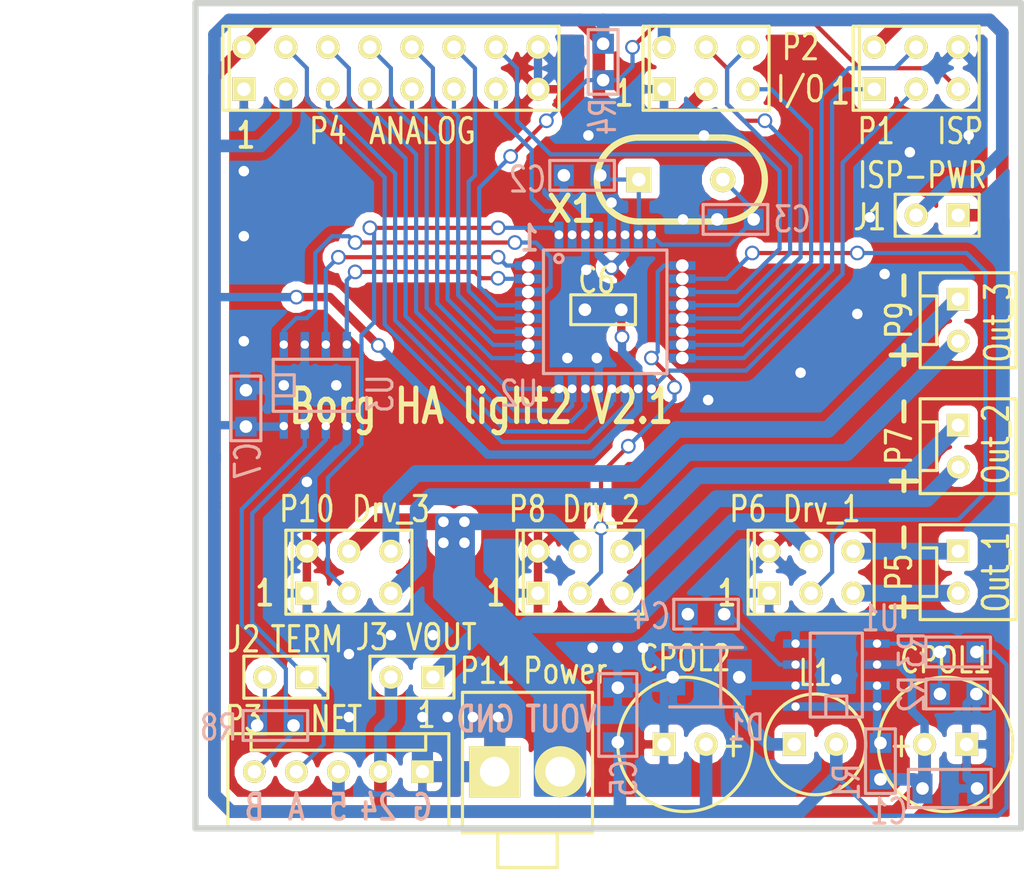
<source format=kicad_pcb>
(kicad_pcb (version 3) (host pcbnew "(25-Oct-2014 BZR 4029)-stable")

  (general
    (links 103)
    (no_connects 0)
    (area 36.578539 65.087499 98.615501 121.803161)
    (thickness 1.6002)
    (drawings 36)
    (tracks 535)
    (zones 0)
    (modules 34)
    (nets 45)
  )

  (page A4)
  (title_block 
    (title "Borg HA Light 2")
    (rev 2.1)
  )

  (layers
    (15 Front signal)
    (0 Back signal)
    (16 B.Adhes user)
    (17 F.Adhes user)
    (18 B.Paste user)
    (19 F.Paste user)
    (20 B.SilkS user)
    (21 F.SilkS user)
    (22 B.Mask user)
    (23 F.Mask user)
    (24 Dwgs.User user)
    (25 Cmts.User user)
    (26 Eco1.User user)
    (27 Eco2.User user)
    (28 Edge.Cuts user)
  )

  (setup
    (last_trace_width 0.254)
    (user_trace_width 0.254)
    (user_trace_width 0.508)
    (user_trace_width 1.27)
    (trace_clearance 0.254)
    (zone_clearance 0.508)
    (zone_45_only no)
    (trace_min 0.2032)
    (segment_width 0.381)
    (edge_width 0.381)
    (via_size 0.889)
    (via_drill 0.635)
    (via_min_size 0.889)
    (via_min_drill 0.508)
    (uvia_size 0.508)
    (uvia_drill 0.127)
    (uvias_allowed no)
    (uvia_min_size 0.508)
    (uvia_min_drill 0.127)
    (pcb_text_width 0.3048)
    (pcb_text_size 1.524 2.032)
    (mod_edge_width 0.381)
    (mod_text_size 1.524 1.524)
    (mod_text_width 0.3048)
    (pad_size 1.524 1.524)
    (pad_drill 0.8128)
    (pad_to_mask_clearance 0.254)
    (aux_axis_origin 0 0)
    (visible_elements 7FFFFFFF)
    (pcbplotparams
      (layerselection 284983297)
      (usegerberextensions true)
      (excludeedgelayer false)
      (linewidth 0.150000)
      (plotframeref false)
      (viasonmask false)
      (mode 1)
      (useauxorigin false)
      (hpglpennumber 1)
      (hpglpenspeed 20)
      (hpglpendiameter 15)
      (hpglpenoverlay 0)
      (psnegative false)
      (psa4output false)
      (plotreference true)
      (plotvalue true)
      (plotothertext true)
      (plotinvisibletext false)
      (padsonsilk false)
      (subtractmaskfromsilk false)
      (outputformat 1)
      (mirror false)
      (drillshape 0)
      (scaleselection 1)
      (outputdirectory production))
  )

  (net 0 "")
  (net 1 /A)
  (net 2 /ADC0)
  (net 3 /ADC1)
  (net 4 /ADC2)
  (net 5 /ADC3)
  (net 6 /ADC4)
  (net 7 /ADC5)
  (net 8 /ADC6)
  (net 9 /ADC7)
  (net 10 /AIN1)
  (net 11 /AREF)
  (net 12 /B)
  (net 13 /ICP1)
  (net 14 /ISP_VCC)
  (net 15 /MISO)
  (net 16 /MOSI)
  (net 17 /O1+)
  (net 18 /O1-)
  (net 19 /O2+)
  (net 20 /O2-)
  (net 21 /O3+)
  (net 22 /O3-)
  (net 23 /OC0A)
  (net 24 /OC0B)
  (net 25 /OC1A)
  (net 26 /OC1B)
  (net 27 /OC2B)
  (net 28 /PD2)
  (net 29 /PD4)
  (net 30 /RESET)
  (net 31 /RXD)
  (net 32 /SCK)
  (net 33 /TXD)
  (net 34 /U1SW_C)
  (net 35 /U1SW_E)
  (net 36 /VOUT)
  (net 37 GND)
  (net 38 N-000012)
  (net 39 N-000014)
  (net 40 N-000016)
  (net 41 N-000017)
  (net 42 N-000037)
  (net 43 VBATT)
  (net 44 VCC)

  (net_class Default "This is the default net class."
    (clearance 0.254)
    (trace_width 0.254)
    (via_dia 0.889)
    (via_drill 0.635)
    (uvia_dia 0.508)
    (uvia_drill 0.127)
    (add_net "")
    (add_net /A)
    (add_net /ADC0)
    (add_net /ADC1)
    (add_net /ADC2)
    (add_net /ADC3)
    (add_net /ADC4)
    (add_net /ADC5)
    (add_net /ADC6)
    (add_net /ADC7)
    (add_net /AIN1)
    (add_net /AREF)
    (add_net /B)
    (add_net /ICP1)
    (add_net /MISO)
    (add_net /MOSI)
    (add_net /OC0A)
    (add_net /OC0B)
    (add_net /OC1A)
    (add_net /OC1B)
    (add_net /OC2B)
    (add_net /PD2)
    (add_net /PD4)
    (add_net /RESET)
    (add_net /RXD)
    (add_net /SCK)
    (add_net /TXD)
    (add_net N-000012)
    (add_net N-000014)
    (add_net N-000016)
    (add_net N-000017)
    (add_net N-000037)
  )

  (net_class GND ""
    (clearance 0.254)
    (trace_width 0.508)
    (via_dia 0.889)
    (via_drill 0.635)
    (uvia_dia 0.508)
    (uvia_drill 0.127)
    (add_net GND)
  )

  (net_class Power ""
    (clearance 0.254)
    (trace_width 0.762)
    (via_dia 0.889)
    (via_drill 0.635)
    (uvia_dia 0.508)
    (uvia_drill 0.127)
    (add_net /ISP_VCC)
    (add_net /U1SW_C)
    (add_net /U1SW_E)
    (add_net VBATT)
    (add_net VCC)
  )

  (net_class Power2 ""
    (clearance 0.254)
    (trace_width 1.016)
    (via_dia 0.889)
    (via_drill 0.635)
    (uvia_dia 0.508)
    (uvia_drill 0.127)
    (add_net /O1+)
    (add_net /O1-)
    (add_net /O2+)
    (add_net /O2-)
    (add_net /O3+)
    (add_net /O3-)
    (add_net /VOUT)
  )

  (module X_2_L200 (layer Front) (tedit 50C9A520) (tstamp 50BEDB37)
    (at 77.851 75.946)
    (path /4FCAA099)
    (fp_text reference X1 (at -6.604 1.778) (layer F.SilkS)
      (effects (font (size 1.524 1.524) (thickness 0.3048)))
    )
    (fp_text value 14.7456 (at 0 3.81) (layer F.SilkS) hide
      (effects (font (size 1.524 1.524) (thickness 0.3048)))
    )
    (fp_arc (start -2.54 0) (end -5.08 0) (angle 90) (layer F.SilkS) (width 0.381))
    (fp_arc (start -2.54 0) (end -2.54 2.54) (angle 90) (layer F.SilkS) (width 0.381))
    (fp_arc (start 2.54 0) (end 5.08 0) (angle 90) (layer F.SilkS) (width 0.381))
    (fp_arc (start 2.54 0) (end 2.54 -2.54) (angle 90) (layer F.SilkS) (width 0.381))
    (fp_line (start 2.54 2.54) (end -2.54 2.54) (layer F.SilkS) (width 0.381))
    (fp_line (start -2.54 -2.54) (end 2.54 -2.54) (layer F.SilkS) (width 0.381))
    (pad 1 thru_hole rect (at -2.54 0) (size 1.524 1.524) (drill 0.8128)
      (layers *.Cu *.Mask F.SilkS)
      (net 42 N-000037)
    )
    (pad 2 thru_hole circle (at 2.54 0) (size 1.524 1.524) (drill 0.8128)
      (layers *.Cu *.Mask F.SilkS)
      (net 39 N-000014)
    )
  )

  (module U_8_SO8 (layer Back) (tedit 512D3961) (tstamp 50BEDB38)
    (at 55.753 88.392)
    (descr "Module SO8, 8 Pins")
    (tags SO8)
    (path /4FCB1D42)
    (fp_text reference U3 (at 3.937 0.508 270) (layer B.SilkS)
      (effects (font (size 1.524 1.143) (thickness 0.1905)) (justify mirror))
    )
    (fp_text value SN75176 (at 0 0) (layer B.SilkS) hide
      (effects (font (size 1.524 1.143) (thickness 0.1905)) (justify mirror))
    )
    (fp_line (start -2.54 1.5748) (end 2.54 1.5748) (layer B.SilkS) (width 0.1905))
    (fp_line (start 2.54 1.5748) (end 2.54 -1.5748) (layer B.SilkS) (width 0.1905))
    (fp_line (start 2.54 -1.5748) (end -2.54 -1.5748) (layer B.SilkS) (width 0.1905))
    (fp_line (start -2.54 -1.5748) (end -2.54 1.5748) (layer B.SilkS) (width 0.1905))
    (fp_line (start -2.54 0.635) (end -1.27 0.635) (layer B.SilkS) (width 0.1905))
    (fp_line (start -1.27 0.635) (end -1.27 -0.635) (layer B.SilkS) (width 0.1905))
    (fp_line (start -1.27 -0.635) (end -2.54 -0.635) (layer B.SilkS) (width 0.1905))
    (pad 1 thru_hole rect (at -1.905 -2.4638) (size 0.508 1.524) (drill 0.762)
      (layers Back B.Paste B.Mask)
      (net 31 /RXD)
    )
    (pad 2 thru_hole rect (at -0.635 -2.4638) (size 0.508 1.524) (drill 0.762)
      (layers Back B.Paste B.Mask)
      (net 37 GND)
    )
    (pad 3 thru_hole rect (at 0.635 -2.4638) (size 0.508 1.524) (drill 0.762)
      (layers Back B.Paste B.Mask)
      (net 28 /PD2)
    )
    (pad 4 thru_hole rect (at 1.905 -2.4638) (size 0.508 1.524) (drill 0.762)
      (layers Back B.Paste B.Mask)
      (net 33 /TXD)
    )
    (pad 5 thru_hole rect (at 1.905 2.4638) (size 0.508 1.524) (drill 0.762)
      (layers Back B.Paste B.Mask)
      (net 37 GND)
    )
    (pad 6 thru_hole rect (at 0.635 2.4638) (size 0.508 1.524) (drill 0.762)
      (layers Back B.Paste B.Mask)
      (net 1 /A)
    )
    (pad 7 thru_hole rect (at -0.635 2.4638) (size 0.508 1.524) (drill 0.762)
      (layers Back B.Paste B.Mask)
      (net 12 /B)
    )
    (pad 8 thru_hole rect (at -1.905 2.4638) (size 0.508 1.524) (drill 0.762)
      (layers Back B.Paste B.Mask)
      (net 44 VCC)
    )
  )

  (module U_8_SO8 (layer Back) (tedit 512D3988) (tstamp 50BEDB3A)
    (at 87.249 105.918 90)
    (descr "Module SO8, 8 Pins")
    (tags SO8)
    (path /4FCA9487)
    (fp_text reference U1 (at 3.429 2.667 360) (layer B.SilkS)
      (effects (font (size 1.524 1.143) (thickness 0.1905)) (justify mirror))
    )
    (fp_text value MC34063A (at -0.381 0.508 90) (layer B.SilkS) hide
      (effects (font (size 1.524 1.143) (thickness 0.1905)) (justify mirror))
    )
    (fp_line (start -2.54 1.5748) (end 2.54 1.5748) (layer B.SilkS) (width 0.1905))
    (fp_line (start 2.54 1.5748) (end 2.54 -1.5748) (layer B.SilkS) (width 0.1905))
    (fp_line (start 2.54 -1.5748) (end -2.54 -1.5748) (layer B.SilkS) (width 0.1905))
    (fp_line (start -2.54 -1.5748) (end -2.54 1.5748) (layer B.SilkS) (width 0.1905))
    (fp_line (start -2.54 0.635) (end -1.27 0.635) (layer B.SilkS) (width 0.1905))
    (fp_line (start -1.27 0.635) (end -1.27 -0.635) (layer B.SilkS) (width 0.1905))
    (fp_line (start -1.27 -0.635) (end -2.54 -0.635) (layer B.SilkS) (width 0.1905))
    (pad 1 thru_hole rect (at -1.905 -2.4638 90) (size 0.508 1.524) (drill 0.762)
      (layers Back B.Paste B.Mask)
      (net 34 /U1SW_C)
    )
    (pad 2 thru_hole rect (at -0.635 -2.4638 90) (size 0.508 1.524) (drill 0.762)
      (layers Back B.Paste B.Mask)
      (net 35 /U1SW_E)
    )
    (pad 3 thru_hole rect (at 0.635 -2.4638 90) (size 0.508 1.524) (drill 0.762)
      (layers Back B.Paste B.Mask)
      (net 41 N-000017)
    )
    (pad 4 thru_hole rect (at 1.905 -2.4638 90) (size 0.508 1.524) (drill 0.762)
      (layers Back B.Paste B.Mask)
      (net 37 GND)
    )
    (pad 5 thru_hole rect (at 1.905 2.4638 90) (size 0.508 1.524) (drill 0.762)
      (layers Back B.Paste B.Mask)
      (net 40 N-000016)
    )
    (pad 6 thru_hole rect (at 0.635 2.4638 90) (size 0.508 1.524) (drill 0.762)
      (layers Back B.Paste B.Mask)
      (net 43 VBATT)
    )
    (pad 7 thru_hole rect (at -0.635 2.4638 90) (size 0.508 1.524) (drill 0.762)
      (layers Back B.Paste B.Mask)
      (net 34 /U1SW_C)
    )
    (pad 8 thru_hole rect (at -1.905 2.4638 90) (size 0.508 1.524) (drill 0.762)
      (layers Back B.Paste B.Mask)
      (net 34 /U1SW_C)
    )
  )

  (module R_SMT0805 (layer Back) (tedit 5151BC29) (tstamp 50BEDB3D)
    (at 53.34 108.966 180)
    (descr "Module R_SMT0805, length 3400 pad length 1200 width 1300")
    (path /4FCA9C6F)
    (fp_text reference R8 (at 3.429 -0.127 180) (layer B.SilkS)
      (effects (font (size 1.524 1.143) (thickness 0.1905)) (justify mirror))
    )
    (fp_text value 100 (at 0 2.1717 180) (layer B.SilkS) hide
      (effects (font (size 1.524 1.143) (thickness 0.1905)) (justify mirror))
    )
    (fp_line (start -1.95326 -0.9017) (end 1.95326 -0.9017) (layer B.SilkS) (width 0.1905))
    (fp_line (start 1.95326 -0.9017) (end 1.95326 0.9017) (layer B.SilkS) (width 0.1905))
    (fp_line (start 1.95326 0.9017) (end -1.95326 0.9017) (layer B.SilkS) (width 0.1905))
    (fp_line (start -1.95326 0.9017) (end -1.95326 -0.9017) (layer B.SilkS) (width 0.1905))
    (pad 1 thru_hole rect (at -1.09982 0 180) (size 1.19888 1.29794) (drill 0.762)
      (layers Back B.Paste B.Mask)
      (net 12 /B)
    )
    (pad 2 thru_hole rect (at 1.09982 0 180) (size 1.19888 1.29794) (drill 0.762)
      (layers Back B.Paste B.Mask)
      (net 38 N-000012)
    )
  )

  (module R_SMT0805 (layer Back) (tedit 50C9A7DF) (tstamp 50BEDB47)
    (at 94.615 104.521 180)
    (descr "Module R_SMT0805, length 3400 pad length 1200 width 1300")
    (path /4FCA97A0)
    (fp_text reference R3 (at 2.794 0.127 270) (layer B.SilkS)
      (effects (font (size 1.524 1.143) (thickness 0.1905)) (justify mirror))
    )
    (fp_text value 3.8k (at 0 2.1717 180) (layer B.SilkS) hide
      (effects (font (size 1.524 1.143) (thickness 0.1905)) (justify mirror))
    )
    (fp_line (start -1.95326 -0.9017) (end 1.95326 -0.9017) (layer B.SilkS) (width 0.1905))
    (fp_line (start 1.95326 -0.9017) (end 1.95326 0.9017) (layer B.SilkS) (width 0.1905))
    (fp_line (start 1.95326 0.9017) (end -1.95326 0.9017) (layer B.SilkS) (width 0.1905))
    (fp_line (start -1.95326 0.9017) (end -1.95326 -0.9017) (layer B.SilkS) (width 0.1905))
    (pad 1 thru_hole rect (at -1.09982 0 180) (size 1.19888 1.29794) (drill 0.762)
      (layers Back B.Paste B.Mask)
      (net 44 VCC)
    )
    (pad 2 thru_hole rect (at 1.09982 0 180) (size 1.19888 1.29794) (drill 0.762)
      (layers Back B.Paste B.Mask)
      (net 40 N-000016)
    )
  )

  (module R_SMT0805 (layer Back) (tedit 50C9A7EF) (tstamp 50BEDB49)
    (at 94.615 107.061 180)
    (descr "Module R_SMT0805, length 3400 pad length 1200 width 1300")
    (path /4FCA979D)
    (fp_text reference R2 (at 2.794 0 270) (layer B.SilkS)
      (effects (font (size 1.524 1.143) (thickness 0.1905)) (justify mirror))
    )
    (fp_text value 1.2k (at 0 2.1717 180) (layer B.SilkS) hide
      (effects (font (size 1.524 1.143) (thickness 0.1905)) (justify mirror))
    )
    (fp_line (start -1.95326 -0.9017) (end 1.95326 -0.9017) (layer B.SilkS) (width 0.1905))
    (fp_line (start 1.95326 -0.9017) (end 1.95326 0.9017) (layer B.SilkS) (width 0.1905))
    (fp_line (start 1.95326 0.9017) (end -1.95326 0.9017) (layer B.SilkS) (width 0.1905))
    (fp_line (start -1.95326 0.9017) (end -1.95326 -0.9017) (layer B.SilkS) (width 0.1905))
    (pad 1 thru_hole rect (at -1.09982 0 180) (size 1.19888 1.29794) (drill 0.762)
      (layers Back B.Paste B.Mask)
      (net 37 GND)
    )
    (pad 2 thru_hole rect (at 1.09982 0 180) (size 1.19888 1.29794) (drill 0.762)
      (layers Back B.Paste B.Mask)
      (net 40 N-000016)
    )
  )

  (module R_SMT0805 (layer Back) (tedit 50C9A61B) (tstamp 50BEDB4B)
    (at 89.916 111.125 270)
    (descr "Module R_SMT0805, length 3400 pad length 1200 width 1300")
    (path /4FCA96B4)
    (fp_text reference R1 (at 1.27 2.032 270) (layer B.SilkS)
      (effects (font (size 1.524 1.143) (thickness 0.1905)) (justify mirror))
    )
    (fp_text value 1.5 (at 0 2.1717 270) (layer B.SilkS) hide
      (effects (font (size 1.524 1.143) (thickness 0.1905)) (justify mirror))
    )
    (fp_line (start -1.95326 -0.9017) (end 1.95326 -0.9017) (layer B.SilkS) (width 0.1905))
    (fp_line (start 1.95326 -0.9017) (end 1.95326 0.9017) (layer B.SilkS) (width 0.1905))
    (fp_line (start 1.95326 0.9017) (end -1.95326 0.9017) (layer B.SilkS) (width 0.1905))
    (fp_line (start -1.95326 0.9017) (end -1.95326 -0.9017) (layer B.SilkS) (width 0.1905))
    (pad 1 thru_hole rect (at -1.09982 0 270) (size 1.19888 1.29794) (drill 0.762)
      (layers Back B.Paste B.Mask)
      (net 34 /U1SW_C)
    )
    (pad 2 thru_hole rect (at 1.09982 0 270) (size 1.19888 1.29794) (drill 0.762)
      (layers Back B.Paste B.Mask)
      (net 43 VBATT)
    )
  )

  (module P_6_PIN2_100 (layer Front) (tedit 50C9A347) (tstamp 50BEDB51)
    (at 79.375 69.215)
    (descr "Module P_6_PIN2_100, 6 pins two rows 100")
    (path /4FCE16C5)
    (fp_text reference P2 (at 5.715 -1.27) (layer F.SilkS)
      (effects (font (size 1.524 1.143) (thickness 0.1905)))
    )
    (fp_text value I/O (at 5.715 1.27) (layer F.SilkS)
      (effects (font (size 1.524 1.143) (thickness 0.1905)))
    )
    (fp_line (start -3.81 2.54) (end 3.81 2.54) (layer F.SilkS) (width 0.1905))
    (fp_line (start 3.81 2.54) (end 3.81 -2.54) (layer F.SilkS) (width 0.1905))
    (fp_line (start 3.81 -2.54) (end -3.81 -2.54) (layer F.SilkS) (width 0.1905))
    (fp_line (start -3.81 -2.54) (end -3.81 2.54) (layer F.SilkS) (width 0.1905))
    (fp_line (start -3.429 2.54) (end -3.429 -2.54) (layer F.SilkS) (width 0.1905))
    (pad 1 thru_hole rect (at -2.54 1.27) (size 1.397 1.397) (drill 0.8128)
      (layers *.Cu *.Mask F.SilkS)
      (net 37 GND)
    )
    (pad 3 thru_hole circle (at 0 1.27) (size 1.397 1.397) (drill 0.8128)
      (layers *.Cu *.Mask F.SilkS)
      (net 43 VBATT)
    )
    (pad 5 thru_hole circle (at 2.54 1.27) (size 1.397 1.397) (drill 0.8128)
      (layers *.Cu *.Mask F.SilkS)
      (net 26 /OC1B)
    )
    (pad 2 thru_hole circle (at -2.54 -1.27) (size 1.397 1.397) (drill 0.8128)
      (layers *.Cu *.Mask F.SilkS)
      (net 44 VCC)
    )
    (pad 4 thru_hole circle (at 0 -1.27) (size 1.397 1.397) (drill 0.8128)
      (layers *.Cu *.Mask F.SilkS)
      (net 25 /OC1A)
    )
    (pad 6 thru_hole circle (at 2.54 -1.27) (size 1.397 1.397) (drill 0.8128)
      (layers *.Cu *.Mask F.SilkS)
      (net 13 /ICP1)
    )
  )

  (module P_6_PIN2_100 (layer Front) (tedit 512D3417) (tstamp 50BEDB53)
    (at 92.075 69.215)
    (descr "Module P_6_PIN2_100, 6 pins two rows 100")
    (path /4FCAA1BA)
    (fp_text reference P1 (at -2.413 3.81) (layer F.SilkS)
      (effects (font (size 1.524 1.143) (thickness 0.1905)))
    )
    (fp_text value ISP (at 2.667 3.81) (layer F.SilkS)
      (effects (font (size 1.524 1.143) (thickness 0.1905)))
    )
    (fp_line (start -3.81 2.54) (end 3.81 2.54) (layer F.SilkS) (width 0.1905))
    (fp_line (start 3.81 2.54) (end 3.81 -2.54) (layer F.SilkS) (width 0.1905))
    (fp_line (start 3.81 -2.54) (end -3.81 -2.54) (layer F.SilkS) (width 0.1905))
    (fp_line (start -3.81 -2.54) (end -3.81 2.54) (layer F.SilkS) (width 0.1905))
    (fp_line (start -3.429 2.54) (end -3.429 -2.54) (layer F.SilkS) (width 0.1905))
    (pad 1 thru_hole rect (at -2.54 1.27) (size 1.397 1.397) (drill 0.8128)
      (layers *.Cu *.Mask F.SilkS)
      (net 15 /MISO)
    )
    (pad 3 thru_hole circle (at 0 1.27) (size 1.397 1.397) (drill 0.8128)
      (layers *.Cu *.Mask F.SilkS)
      (net 32 /SCK)
    )
    (pad 5 thru_hole circle (at 2.54 1.27) (size 1.397 1.397) (drill 0.8128)
      (layers *.Cu *.Mask F.SilkS)
      (net 30 /RESET)
    )
    (pad 2 thru_hole circle (at -2.54 -1.27) (size 1.397 1.397) (drill 0.8128)
      (layers *.Cu *.Mask F.SilkS)
      (net 14 /ISP_VCC)
    )
    (pad 4 thru_hole circle (at 0 -1.27) (size 1.397 1.397) (drill 0.8128)
      (layers *.Cu *.Mask F.SilkS)
      (net 16 /MOSI)
    )
    (pad 6 thru_hole circle (at 2.54 -1.27) (size 1.397 1.397) (drill 0.8128)
      (layers *.Cu *.Mask F.SilkS)
      (net 37 GND)
    )
  )

  (module J_2_TH100I (layer Front) (tedit 512D3483) (tstamp 50BEDB5C)
    (at 53.975 106.045 180)
    (descr "Module Jumper 2 Pins, 100I")
    (tags DIP)
    (path /4FCA9C6A)
    (fp_text reference J2 (at 2.54 2.286 180) (layer F.SilkS)
      (effects (font (size 1.524 1.143) (thickness 0.1905)))
    )
    (fp_text value TERM (at -1.27 2.286 180) (layer F.SilkS)
      (effects (font (size 1.524 1.143) (thickness 0.1905)))
    )
    (fp_line (start 2.54 1.27) (end -2.54 1.27) (layer F.SilkS) (width 0.1905))
    (fp_line (start -2.54 1.27) (end -2.54 -1.27) (layer F.SilkS) (width 0.1905))
    (fp_line (start -2.54 -1.27) (end 2.54 -1.27) (layer F.SilkS) (width 0.1905))
    (fp_line (start 2.54 -1.27) (end 2.54 1.27) (layer F.SilkS) (width 0.1905))
    (pad 1 thru_hole rect (at -1.27 0 180) (size 1.397 1.397) (drill 0.8128)
      (layers *.Cu *.Mask F.SilkS)
      (net 1 /A)
    )
    (pad 2 thru_hole circle (at 1.27 0 180) (size 1.397 1.397) (drill 0.8128)
      (layers *.Cu *.Mask F.SilkS)
      (net 38 N-000012)
    )
  )

  (module J_2_TH100I (layer Front) (tedit 512D309D) (tstamp 512D30C7)
    (at 93.345 78.105 180)
    (descr "Module Jumper 2 Pins, 100I")
    (tags DIP)
    (path /4FCAA234)
    (fp_text reference J1 (at 4.064 -0.127 180) (layer F.SilkS)
      (effects (font (size 1.524 1.143) (thickness 0.1905)))
    )
    (fp_text value ISP-PWR (at 0.889 2.413 180) (layer F.SilkS)
      (effects (font (size 1.524 1.143) (thickness 0.1905)))
    )
    (fp_line (start 2.54 1.27) (end -2.54 1.27) (layer F.SilkS) (width 0.1905))
    (fp_line (start -2.54 1.27) (end -2.54 -1.27) (layer F.SilkS) (width 0.1905))
    (fp_line (start -2.54 -1.27) (end 2.54 -1.27) (layer F.SilkS) (width 0.1905))
    (fp_line (start 2.54 -1.27) (end 2.54 1.27) (layer F.SilkS) (width 0.1905))
    (pad 1 thru_hole rect (at -1.27 0 180) (size 1.397 1.397) (drill 0.8128)
      (layers *.Cu *.Mask F.SilkS)
      (net 14 /ISP_VCC)
    )
    (pad 2 thru_hole circle (at 1.27 0 180) (size 1.397 1.397) (drill 0.8128)
      (layers *.Cu *.Mask F.SilkS)
      (net 44 VCC)
    )
  )

  (module D_SMB (layer Back) (tedit 512D398C) (tstamp 50BEDB61)
    (at 79.375 106.045)
    (descr "Module D_SMB")
    (path /4FCB5ACB)
    (fp_text reference D1 (at 2.413 3.048) (layer B.SilkS)
      (effects (font (size 1.524 1.143) (thickness 0.1905)) (justify mirror))
    )
    (fp_text value SS14 (at 0 3.06832) (layer B.SilkS) hide
      (effects (font (size 1.524 1.143) (thickness 0.1905)) (justify mirror))
    )
    (fp_line (start 2.19964 -1.79832) (end -2.19964 -1.79832) (layer B.SilkS) (width 0.1905))
    (fp_line (start 2.19964 1.79832) (end -2.19964 1.79832) (layer B.SilkS) (width 0.1905))
    (fp_line (start 0.88392 -1.79832) (end 0.88392 1.79832) (layer B.SilkS) (width 0.1905))
    (pad 1 thru_hole rect (at 2.00914 0) (size 1.4986 2.19964) (drill 0.762)
      (layers Back B.Paste B.Mask)
      (net 35 /U1SW_E)
    )
    (pad 2 thru_hole rect (at -2.00914 0) (size 1.4986 2.19964) (drill 0.762)
      (layers Back B.Paste B.Mask)
      (net 37 GND)
    )
  )

  (module C_SMT1206 (layer Back) (tedit 50C9A610) (tstamp 50BEDB65)
    (at 94.107 112.776)
    (descr "Module C_SMT1206, length 4500 pad length 1200 width 1800")
    (path /4FCB70AC)
    (fp_text reference C1 (at -3.683 1.397) (layer B.SilkS)
      (effects (font (size 1.524 1.143) (thickness 0.1905)) (justify mirror))
    )
    (fp_text value 1uF (at 0 2.42316) (layer B.SilkS) hide
      (effects (font (size 1.524 1.143) (thickness 0.1905)) (justify mirror))
    )
    (fp_line (start -2.5019 -1.15316) (end 2.5019 -1.15316) (layer B.SilkS) (width 0.1905))
    (fp_line (start 2.5019 -1.15316) (end 2.5019 1.15316) (layer B.SilkS) (width 0.1905))
    (fp_line (start 2.5019 1.15316) (end -2.5019 1.15316) (layer B.SilkS) (width 0.1905))
    (fp_line (start -2.5019 1.15316) (end -2.5019 -1.15316) (layer B.SilkS) (width 0.1905))
    (pad 1 thru_hole rect (at -1.64846 0) (size 1.19888 1.79832) (drill 0.762)
      (layers Back B.Paste B.Mask)
      (net 43 VBATT)
    )
    (pad 2 thru_hole rect (at 1.64846 0) (size 1.19888 1.79832) (drill 0.762)
      (layers Back B.Paste B.Mask)
      (net 37 GND)
    )
  )

  (module C_SMT0805 (layer Back) (tedit 512D3968) (tstamp 50BEDB6A)
    (at 51.562 89.789 90)
    (descr "Module C_SMT0805, length 3400 pad length 1200 width 1300")
    (path /4FCB70B6)
    (fp_text reference C7 (at -3.175 0.127 90) (layer B.SilkS)
      (effects (font (size 1.524 1.143) (thickness 0.1905)) (justify mirror))
    )
    (fp_text value 100nF (at 0 2.1717 90) (layer B.SilkS) hide
      (effects (font (size 1.524 1.143) (thickness 0.1905)) (justify mirror))
    )
    (fp_line (start -1.95326 -0.9017) (end 1.95326 -0.9017) (layer B.SilkS) (width 0.1905))
    (fp_line (start 1.95326 -0.9017) (end 1.95326 0.9017) (layer B.SilkS) (width 0.1905))
    (fp_line (start 1.95326 0.9017) (end -1.95326 0.9017) (layer B.SilkS) (width 0.1905))
    (fp_line (start -1.95326 0.9017) (end -1.95326 -0.9017) (layer B.SilkS) (width 0.1905))
    (pad 1 thru_hole rect (at -1.09982 0 90) (size 1.19888 1.29794) (drill 0.762)
      (layers Back B.Paste B.Mask)
      (net 44 VCC)
    )
    (pad 2 thru_hole rect (at 1.09982 0 90) (size 1.19888 1.29794) (drill 0.762)
      (layers Back B.Paste B.Mask)
      (net 37 GND)
    )
  )

  (module C_SMT0805 (layer Front) (tedit 50C9A528) (tstamp 50BEDB6C)
    (at 73.152 83.82 180)
    (descr "Module C_SMT0805, length 3400 pad length 1200 width 1300")
    (path /4FCB70B4)
    (fp_text reference C6 (at 0.381 1.778 180) (layer F.SilkS)
      (effects (font (size 1.524 1.143) (thickness 0.1905)))
    )
    (fp_text value 100nF (at 0 -2.1717 180) (layer F.SilkS) hide
      (effects (font (size 1.524 1.143) (thickness 0.1905)))
    )
    (fp_line (start -1.95326 0.9017) (end 1.95326 0.9017) (layer F.SilkS) (width 0.1905))
    (fp_line (start 1.95326 0.9017) (end 1.95326 -0.9017) (layer F.SilkS) (width 0.1905))
    (fp_line (start 1.95326 -0.9017) (end -1.95326 -0.9017) (layer F.SilkS) (width 0.1905))
    (fp_line (start -1.95326 -0.9017) (end -1.95326 0.9017) (layer F.SilkS) (width 0.1905))
    (pad 1 thru_hole rect (at -1.09982 0 180) (size 1.19888 1.29794) (drill 0.762)
      (layers Front F.Paste F.Mask)
      (net 44 VCC)
    )
    (pad 2 thru_hole rect (at 1.09982 0 180) (size 1.19888 1.29794) (drill 0.762)
      (layers Front F.Paste F.Mask)
      (net 37 GND)
    )
  )

  (module C_SMT0805 (layer Back) (tedit 512D3990) (tstamp 50BEDB70)
    (at 79.375 102.235 180)
    (descr "Module C_SMT0805, length 3400 pad length 1200 width 1300")
    (path /4FCA96C3)
    (fp_text reference C4 (at 3.302 -0.127 180) (layer B.SilkS)
      (effects (font (size 1.524 1.143) (thickness 0.1905)) (justify mirror))
    )
    (fp_text value 470pF (at 0 2.1717 180) (layer B.SilkS) hide
      (effects (font (size 1.524 1.143) (thickness 0.1905)) (justify mirror))
    )
    (fp_line (start -1.95326 -0.9017) (end 1.95326 -0.9017) (layer B.SilkS) (width 0.1905))
    (fp_line (start 1.95326 -0.9017) (end 1.95326 0.9017) (layer B.SilkS) (width 0.1905))
    (fp_line (start 1.95326 0.9017) (end -1.95326 0.9017) (layer B.SilkS) (width 0.1905))
    (fp_line (start -1.95326 0.9017) (end -1.95326 -0.9017) (layer B.SilkS) (width 0.1905))
    (pad 1 thru_hole rect (at -1.09982 0 180) (size 1.19888 1.29794) (drill 0.762)
      (layers Back B.Paste B.Mask)
      (net 41 N-000017)
    )
    (pad 2 thru_hole rect (at 1.09982 0 180) (size 1.19888 1.29794) (drill 0.762)
      (layers Back B.Paste B.Mask)
      (net 37 GND)
    )
  )

  (module C_SMT0805 (layer Back) (tedit 50C9A5B8) (tstamp 50BEDB72)
    (at 81.153 78.359 180)
    (descr "Module C_SMT0805, length 3400 pad length 1200 width 1300")
    (path /4FCAA086)
    (fp_text reference C3 (at -3.429 0 180) (layer B.SilkS)
      (effects (font (size 1.524 1.143) (thickness 0.1905)) (justify mirror))
    )
    (fp_text value 22nF (at 0 2.1717 180) (layer B.SilkS) hide
      (effects (font (size 1.524 1.143) (thickness 0.1905)) (justify mirror))
    )
    (fp_line (start -1.95326 -0.9017) (end 1.95326 -0.9017) (layer B.SilkS) (width 0.1905))
    (fp_line (start 1.95326 -0.9017) (end 1.95326 0.9017) (layer B.SilkS) (width 0.1905))
    (fp_line (start 1.95326 0.9017) (end -1.95326 0.9017) (layer B.SilkS) (width 0.1905))
    (fp_line (start -1.95326 0.9017) (end -1.95326 -0.9017) (layer B.SilkS) (width 0.1905))
    (pad 1 thru_hole rect (at -1.09982 0 180) (size 1.19888 1.29794) (drill 0.762)
      (layers Back B.Paste B.Mask)
      (net 39 N-000014)
    )
    (pad 2 thru_hole rect (at 1.09982 0 180) (size 1.19888 1.29794) (drill 0.762)
      (layers Back B.Paste B.Mask)
      (net 37 GND)
    )
  )

  (module C_SMT0805 (layer Back) (tedit 512D3971) (tstamp 50BEDB74)
    (at 71.882 75.692 180)
    (descr "Module C_SMT0805, length 3400 pad length 1200 width 1300")
    (path /4FCAA093)
    (fp_text reference C2 (at 3.302 -0.254 180) (layer B.SilkS)
      (effects (font (size 1.524 1.143) (thickness 0.1905)) (justify mirror))
    )
    (fp_text value 22nF (at 0 2.1717 180) (layer B.SilkS) hide
      (effects (font (size 1.524 1.143) (thickness 0.1905)) (justify mirror))
    )
    (fp_line (start -1.95326 -0.9017) (end 1.95326 -0.9017) (layer B.SilkS) (width 0.1905))
    (fp_line (start 1.95326 -0.9017) (end 1.95326 0.9017) (layer B.SilkS) (width 0.1905))
    (fp_line (start 1.95326 0.9017) (end -1.95326 0.9017) (layer B.SilkS) (width 0.1905))
    (fp_line (start -1.95326 0.9017) (end -1.95326 -0.9017) (layer B.SilkS) (width 0.1905))
    (pad 1 thru_hole rect (at -1.09982 0 180) (size 1.19888 1.29794) (drill 0.762)
      (layers Back B.Paste B.Mask)
      (net 42 N-000037)
    )
    (pad 2 thru_hole rect (at 1.09982 0 180) (size 1.19888 1.29794) (drill 0.762)
      (layers Back B.Paste B.Mask)
      (net 37 GND)
    )
  )

  (module U_32_TQFP80L (layer Back) (tedit 512D395D) (tstamp 50C95313)
    (at 73.279 83.947)
    (descr "Module TQFP80L, 32 Pins")
    (tags TQFP80L)
    (path /4FCB665B)
    (fp_text reference U2 (at -5.207 4.953) (layer B.SilkS)
      (effects (font (size 1.524 1.143) (thickness 0.1905)) (justify mirror))
    )
    (fp_text value ATMEGA168SMT (at 0 0.635) (layer B.SilkS) hide
      (effects (font (size 1.524 1.143) (thickness 0.1905)) (justify mirror))
    )
    (fp_line (start -3.7338 3.7338) (end 3.7338 3.7338) (layer B.SilkS) (width 0.1905))
    (fp_line (start 3.7338 3.7338) (end 3.7338 -3.7338) (layer B.SilkS) (width 0.1905))
    (fp_line (start 3.7338 -3.7338) (end -3.7338 -3.7338) (layer B.SilkS) (width 0.1905))
    (fp_line (start -3.7338 -3.7338) (end -3.7338 3.7338) (layer B.SilkS) (width 0.1905))
    (fp_circle (center -2.79908 -3.2258) (end -2.54508 -3.2258) (layer B.SilkS) (width 0.1905))
    (pad 1 thru_hole rect (at -2.79908 -4.65836) (size 0.5334 1.6002) (drill 0.762)
      (layers Back B.Paste B.Mask)
      (net 27 /OC2B)
    )
    (pad 2 thru_hole rect (at -1.99898 -4.65836) (size 0.5334 1.6002) (drill 0.762)
      (layers Back B.Paste B.Mask)
      (net 29 /PD4)
    )
    (pad 3 thru_hole rect (at -1.19888 -4.65836) (size 0.5334 1.6002) (drill 0.762)
      (layers Back B.Paste B.Mask)
      (net 37 GND)
    )
    (pad 4 thru_hole rect (at -0.39878 -4.65836) (size 0.5334 1.6002) (drill 0.762)
      (layers Back B.Paste B.Mask)
      (net 44 VCC)
    )
    (pad 5 thru_hole rect (at 0.39878 -4.65836) (size 0.5334 1.6002) (drill 0.762)
      (layers Back B.Paste B.Mask)
      (net 37 GND)
    )
    (pad 6 thru_hole rect (at 1.19888 -4.65836) (size 0.5334 1.6002) (drill 0.762)
      (layers Back B.Paste B.Mask)
      (net 44 VCC)
    )
    (pad 7 thru_hole rect (at 1.99898 -4.65836) (size 0.5334 1.6002) (drill 0.762)
      (layers Back B.Paste B.Mask)
      (net 42 N-000037)
    )
    (pad 8 thru_hole rect (at 2.79908 -4.65836) (size 0.5334 1.6002) (drill 0.762)
      (layers Back B.Paste B.Mask)
      (net 39 N-000014)
    )
    (pad 9 thru_hole rect (at 4.65836 -2.79908) (size 1.6002 0.5334) (drill 0.762)
      (layers Back B.Paste B.Mask)
      (net 24 /OC0B)
    )
    (pad 10 thru_hole rect (at 4.65836 -1.99898) (size 1.6002 0.5334) (drill 0.762)
      (layers Back B.Paste B.Mask)
      (net 23 /OC0A)
    )
    (pad 11 thru_hole rect (at 4.65836 -1.19888) (size 1.6002 0.5334) (drill 0.762)
      (layers Back B.Paste B.Mask)
      (net 10 /AIN1)
    )
    (pad 12 thru_hole rect (at 4.65836 -0.39878) (size 1.6002 0.5334) (drill 0.762)
      (layers Back B.Paste B.Mask)
      (net 13 /ICP1)
    )
    (pad 13 thru_hole rect (at 4.65836 0.39878) (size 1.6002 0.5334) (drill 0.762)
      (layers Back B.Paste B.Mask)
      (net 25 /OC1A)
    )
    (pad 14 thru_hole rect (at 4.65836 1.19888) (size 1.6002 0.5334) (drill 0.762)
      (layers Back B.Paste B.Mask)
      (net 26 /OC1B)
    )
    (pad 15 thru_hole rect (at 4.65836 1.99898) (size 1.6002 0.5334) (drill 0.762)
      (layers Back B.Paste B.Mask)
      (net 16 /MOSI)
    )
    (pad 16 thru_hole rect (at 4.65836 2.79908) (size 1.6002 0.5334) (drill 0.762)
      (layers Back B.Paste B.Mask)
      (net 15 /MISO)
    )
    (pad 17 thru_hole rect (at 2.79908 4.65836) (size 0.5334 1.6002) (drill 0.762)
      (layers Back B.Paste B.Mask)
      (net 32 /SCK)
    )
    (pad 18 thru_hole rect (at 1.99898 4.65836) (size 0.5334 1.6002) (drill 0.762)
      (layers Back B.Paste B.Mask)
      (net 44 VCC)
    )
    (pad 19 thru_hole rect (at 1.19888 4.65836) (size 0.5334 1.6002) (drill 0.762)
      (layers Back B.Paste B.Mask)
      (net 8 /ADC6)
    )
    (pad 20 thru_hole rect (at 0.39878 4.65836) (size 0.5334 1.6002) (drill 0.762)
      (layers Back B.Paste B.Mask)
      (net 11 /AREF)
    )
    (pad 21 thru_hole rect (at -0.39878 4.65836) (size 0.5334 1.6002) (drill 0.762)
      (layers Back B.Paste B.Mask)
      (net 37 GND)
    )
    (pad 22 thru_hole rect (at -1.19888 4.65836) (size 0.5334 1.6002) (drill 0.762)
      (layers Back B.Paste B.Mask)
      (net 9 /ADC7)
    )
    (pad 23 thru_hole rect (at -1.99898 4.65836) (size 0.5334 1.6002) (drill 0.762)
      (layers Back B.Paste B.Mask)
      (net 2 /ADC0)
    )
    (pad 24 thru_hole rect (at -2.79908 4.65836) (size 0.5334 1.6002) (drill 0.762)
      (layers Back B.Paste B.Mask)
      (net 3 /ADC1)
    )
    (pad 25 thru_hole rect (at -4.65836 2.79908) (size 1.6002 0.5334) (drill 0.762)
      (layers Back B.Paste B.Mask)
      (net 4 /ADC2)
    )
    (pad 26 thru_hole rect (at -4.65836 1.99898) (size 1.6002 0.5334) (drill 0.762)
      (layers Back B.Paste B.Mask)
      (net 5 /ADC3)
    )
    (pad 27 thru_hole rect (at -4.65836 1.19888) (size 1.6002 0.5334) (drill 0.762)
      (layers Back B.Paste B.Mask)
      (net 6 /ADC4)
    )
    (pad 28 thru_hole rect (at -4.65836 0.39878) (size 1.6002 0.5334) (drill 0.762)
      (layers Back B.Paste B.Mask)
      (net 7 /ADC5)
    )
    (pad 29 thru_hole rect (at -4.65836 -0.39878) (size 1.6002 0.5334) (drill 0.762)
      (layers Back B.Paste B.Mask)
      (net 30 /RESET)
    )
    (pad 30 thru_hole rect (at -4.65836 -1.19888) (size 1.6002 0.5334) (drill 0.762)
      (layers Back B.Paste B.Mask)
      (net 31 /RXD)
    )
    (pad 31 thru_hole rect (at -4.65836 -1.99898) (size 1.6002 0.5334) (drill 0.762)
      (layers Back B.Paste B.Mask)
      (net 33 /TXD)
    )
    (pad 32 thru_hole rect (at -4.65836 -2.79908) (size 1.6002 0.5334) (drill 0.762)
      (layers Back B.Paste B.Mask)
      (net 28 /PD2)
    )
  )

  (module C_SMT1206 (layer Back) (tedit 512D392B) (tstamp 50BEDB6E)
    (at 74.041 108.331 90)
    (descr "Module C_SMT1206, length 4500 pad length 1200 width 1800")
    (path /4FCB70A8)
    (fp_text reference C5 (at -3.81 0.381 90) (layer B.SilkS)
      (effects (font (size 1.524 1.143) (thickness 0.1905)) (justify mirror))
    )
    (fp_text value 1uF (at 0 2.42316 90) (layer B.SilkS) hide
      (effects (font (size 1.524 1.143) (thickness 0.1905)) (justify mirror))
    )
    (fp_line (start -2.5019 -1.15316) (end 2.5019 -1.15316) (layer B.SilkS) (width 0.1905))
    (fp_line (start 2.5019 -1.15316) (end 2.5019 1.15316) (layer B.SilkS) (width 0.1905))
    (fp_line (start 2.5019 1.15316) (end -2.5019 1.15316) (layer B.SilkS) (width 0.1905))
    (fp_line (start -2.5019 1.15316) (end -2.5019 -1.15316) (layer B.SilkS) (width 0.1905))
    (pad 1 thru_hole rect (at -1.64846 0 90) (size 1.19888 1.79832) (drill 0.762)
      (layers Back B.Paste B.Mask)
      (net 44 VCC)
    )
    (pad 2 thru_hole rect (at 1.64846 0 90) (size 1.19888 1.79832) (drill 0.762)
      (layers Back B.Paste B.Mask)
      (net 37 GND)
    )
  )

  (module P_16_PIN2_100 (layer Front) (tedit 50C9A507) (tstamp 50BEDB58)
    (at 60.325 69.215)
    (descr "Module P_16_PIN2_100, 16 pins two rows 100")
    (path /50BF0DCC)
    (fp_text reference P4 (at -3.81 3.81) (layer F.SilkS)
      (effects (font (size 1.524 1.143) (thickness 0.1905)))
    )
    (fp_text value ANALOG (at 1.905 3.81) (layer F.SilkS)
      (effects (font (size 1.524 1.143) (thickness 0.1905)))
    )
    (fp_line (start -10.16 2.54) (end 10.16 2.54) (layer F.SilkS) (width 0.1905))
    (fp_line (start 10.16 2.54) (end 10.16 -2.54) (layer F.SilkS) (width 0.1905))
    (fp_line (start 10.16 -2.54) (end -10.16 -2.54) (layer F.SilkS) (width 0.1905))
    (fp_line (start -10.16 -2.54) (end -10.16 2.54) (layer F.SilkS) (width 0.1905))
    (fp_line (start -9.779 2.54) (end -9.779 -2.54) (layer F.SilkS) (width 0.1905))
    (pad 1 thru_hole rect (at -8.89 1.27) (size 1.397 1.397) (drill 0.8128)
      (layers *.Cu *.Mask F.SilkS)
      (net 37 GND)
    )
    (pad 3 thru_hole circle (at -6.35 1.27) (size 1.397 1.397) (drill 0.8128)
      (layers *.Cu *.Mask F.SilkS)
      (net 44 VCC)
    )
    (pad 5 thru_hole circle (at -3.81 1.27) (size 1.397 1.397) (drill 0.8128)
      (layers *.Cu *.Mask F.SilkS)
      (net 11 /AREF)
    )
    (pad 7 thru_hole circle (at -1.27 1.27) (size 1.397 1.397) (drill 0.8128)
      (layers *.Cu *.Mask F.SilkS)
      (net 2 /ADC0)
    )
    (pad 9 thru_hole circle (at 1.27 1.27) (size 1.397 1.397) (drill 0.8128)
      (layers *.Cu *.Mask F.SilkS)
      (net 4 /ADC2)
    )
    (pad 11 thru_hole circle (at 3.81 1.27) (size 1.397 1.397) (drill 0.8128)
      (layers *.Cu *.Mask F.SilkS)
      (net 6 /ADC4)
    )
    (pad 13 thru_hole circle (at 6.35 1.27) (size 1.397 1.397) (drill 0.8128)
      (layers *.Cu *.Mask F.SilkS)
      (net 29 /PD4)
    )
    (pad 15 thru_hole circle (at 8.89 1.27) (size 1.397 1.397) (drill 0.8128)
      (layers *.Cu *.Mask F.SilkS)
      (net 37 GND)
    )
    (pad 2 thru_hole circle (at -8.89 -1.27) (size 1.397 1.397) (drill 0.8128)
      (layers *.Cu *.Mask F.SilkS)
      (net 43 VBATT)
    )
    (pad 4 thru_hole circle (at -6.35 -1.27) (size 1.397 1.397) (drill 0.8128)
      (layers *.Cu *.Mask F.SilkS)
      (net 8 /ADC6)
    )
    (pad 6 thru_hole circle (at -3.81 -1.27) (size 1.397 1.397) (drill 0.8128)
      (layers *.Cu *.Mask F.SilkS)
      (net 9 /ADC7)
    )
    (pad 8 thru_hole circle (at -1.27 -1.27) (size 1.397 1.397) (drill 0.8128)
      (layers *.Cu *.Mask F.SilkS)
      (net 3 /ADC1)
    )
    (pad 10 thru_hole circle (at 1.27 -1.27) (size 1.397 1.397) (drill 0.8128)
      (layers *.Cu *.Mask F.SilkS)
      (net 5 /ADC3)
    )
    (pad 12 thru_hole circle (at 3.81 -1.27) (size 1.397 1.397) (drill 0.8128)
      (layers *.Cu *.Mask F.SilkS)
      (net 7 /ADC5)
    )
    (pad 14 thru_hole circle (at 6.35 -1.27) (size 1.397 1.397) (drill 0.8128)
      (layers *.Cu *.Mask F.SilkS)
      (net 10 /AIN1)
    )
    (pad 16 thru_hole circle (at 8.89 -1.27) (size 1.397 1.397) (drill 0.8128)
      (layers *.Cu *.Mask F.SilkS)
      (net 37 GND)
    )
  )

  (module P_6_PIN2_100 (layer Front) (tedit 50C9A353) (tstamp 50BEDB57)
    (at 85.725 99.695)
    (descr "Module P_6_PIN2_100, 6 pins two rows 100")
    (path /50C94CC8)
    (fp_text reference P6 (at -3.81 -3.81) (layer F.SilkS)
      (effects (font (size 1.524 1.143) (thickness 0.1905)))
    )
    (fp_text value Drv_1 (at 0.635 -3.81) (layer F.SilkS)
      (effects (font (size 1.524 1.143) (thickness 0.1905)))
    )
    (fp_line (start -3.81 2.54) (end 3.81 2.54) (layer F.SilkS) (width 0.1905))
    (fp_line (start 3.81 2.54) (end 3.81 -2.54) (layer F.SilkS) (width 0.1905))
    (fp_line (start 3.81 -2.54) (end -3.81 -2.54) (layer F.SilkS) (width 0.1905))
    (fp_line (start -3.81 -2.54) (end -3.81 2.54) (layer F.SilkS) (width 0.1905))
    (fp_line (start -3.429 2.54) (end -3.429 -2.54) (layer F.SilkS) (width 0.1905))
    (pad 1 thru_hole rect (at -2.54 1.27) (size 1.397 1.397) (drill 0.8128)
      (layers *.Cu *.Mask F.SilkS)
      (net 37 GND)
    )
    (pad 3 thru_hole circle (at 0 1.27) (size 1.397 1.397) (drill 0.8128)
      (layers *.Cu *.Mask F.SilkS)
      (net 23 /OC0A)
    )
    (pad 5 thru_hole circle (at 2.54 1.27) (size 1.397 1.397) (drill 0.8128)
      (layers *.Cu *.Mask F.SilkS)
      (net 17 /O1+)
    )
    (pad 2 thru_hole circle (at -2.54 -1.27) (size 1.397 1.397) (drill 0.8128)
      (layers *.Cu *.Mask F.SilkS)
      (net 37 GND)
    )
    (pad 4 thru_hole circle (at 0 -1.27) (size 1.397 1.397) (drill 0.8128)
      (layers *.Cu *.Mask F.SilkS)
      (net 36 /VOUT)
    )
    (pad 6 thru_hole circle (at 2.54 -1.27) (size 1.397 1.397) (drill 0.8128)
      (layers *.Cu *.Mask F.SilkS)
      (net 18 /O1-)
    )
  )

  (module P_6_PIN2_100 (layer Front) (tedit 50C9A359) (tstamp 50C61045)
    (at 71.755 99.695)
    (descr "Module P_6_PIN2_100, 6 pins two rows 100")
    (path /50C94DE1)
    (fp_text reference P8 (at -3.175 -3.81) (layer F.SilkS)
      (effects (font (size 1.524 1.143) (thickness 0.1905)))
    )
    (fp_text value Drv_2 (at 1.27 -3.81) (layer F.SilkS)
      (effects (font (size 1.524 1.143) (thickness 0.1905)))
    )
    (fp_line (start -3.81 2.54) (end 3.81 2.54) (layer F.SilkS) (width 0.1905))
    (fp_line (start 3.81 2.54) (end 3.81 -2.54) (layer F.SilkS) (width 0.1905))
    (fp_line (start 3.81 -2.54) (end -3.81 -2.54) (layer F.SilkS) (width 0.1905))
    (fp_line (start -3.81 -2.54) (end -3.81 2.54) (layer F.SilkS) (width 0.1905))
    (fp_line (start -3.429 2.54) (end -3.429 -2.54) (layer F.SilkS) (width 0.1905))
    (pad 1 thru_hole rect (at -2.54 1.27) (size 1.397 1.397) (drill 0.8128)
      (layers *.Cu *.Mask F.SilkS)
      (net 37 GND)
    )
    (pad 3 thru_hole circle (at 0 1.27) (size 1.397 1.397) (drill 0.8128)
      (layers *.Cu *.Mask F.SilkS)
      (net 24 /OC0B)
    )
    (pad 5 thru_hole circle (at 2.54 1.27) (size 1.397 1.397) (drill 0.8128)
      (layers *.Cu *.Mask F.SilkS)
      (net 19 /O2+)
    )
    (pad 2 thru_hole circle (at -2.54 -1.27) (size 1.397 1.397) (drill 0.8128)
      (layers *.Cu *.Mask F.SilkS)
      (net 37 GND)
    )
    (pad 4 thru_hole circle (at 0 -1.27) (size 1.397 1.397) (drill 0.8128)
      (layers *.Cu *.Mask F.SilkS)
      (net 36 /VOUT)
    )
    (pad 6 thru_hole circle (at 2.54 -1.27) (size 1.397 1.397) (drill 0.8128)
      (layers *.Cu *.Mask F.SilkS)
      (net 20 /O2-)
    )
  )

  (module P_6_PIN2_100 (layer Front) (tedit 50C9A366) (tstamp 50C61047)
    (at 57.785 99.695)
    (descr "Module P_6_PIN2_100, 6 pins two rows 100")
    (path /50C94DD1)
    (fp_text reference P10 (at -2.54 -3.81) (layer F.SilkS)
      (effects (font (size 1.524 1.143) (thickness 0.1905)))
    )
    (fp_text value Drv_3 (at 2.54 -3.81) (layer F.SilkS)
      (effects (font (size 1.524 1.143) (thickness 0.1905)))
    )
    (fp_line (start -3.81 2.54) (end 3.81 2.54) (layer F.SilkS) (width 0.1905))
    (fp_line (start 3.81 2.54) (end 3.81 -2.54) (layer F.SilkS) (width 0.1905))
    (fp_line (start 3.81 -2.54) (end -3.81 -2.54) (layer F.SilkS) (width 0.1905))
    (fp_line (start -3.81 -2.54) (end -3.81 2.54) (layer F.SilkS) (width 0.1905))
    (fp_line (start -3.429 2.54) (end -3.429 -2.54) (layer F.SilkS) (width 0.1905))
    (pad 1 thru_hole rect (at -2.54 1.27) (size 1.397 1.397) (drill 0.8128)
      (layers *.Cu *.Mask F.SilkS)
      (net 37 GND)
    )
    (pad 3 thru_hole circle (at 0 1.27) (size 1.397 1.397) (drill 0.8128)
      (layers *.Cu *.Mask F.SilkS)
      (net 27 /OC2B)
    )
    (pad 5 thru_hole circle (at 2.54 1.27) (size 1.397 1.397) (drill 0.8128)
      (layers *.Cu *.Mask F.SilkS)
      (net 21 /O3+)
    )
    (pad 2 thru_hole circle (at -2.54 -1.27) (size 1.397 1.397) (drill 0.8128)
      (layers *.Cu *.Mask F.SilkS)
      (net 37 GND)
    )
    (pad 4 thru_hole circle (at 0 -1.27) (size 1.397 1.397) (drill 0.8128)
      (layers *.Cu *.Mask F.SilkS)
      (net 36 /VOUT)
    )
    (pad 6 thru_hole circle (at 2.54 -1.27) (size 1.397 1.397) (drill 0.8128)
      (layers *.Cu *.Mask F.SilkS)
      (net 22 /O3-)
    )
  )

  (module L_W100_D240 (layer Front) (tedit 512D3126) (tstamp 50BEDB5B)
    (at 85.979 110.109)
    (descr "Module L_W100_D240, distance 100 diameter 240")
    (path /4FCA96B8)
    (fp_text reference L1 (at 0 -4.318) (layer F.SilkS)
      (effects (font (size 1.524 1.143) (thickness 0.1905)))
    )
    (fp_text value 220uH (at 0 -2.667) (layer F.SilkS) hide
      (effects (font (size 1.524 1.143) (thickness 0.1905)))
    )
    (fp_circle (center 0 0) (end 3.048 0) (layer F.SilkS) (width 0.1905))
    (pad 1 thru_hole rect (at -1.27 0) (size 1.397 1.397) (drill 0.8128)
      (layers *.Cu *.Mask F.SilkS)
      (net 35 /U1SW_E)
    )
    (pad 2 thru_hole circle (at 1.27 0) (size 1.397 1.397) (drill 0.8128)
      (layers *.Cu *.Mask F.SilkS)
      (net 44 VCC)
    )
  )

  (module CP_W100_D320 (layer Front) (tedit 512D3133) (tstamp 50BEDB7D)
    (at 93.853 110.109 180)
    (descr "Module CP_W100_D320, distance 100 diameter 320")
    (path /4FCB5AC2)
    (fp_text reference CPOL1 (at 0 5.08 180) (layer F.SilkS)
      (effects (font (size 1.524 1.143) (thickness 0.1905)))
    )
    (fp_text value 100uF (at 0 -2.667 180) (layer F.SilkS) hide
      (effects (font (size 1.524 1.143) (thickness 0.1905)))
    )
    (fp_text user + (at 2.667 0 180) (layer F.SilkS)
      (effects (font (size 1.524 1.143) (thickness 0.1905)))
    )
    (fp_circle (center 0 0) (end 4.064 0) (layer F.SilkS) (width 0.1905))
    (pad 1 thru_hole rect (at -1.27 0 180) (size 1.397 1.397) (drill 0.8128)
      (layers *.Cu *.Mask F.SilkS)
      (net 37 GND)
    )
    (pad 2 thru_hole circle (at 1.27 0 180) (size 1.397 1.397) (drill 0.8128)
      (layers *.Cu *.Mask F.SilkS)
      (net 43 VBATT)
    )
  )

  (module CP_W100_D320 (layer Front) (tedit 512D312F) (tstamp 50BEDB62)
    (at 78.105 110.109)
    (descr "Module CP_W100_D320, distance 100 diameter 320")
    (path /4FCB5AD5)
    (fp_text reference CPOL2 (at 0 -5.207) (layer F.SilkS)
      (effects (font (size 1.524 1.143) (thickness 0.1905)))
    )
    (fp_text value 100uF (at 0 -2.667) (layer F.SilkS) hide
      (effects (font (size 1.524 1.143) (thickness 0.1905)))
    )
    (fp_text user + (at 2.921 0) (layer F.SilkS)
      (effects (font (size 1.524 1.143) (thickness 0.1905)))
    )
    (fp_circle (center 0 0) (end 4.064 0) (layer F.SilkS) (width 0.1905))
    (pad 1 thru_hole rect (at -1.27 0) (size 1.397 1.397) (drill 0.8128)
      (layers *.Cu *.Mask F.SilkS)
      (net 37 GND)
    )
    (pad 2 thru_hole circle (at 1.27 0) (size 1.397 1.397) (drill 0.8128)
      (layers *.Cu *.Mask F.SilkS)
      (net 44 VCC)
    )
  )

  (module P_2_VH3.96 (layer Front) (tedit 5151BAF1) (tstamp 512D3172)
    (at 68.58 111.76)
    (descr "Module P_2_VH3.96, VH3.96 connector 2 pins")
    (path /512D1157)
    (fp_text reference P11 (at -2.413 -6.096) (layer F.SilkS)
      (effects (font (size 1.524 1.143) (thickness 0.1905)))
    )
    (fp_text value Power (at 2.286 -6.096) (layer F.SilkS)
      (effects (font (size 1.524 1.143) (thickness 0.1905)))
    )
    (fp_text user 1 (at -1.143 -3.302) (layer F.SilkS) hide
      (effects (font (size 1.524 1.143) (thickness 0.1905)))
    )
    (fp_line (start -3.92938 3.69824) (end 3.92938 3.69824) (layer F.SilkS) (width 0.1905))
    (fp_line (start 3.92938 3.69824) (end 3.92938 -4.79806) (layer F.SilkS) (width 0.1905))
    (fp_line (start 3.92938 -4.79806) (end -3.92938 -4.79806) (layer F.SilkS) (width 0.1905))
    (fp_line (start -3.92938 -4.79806) (end -3.92938 3.69824) (layer F.SilkS) (width 0.1905))
    (fp_line (start -1.79832 3.69824) (end -1.79832 5.79882) (layer F.SilkS) (width 0.1905))
    (fp_line (start -1.79832 5.79882) (end 1.79832 5.79882) (layer F.SilkS) (width 0.1905))
    (fp_line (start 1.79832 5.79882) (end 1.79832 3.69824) (layer F.SilkS) (width 0.1905))
    (pad 1 thru_hole rect (at -1.97866 0) (size 3.08864 3.08864) (drill 1.79832)
      (layers *.Cu *.Mask F.SilkS)
      (net 37 GND)
    )
    (pad 2 thru_hole circle (at 1.97866 0) (size 3.08864 3.08864) (drill 1.79832)
      (layers *.Cu *.Mask F.SilkS)
      (net 36 /VOUT)
    )
  )

  (module P_5_KF2510 (layer Front) (tedit 512D3477) (tstamp 50BEDB54)
    (at 57.15 111.76 180)
    (descr "Module P_5_KF2510, KF2510 connector 5 pins")
    (path /4FCA9C75)
    (fp_text reference P3 (at 5.715 3.175 180) (layer F.SilkS)
      (effects (font (size 1.524 1.143) (thickness 0.1905)))
    )
    (fp_text value NET (at 0.127 3.175 180) (layer F.SilkS)
      (effects (font (size 1.524 1.143) (thickness 0.1905)))
    )
    (fp_text user 1 (at -5.334 3.429 180) (layer F.SilkS)
      (effects (font (size 1.524 1.143) (thickness 0.1905)))
    )
    (fp_line (start -6.67766 2.2987) (end 6.67766 2.2987) (layer F.SilkS) (width 0.1905))
    (fp_line (start 6.67766 2.2987) (end 6.67766 -3.49758) (layer F.SilkS) (width 0.1905))
    (fp_line (start 6.67766 -3.49758) (end -6.67766 -3.49758) (layer F.SilkS) (width 0.1905))
    (fp_line (start -6.67766 -3.49758) (end -6.67766 2.2987) (layer F.SilkS) (width 0.1905))
    (fp_line (start -5.27812 2.2987) (end -5.27812 1.29794) (layer F.SilkS) (width 0.1905))
    (fp_line (start -5.27812 1.29794) (end 5.27812 1.29794) (layer F.SilkS) (width 0.1905))
    (fp_line (start 5.27812 1.29794) (end 5.27812 2.2987) (layer F.SilkS) (width 0.1905))
    (pad 1 thru_hole rect (at -5.08 0 180) (size 1.36906 1.36906) (drill 0.79756)
      (layers *.Cu *.Mask F.SilkS)
      (net 37 GND)
    )
    (pad 2 thru_hole circle (at -2.54 0 180) (size 1.36906 1.36906) (drill 0.79756)
      (layers *.Cu *.Mask F.SilkS)
      (net 43 VBATT)
    )
    (pad 3 thru_hole circle (at 0 0 180) (size 1.36906 1.36906) (drill 0.79756)
      (layers *.Cu *.Mask F.SilkS)
      (net 44 VCC)
    )
    (pad 4 thru_hole circle (at 2.54 0 180) (size 1.36906 1.36906) (drill 0.79756)
      (layers *.Cu *.Mask F.SilkS)
      (net 1 /A)
    )
    (pad 5 thru_hole circle (at 5.08 0 180) (size 1.36906 1.36906) (drill 0.79756)
      (layers *.Cu *.Mask F.SilkS)
      (net 12 /B)
    )
  )

  (module P_2_KF2510 (layer Front) (tedit 512D30E1) (tstamp 512D30C1)
    (at 94.615 99.695 270)
    (descr "Module P_2_KF2510, KF2510 connector 2 pins")
    (path /50C94D84)
    (fp_text reference P5 (at 0 3.5687 270) (layer F.SilkS)
      (effects (font (size 1.524 1.143) (thickness 0.1905)))
    )
    (fp_text value Out_1 (at 0 -2.286 270) (layer F.SilkS)
      (effects (font (size 1.524 1.143) (thickness 0.1905)))
    )
    (fp_text user 1 (at -4.13766 0 270) (layer F.SilkS) hide
      (effects (font (size 1.524 1.143) (thickness 0.1905)))
    )
    (fp_line (start -2.86766 2.2987) (end 2.86766 2.2987) (layer F.SilkS) (width 0.1905))
    (fp_line (start 2.86766 2.2987) (end 2.86766 -3.49758) (layer F.SilkS) (width 0.1905))
    (fp_line (start 2.86766 -3.49758) (end -2.86766 -3.49758) (layer F.SilkS) (width 0.1905))
    (fp_line (start -2.86766 -3.49758) (end -2.86766 2.2987) (layer F.SilkS) (width 0.1905))
    (fp_line (start -1.46812 2.2987) (end -1.46812 1.29794) (layer F.SilkS) (width 0.1905))
    (fp_line (start -1.46812 1.29794) (end 1.46812 1.29794) (layer F.SilkS) (width 0.1905))
    (fp_line (start 1.46812 1.29794) (end 1.46812 2.2987) (layer F.SilkS) (width 0.1905))
    (pad 1 thru_hole rect (at -1.27 0 270) (size 1.36906 1.36906) (drill 0.79756)
      (layers *.Cu *.Mask F.SilkS)
      (net 18 /O1-)
    )
    (pad 2 thru_hole circle (at 1.27 0 270) (size 1.36906 1.36906) (drill 0.79756)
      (layers *.Cu *.Mask F.SilkS)
      (net 17 /O1+)
    )
  )

  (module P_2_KF2510 (layer Front) (tedit 512D30E4) (tstamp 50BF0D7F)
    (at 94.615 92.075 270)
    (descr "Module P_2_KF2510, KF2510 connector 2 pins")
    (path /50C94DE2)
    (fp_text reference P7 (at 0 3.5687 270) (layer F.SilkS)
      (effects (font (size 1.524 1.143) (thickness 0.1905)))
    )
    (fp_text value Out_2 (at -0.127 -2.286 270) (layer F.SilkS)
      (effects (font (size 1.524 1.143) (thickness 0.1905)))
    )
    (fp_text user 1 (at -4.13766 0 270) (layer F.SilkS) hide
      (effects (font (size 1.524 1.143) (thickness 0.1905)))
    )
    (fp_line (start -2.86766 2.2987) (end 2.86766 2.2987) (layer F.SilkS) (width 0.1905))
    (fp_line (start 2.86766 2.2987) (end 2.86766 -3.49758) (layer F.SilkS) (width 0.1905))
    (fp_line (start 2.86766 -3.49758) (end -2.86766 -3.49758) (layer F.SilkS) (width 0.1905))
    (fp_line (start -2.86766 -3.49758) (end -2.86766 2.2987) (layer F.SilkS) (width 0.1905))
    (fp_line (start -1.46812 2.2987) (end -1.46812 1.29794) (layer F.SilkS) (width 0.1905))
    (fp_line (start -1.46812 1.29794) (end 1.46812 1.29794) (layer F.SilkS) (width 0.1905))
    (fp_line (start 1.46812 1.29794) (end 1.46812 2.2987) (layer F.SilkS) (width 0.1905))
    (pad 1 thru_hole rect (at -1.27 0 270) (size 1.36906 1.36906) (drill 0.79756)
      (layers *.Cu *.Mask F.SilkS)
      (net 20 /O2-)
    )
    (pad 2 thru_hole circle (at 1.27 0 270) (size 1.36906 1.36906) (drill 0.79756)
      (layers *.Cu *.Mask F.SilkS)
      (net 19 /O2+)
    )
  )

  (module P_2_KF2510 (layer Front) (tedit 512D30E7) (tstamp 50C61044)
    (at 94.615 84.455 270)
    (descr "Module P_2_KF2510, KF2510 connector 2 pins")
    (path /50C94DD0)
    (fp_text reference P9 (at 0 3.5687 270) (layer F.SilkS)
      (effects (font (size 1.524 1.143) (thickness 0.1905)))
    )
    (fp_text value Out_3 (at 0.127 -2.413 270) (layer F.SilkS)
      (effects (font (size 1.524 1.143) (thickness 0.1905)))
    )
    (fp_text user 1 (at -4.13766 0 270) (layer F.SilkS) hide
      (effects (font (size 1.524 1.143) (thickness 0.1905)))
    )
    (fp_line (start -2.86766 2.2987) (end 2.86766 2.2987) (layer F.SilkS) (width 0.1905))
    (fp_line (start 2.86766 2.2987) (end 2.86766 -3.49758) (layer F.SilkS) (width 0.1905))
    (fp_line (start 2.86766 -3.49758) (end -2.86766 -3.49758) (layer F.SilkS) (width 0.1905))
    (fp_line (start -2.86766 -3.49758) (end -2.86766 2.2987) (layer F.SilkS) (width 0.1905))
    (fp_line (start -1.46812 2.2987) (end -1.46812 1.29794) (layer F.SilkS) (width 0.1905))
    (fp_line (start -1.46812 1.29794) (end 1.46812 1.29794) (layer F.SilkS) (width 0.1905))
    (fp_line (start 1.46812 1.29794) (end 1.46812 2.2987) (layer F.SilkS) (width 0.1905))
    (pad 1 thru_hole rect (at -1.27 0 270) (size 1.36906 1.36906) (drill 0.79756)
      (layers *.Cu *.Mask F.SilkS)
      (net 22 /O3-)
    )
    (pad 2 thru_hole circle (at 1.27 0 270) (size 1.36906 1.36906) (drill 0.79756)
      (layers *.Cu *.Mask F.SilkS)
      (net 21 /O3+)
    )
  )

  (module R_SMT0805 (layer Back) (tedit 513669EA) (tstamp 513668B5)
    (at 73.152 68.834 270)
    (descr "Module R_SMT0805, length 3400 pad length 1200 width 1300")
    (path /51366845)
    (fp_text reference R4 (at 3.302 0 270) (layer B.SilkS)
      (effects (font (size 1.524 1.143) (thickness 0.1905)) (justify mirror))
    )
    (fp_text value 10k (at 0 2.1717 270) (layer B.SilkS) hide
      (effects (font (size 1.524 1.143) (thickness 0.1905)) (justify mirror))
    )
    (fp_line (start -1.95326 -0.9017) (end 1.95326 -0.9017) (layer B.SilkS) (width 0.1905))
    (fp_line (start 1.95326 -0.9017) (end 1.95326 0.9017) (layer B.SilkS) (width 0.1905))
    (fp_line (start 1.95326 0.9017) (end -1.95326 0.9017) (layer B.SilkS) (width 0.1905))
    (fp_line (start -1.95326 0.9017) (end -1.95326 -0.9017) (layer B.SilkS) (width 0.1905))
    (pad 1 thru_hole rect (at -1.09982 0 270) (size 1.19888 1.29794) (drill 0.762)
      (layers Back B.Paste B.Mask)
      (net 44 VCC)
    )
    (pad 2 thru_hole rect (at 1.09982 0 270) (size 1.19888 1.29794) (drill 0.762)
      (layers Back B.Paste B.Mask)
      (net 30 /RESET)
    )
  )

  (module J_2_TH100I (layer Front) (tedit 5151BBDD) (tstamp 51519520)
    (at 61.595 106.045 180)
    (descr "Module Jumper 2 Pins, 100I")
    (tags DIP)
    (path /5151941F)
    (fp_text reference J3 (at 2.413 2.413 180) (layer F.SilkS)
      (effects (font (size 1.524 1.143) (thickness 0.1905)))
    )
    (fp_text value VOUT (at -1.778 2.413 180) (layer F.SilkS)
      (effects (font (size 1.524 1.143) (thickness 0.1905)))
    )
    (fp_line (start 2.54 1.27) (end -2.54 1.27) (layer F.SilkS) (width 0.1905))
    (fp_line (start -2.54 1.27) (end -2.54 -1.27) (layer F.SilkS) (width 0.1905))
    (fp_line (start -2.54 -1.27) (end 2.54 -1.27) (layer F.SilkS) (width 0.1905))
    (fp_line (start 2.54 -1.27) (end 2.54 1.27) (layer F.SilkS) (width 0.1905))
    (pad 1 thru_hole rect (at -1.27 0 180) (size 1.397 1.397) (drill 0.8128)
      (layers *.Cu *.Mask F.SilkS)
      (net 36 /VOUT)
    )
    (pad 2 thru_hole circle (at 1.27 0 180) (size 1.397 1.397) (drill 0.8128)
      (layers *.Cu *.Mask F.SilkS)
      (net 43 VBATT)
    )
  )

  (gr_text "Borg HA light2 V2.1" (at 65.786 89.662) (layer F.SilkS)
    (effects (font (size 2.032 1.524) (thickness 0.3048)))
  )
  (gr_text 1 (at 51.562 73.279) (layer F.SilkS)
    (effects (font (size 1.524 1.143) (thickness 0.2286)))
  )
  (gr_text GND (at 66.04 108.585) (layer B.SilkS)
    (effects (font (size 1.524 1.143) (thickness 0.2286)) (justify mirror))
  )
  (gr_text VOUT (at 70.612 108.585) (layer B.SilkS)
    (effects (font (size 1.524 1.143) (thickness 0.2286)) (justify mirror))
  )
  (gr_text 1 (at 68.707 79.502) (layer B.SilkS)
    (effects (font (size 1.524 1.143) (thickness 0.2286)) (justify mirror))
  )
  (gr_text 1 (at 87.503 70.612) (layer F.SilkS)
    (effects (font (size 1.524 1.143) (thickness 0.2286)))
  )
  (gr_text "-  +" (at 91.186 92.075 90) (layer F.SilkS)
    (effects (font (size 2.032 1.524) (thickness 0.3048)) (justify mirror))
  )
  (gr_text "-  +" (at 91.186 84.455 90) (layer F.SilkS)
    (effects (font (size 2.032 1.524) (thickness 0.3048)) (justify mirror))
  )
  (gr_text "-  +" (at 91.186 99.695 90) (layer F.SilkS)
    (effects (font (size 2.032 1.524) (thickness 0.3048)) (justify mirror))
  )
  (gr_line (start 50.8 67.818) (end 63.119 67.818) (angle 90) (layer Cmts.User) (width 0.381))
  (gr_line (start 63.119 67.818) (end 63.119 102.743) (angle 90) (layer Cmts.User) (width 0.381))
  (gr_line (start 63.119 102.743) (end 50.8 102.743) (angle 90) (layer Cmts.User) (width 0.381))
  (gr_line (start 50.8 102.743) (end 50.8 67.818) (angle 90) (layer Cmts.User) (width 0.381))
  (gr_line (start 78.74 67.818) (end 91.059 67.818) (angle 90) (layer Cmts.User) (width 0.381))
  (gr_line (start 91.059 67.818) (end 91.059 102.743) (angle 90) (layer Cmts.User) (width 0.381))
  (gr_line (start 91.059 102.743) (end 78.74 102.743) (angle 90) (layer Cmts.User) (width 0.381))
  (gr_line (start 78.74 102.743) (end 78.74 67.818) (angle 90) (layer Cmts.User) (width 0.381))
  (gr_line (start 64.77 67.818) (end 77.089 67.818) (angle 90) (layer Cmts.User) (width 0.381))
  (gr_line (start 77.089 67.818) (end 77.089 102.743) (angle 90) (layer Cmts.User) (width 0.381))
  (gr_line (start 77.089 102.743) (end 64.77 102.743) (angle 90) (layer Cmts.User) (width 0.381))
  (gr_line (start 64.77 102.743) (end 64.77 67.818) (angle 90) (layer Cmts.User) (width 0.381))
  (gr_text 1 (at 66.675 100.965) (layer F.SilkS)
    (effects (font (size 1.524 1.143) (thickness 0.2286)))
  )
  (gr_text 1 (at 80.645 100.965) (layer F.SilkS)
    (effects (font (size 1.524 1.143) (thickness 0.2286)))
  )
  (gr_text 1 (at 74.422 70.739) (layer F.SilkS)
    (effects (font (size 1.524 1.143) (thickness 0.2286)))
  )
  (gr_text 1 (at 52.705 100.965) (layer F.SilkS)
    (effects (font (size 1.524 1.143) (thickness 0.2286)))
  )
  (gr_text B (at 52.07 113.919) (layer B.SilkS)
    (effects (font (size 1.524 1.143) (thickness 0.2286)) (justify mirror))
  )
  (gr_text A (at 54.61 113.919) (layer B.SilkS)
    (effects (font (size 1.524 1.143) (thickness 0.2286)) (justify mirror))
  )
  (gr_text 5 (at 57.15 113.919) (layer B.SilkS)
    (effects (font (size 1.524 1.143) (thickness 0.2286)) (justify mirror))
  )
  (gr_text 24 (at 59.563 113.919) (layer B.SilkS)
    (effects (font (size 1.524 1.143) (thickness 0.2286)) (justify mirror))
  )
  (gr_text G (at 62.23 113.919) (layer B.SilkS)
    (effects (font (size 1.524 1.143) (thickness 0.2286)) (justify mirror))
  )
  (dimension 49.911 (width 0.3048) (layer Cmts.User)
    (gr_text "49.911 mm" (at 43.33494 90.2335 270) (layer Cmts.User)
      (effects (font (size 2.032 1.524) (thickness 0.3048)))
    )
    (feature1 (pts (xy 47.8155 115.189) (xy 41.70934 115.189)))
    (feature2 (pts (xy 47.8155 65.278) (xy 41.70934 65.278)))
    (crossbar (pts (xy 44.96054 65.278) (xy 44.96054 115.189)))
    (arrow1a (pts (xy 44.96054 115.189) (xy 44.37634 114.06378)))
    (arrow1b (pts (xy 44.96054 115.189) (xy 45.54474 114.06378)))
    (arrow2a (pts (xy 44.96054 65.278) (xy 44.37634 66.40322)))
    (arrow2b (pts (xy 44.96054 65.278) (xy 45.54474 66.40322)))
  )
  (dimension 49.911 (width 0.3048) (layer Cmts.User)
    (gr_text "49.911 mm" (at 73.4695 120.17756) (layer Cmts.User)
      (effects (font (size 2.032 1.524) (thickness 0.3048)))
    )
    (feature1 (pts (xy 98.425 116.0145) (xy 98.425 121.80316)))
    (feature2 (pts (xy 48.514 116.0145) (xy 48.514 121.80316)))
    (crossbar (pts (xy 48.514 118.55196) (xy 98.425 118.55196)))
    (arrow1a (pts (xy 98.425 118.55196) (xy 97.29978 119.13616)))
    (arrow1b (pts (xy 98.425 118.55196) (xy 97.29978 117.96776)))
    (arrow2a (pts (xy 48.514 118.55196) (xy 49.63922 119.13616)))
    (arrow2b (pts (xy 48.514 118.55196) (xy 49.63922 117.96776)))
  )
  (gr_line (start 48.514 115.189) (end 48.514 65.278) (angle 90) (layer Edge.Cuts) (width 0.381))
  (gr_line (start 98.425 115.189) (end 48.514 115.189) (angle 90) (layer Edge.Cuts) (width 0.381))
  (gr_line (start 98.425 65.278) (end 98.425 115.189) (angle 90) (layer Edge.Cuts) (width 0.381))
  (gr_line (start 48.514 65.278) (end 98.425 65.278) (angle 90) (layer Edge.Cuts) (width 0.381))

  (segment (start 56.261 107.061) (end 55.245 106.045) (width 0.254) (layer Back) (net 1))
  (segment (start 56.261 110.109) (end 56.261 107.061) (width 0.254) (layer Back) (net 1))
  (segment (start 56.388 90.8558) (end 56.388 91.694) (width 0.254) (layer Back) (net 1))
  (segment (start 51.943 102.743) (end 55.245 106.045) (width 0.254) (layer Back) (net 1))
  (segment (start 51.943 96.139) (end 51.943 102.743) (width 0.254) (layer Back) (net 1))
  (segment (start 56.388 91.694) (end 51.943 96.139) (width 0.254) (layer Back) (net 1))
  (segment (start 54.61 111.76) (end 56.261 110.109) (width 0.254) (layer Back) (net 1))
  (segment (start 70.993 89.916) (end 67.818 89.916) (width 0.254) (layer Back) (net 2))
  (segment (start 71.28002 88.60536) (end 71.28002 89.62898) (width 0.254) (layer Back) (net 2))
  (segment (start 67.818 89.916) (end 61.849 83.947) (width 0.254) (layer Back) (net 2))
  (segment (start 61.849 83.947) (end 61.849 74.422) (width 0.254) (layer Back) (net 2))
  (segment (start 59.055 71.628) (end 59.055 70.485) (width 0.254) (layer Back) (net 2))
  (segment (start 61.849 74.422) (end 59.055 71.628) (width 0.254) (layer Back) (net 2))
  (segment (start 71.28002 89.62898) (end 70.993 89.916) (width 0.254) (layer Back) (net 2))
  (segment (start 62.484 73.533) (end 60.325 71.374) (width 0.254) (layer Back) (net 3))
  (segment (start 60.325 71.374) (end 60.325 69.215) (width 0.254) (layer Back) (net 3))
  (segment (start 60.325 69.215) (end 59.055 67.945) (width 0.254) (layer Back) (net 3))
  (segment (start 62.484 83.693) (end 62.484 73.533) (width 0.254) (layer Back) (net 3))
  (segment (start 67.39636 88.60536) (end 62.484 83.693) (width 0.254) (layer Back) (net 3))
  (segment (start 70.47992 88.60536) (end 67.39636 88.60536) (width 0.254) (layer Back) (net 3))
  (segment (start 66.42608 86.74608) (end 63.119 83.439) (width 0.254) (layer Back) (net 4))
  (segment (start 68.62064 86.74608) (end 66.42608 86.74608) (width 0.254) (layer Back) (net 4))
  (segment (start 63.119 83.439) (end 63.119 73.279) (width 0.254) (layer Back) (net 4))
  (segment (start 61.595 71.755) (end 61.595 70.485) (width 0.254) (layer Back) (net 4))
  (segment (start 63.119 73.279) (end 61.595 71.755) (width 0.254) (layer Back) (net 4))
  (segment (start 62.865 69.215) (end 61.595 67.945) (width 0.254) (layer Back) (net 5))
  (segment (start 66.51498 85.94598) (end 63.754 83.185) (width 0.254) (layer Back) (net 5))
  (segment (start 68.62064 85.94598) (end 66.51498 85.94598) (width 0.254) (layer Back) (net 5))
  (segment (start 62.865 71.501) (end 62.865 69.215) (width 0.254) (layer Back) (net 5))
  (segment (start 63.754 72.39) (end 62.865 71.501) (width 0.254) (layer Back) (net 5))
  (segment (start 63.754 83.185) (end 63.754 72.39) (width 0.254) (layer Back) (net 5))
  (segment (start 64.389 72.136) (end 64.135 71.882) (width 0.254) (layer Back) (net 6))
  (segment (start 66.60388 85.14588) (end 64.389 82.931) (width 0.254) (layer Back) (net 6))
  (segment (start 64.135 71.882) (end 64.135 70.485) (width 0.254) (layer Back) (net 6))
  (segment (start 64.389 82.931) (end 64.389 72.136) (width 0.254) (layer Back) (net 6))
  (segment (start 68.62064 85.14588) (end 66.60388 85.14588) (width 0.254) (layer Back) (net 6))
  (segment (start 65.405 69.215) (end 64.135 67.945) (width 0.254) (layer Back) (net 7))
  (segment (start 68.62064 84.34578) (end 66.69278 84.34578) (width 0.254) (layer Back) (net 7))
  (segment (start 65.405 75.692) (end 65.405 69.215) (width 0.254) (layer Back) (net 7))
  (segment (start 65.024 82.677) (end 65.024 76.073) (width 0.254) (layer Back) (net 7))
  (segment (start 65.024 76.073) (end 65.405 75.692) (width 0.254) (layer Back) (net 7))
  (segment (start 66.69278 84.34578) (end 65.024 82.677) (width 0.254) (layer Back) (net 7))
  (segment (start 55.245 69.215) (end 55.245 71.12) (width 0.254) (layer Back) (net 8))
  (segment (start 59.944 84.709) (end 67.056 91.821) (width 0.254) (layer Back) (net 8))
  (segment (start 59.944 75.819) (end 59.944 84.709) (width 0.254) (layer Back) (net 8))
  (segment (start 55.245 71.12) (end 59.944 75.819) (width 0.254) (layer Back) (net 8))
  (segment (start 72.263 91.821) (end 74.47788 89.60612) (width 0.254) (layer Back) (net 8))
  (segment (start 53.975 67.945) (end 55.245 69.215) (width 0.254) (layer Back) (net 8))
  (segment (start 74.47788 89.60612) (end 74.47788 88.60536) (width 0.254) (layer Back) (net 8))
  (segment (start 67.056 91.821) (end 72.263 91.821) (width 0.254) (layer Back) (net 8))
  (segment (start 71.247 90.551) (end 67.564 90.551) (width 0.254) (layer Back) (net 9))
  (segment (start 61.214 74.676) (end 57.785 71.247) (width 0.254) (layer Back) (net 9))
  (segment (start 67.564 90.551) (end 61.214 84.201) (width 0.254) (layer Back) (net 9))
  (segment (start 61.214 84.201) (end 61.214 74.676) (width 0.254) (layer Back) (net 9))
  (segment (start 57.785 69.215) (end 56.515 67.945) (width 0.254) (layer Back) (net 9))
  (segment (start 72.08012 88.60536) (end 72.08012 89.71788) (width 0.254) (layer Back) (net 9))
  (segment (start 72.08012 89.71788) (end 71.247 90.551) (width 0.254) (layer Back) (net 9))
  (segment (start 57.785 71.247) (end 57.785 69.215) (width 0.254) (layer Back) (net 9))
  (segment (start 77.93736 82.74812) (end 81.20888 82.74812) (width 0.254) (layer Back) (net 10))
  (segment (start 83.82 80.137) (end 81.20888 82.74812) (width 0.254) (layer Back) (net 10))
  (segment (start 67.945 72.39) (end 69.977 74.422) (width 0.254) (layer Back) (net 10))
  (segment (start 69.977 74.422) (end 82.804 74.422) (width 0.254) (layer Back) (net 10))
  (segment (start 83.82 75.438) (end 83.82 80.137) (width 0.254) (layer Back) (net 10))
  (segment (start 82.804 74.422) (end 83.82 75.438) (width 0.254) (layer Back) (net 10))
  (segment (start 67.945 69.215) (end 67.945 72.39) (width 0.254) (layer Back) (net 10))
  (segment (start 67.945 69.215) (end 66.675 67.945) (width 0.254) (layer Back) (net 10))
  (segment (start 67.31 91.186) (end 72.009 91.186) (width 0.254) (layer Back) (net 11))
  (segment (start 60.579 75.565) (end 60.579 84.455) (width 0.254) (layer Back) (net 11))
  (segment (start 60.579 84.455) (end 67.31 91.186) (width 0.254) (layer Back) (net 11))
  (segment (start 73.67778 89.51722) (end 73.67778 88.60536) (width 0.254) (layer Back) (net 11))
  (segment (start 56.515 70.485) (end 56.515 71.501) (width 0.254) (layer Back) (net 11))
  (segment (start 56.515 71.501) (end 60.579 75.565) (width 0.254) (layer Back) (net 11))
  (segment (start 72.009 91.186) (end 73.67778 89.51722) (width 0.254) (layer Back) (net 11))
  (segment (start 55.118 90.8558) (end 55.118 92.075) (width 0.254) (layer Back) (net 12))
  (segment (start 51.308 102.87) (end 53.975 105.537) (width 0.254) (layer Back) (net 12))
  (segment (start 53.975 105.537) (end 53.975 108.50118) (width 0.254) (layer Back) (net 12))
  (segment (start 53.975 108.50118) (end 54.43982 108.966) (width 0.254) (layer Back) (net 12))
  (segment (start 51.308 95.885) (end 51.308 102.87) (width 0.254) (layer Back) (net 12))
  (segment (start 55.118 92.075) (end 51.308 95.885) (width 0.254) (layer Back) (net 12))
  (segment (start 52.07 111.76) (end 54.43982 109.39018) (width 0.254) (layer Back) (net 12))
  (segment (start 54.43982 109.39018) (end 54.43982 108.966) (width 0.254) (layer Back) (net 12))
  (segment (start 77.93736 83.54822) (end 81.29778 83.54822) (width 0.254) (layer Back) (net 13))
  (segment (start 84.455 80.391) (end 84.455 75.184) (width 0.254) (layer Back) (net 13))
  (segment (start 80.645 69.215) (end 81.915 67.945) (width 0.254) (layer Back) (net 13))
  (segment (start 81.29778 83.54822) (end 84.455 80.391) (width 0.254) (layer Back) (net 13))
  (segment (start 80.645 71.374) (end 80.645 69.215) (width 0.254) (layer Back) (net 13))
  (segment (start 84.455 75.184) (end 80.645 71.374) (width 0.254) (layer Back) (net 13))
  (segment (start 97.282 67.056) (end 96.52 66.294) (width 0.762) (layer Front) (net 14))
  (segment (start 96.393 78.105) (end 97.282 77.216) (width 0.762) (layer Front) (net 14))
  (segment (start 94.615 78.105) (end 96.393 78.105) (width 0.762) (layer Front) (net 14))
  (segment (start 97.282 77.216) (end 97.282 67.056) (width 0.762) (layer Front) (net 14))
  (segment (start 96.52 66.294) (end 91.186 66.294) (width 0.762) (layer Front) (net 14))
  (segment (start 91.186 66.294) (end 89.535 67.945) (width 0.762) (layer Front) (net 14))
  (segment (start 86.995 71.247) (end 87.757 70.485) (width 0.254) (layer Back) (net 15))
  (segment (start 87.757 70.485) (end 89.535 70.485) (width 0.254) (layer Back) (net 15))
  (segment (start 86.995 81.407) (end 86.995 71.247) (width 0.254) (layer Back) (net 15))
  (segment (start 77.93736 86.74608) (end 81.65592 86.74608) (width 0.254) (layer Back) (net 15))
  (segment (start 81.65592 86.74608) (end 86.995 81.407) (width 0.254) (layer Back) (net 15))
  (segment (start 77.93736 85.94598) (end 81.56702 85.94598) (width 0.254) (layer Back) (net 16))
  (segment (start 88.011 69.215) (end 90.805 69.215) (width 0.254) (layer Back) (net 16))
  (segment (start 90.805 69.215) (end 92.075 67.945) (width 0.254) (layer Back) (net 16))
  (segment (start 86.36 81.153) (end 86.36 70.866) (width 0.254) (layer Back) (net 16))
  (segment (start 81.56702 85.94598) (end 86.36 81.153) (width 0.254) (layer Back) (net 16))
  (segment (start 86.36 70.866) (end 88.011 69.215) (width 0.254) (layer Back) (net 16))
  (segment (start 88.265 100.965) (end 94.615 100.965) (width 1.016) (layer Back) (net 17))
  (segment (start 88.265 98.425) (end 94.615 98.425) (width 1.016) (layer Back) (net 18))
  (segment (start 74.295 100.965) (end 80.01 95.25) (width 1.016) (layer Back) (net 19))
  (segment (start 92.71 95.25) (end 94.615 93.345) (width 1.016) (layer Back) (net 19))
  (segment (start 80.01 95.25) (end 92.71 95.25) (width 1.016) (layer Back) (net 19))
  (segment (start 74.295 98.425) (end 78.867 93.853) (width 1.016) (layer Back) (net 20))
  (segment (start 91.567 93.853) (end 94.615 90.805) (width 1.016) (layer Back) (net 20))
  (segment (start 78.867 93.853) (end 91.567 93.853) (width 1.016) (layer Back) (net 20))
  (segment (start 60.325 100.965) (end 61.976 99.314) (width 1.016) (layer Back) (net 21))
  (segment (start 75.565 95.123) (end 78.232 92.456) (width 1.016) (layer Back) (net 21))
  (segment (start 78.232 92.456) (end 87.884 92.456) (width 1.016) (layer Back) (net 21))
  (segment (start 87.884 92.456) (end 94.615 85.725) (width 1.016) (layer Back) (net 21))
  (segment (start 62.738 95.123) (end 75.565 95.123) (width 1.016) (layer Back) (net 21))
  (segment (start 61.976 95.885) (end 62.738 95.123) (width 1.016) (layer Back) (net 21))
  (segment (start 61.976 99.314) (end 61.976 95.885) (width 1.016) (layer Back) (net 21))
  (segment (start 74.93 93.726) (end 61.849 93.726) (width 1.016) (layer Back) (net 22))
  (segment (start 86.741 91.059) (end 77.597 91.059) (width 1.016) (layer Back) (net 22))
  (segment (start 77.597 91.059) (end 74.93 93.726) (width 1.016) (layer Back) (net 22))
  (segment (start 94.615 83.185) (end 86.741 91.059) (width 1.016) (layer Back) (net 22))
  (segment (start 60.325 95.25) (end 60.325 98.425) (width 1.016) (layer Back) (net 22))
  (segment (start 61.849 93.726) (end 60.325 95.25) (width 1.016) (layer Back) (net 22))
  (via (at 82.169 80.391) (size 0.889) (layers Front Back) (net 23))
  (segment (start 95.123 80.391) (end 88.519 80.391) (width 0.254) (layer Back) (net 23))
  (segment (start 86.995 97.409) (end 87.884 96.52) (width 0.254) (layer Back) (net 23))
  (segment (start 96.266 94.869) (end 96.266 81.534) (width 0.254) (layer Back) (net 23))
  (via (at 88.519 80.391) (size 0.889) (layers Front Back) (net 23))
  (segment (start 86.995 99.695) (end 85.725 100.965) (width 0.254) (layer Back) (net 23))
  (segment (start 82.169 80.391) (end 80.61198 81.94802) (width 0.254) (layer Back) (net 23))
  (segment (start 88.519 80.391) (end 82.169 80.391) (width 0.254) (layer Front) (net 23))
  (segment (start 96.266 81.534) (end 95.123 80.391) (width 0.254) (layer Back) (net 23))
  (segment (start 87.884 96.52) (end 94.615 96.52) (width 0.254) (layer Back) (net 23))
  (segment (start 86.995 99.695) (end 86.995 97.409) (width 0.254) (layer Back) (net 23))
  (segment (start 94.615 96.52) (end 96.266 94.869) (width 0.254) (layer Back) (net 23))
  (segment (start 77.93736 81.94802) (end 80.61198 81.94802) (width 0.254) (layer Back) (net 23))
  (segment (start 77.47 88.519) (end 77.47 89.281) (width 0.254) (layer Back) (net 24))
  (segment (start 76.073 86.741) (end 77.47 88.138) (width 0.254) (layer Front) (net 24))
  (segment (start 76.454 86.36) (end 76.073 86.741) (width 0.254) (layer Back) (net 24))
  (segment (start 73.025 97.028) (end 73.025 99.695) (width 0.254) (layer Back) (net 24))
  (segment (start 73.025 93.726) (end 73.025 97.028) (width 0.254) (layer Front) (net 24))
  (segment (start 74.676 92.075) (end 73.025 93.726) (width 0.254) (layer Front) (net 24))
  (segment (start 76.84008 81.14792) (end 77.93736 81.14792) (width 0.254) (layer Back) (net 24))
  (via (at 74.676 92.075) (size 0.889) (layers Front Back) (net 24))
  (via (at 76.073 86.741) (size 0.889) (layers Front Back) (net 24))
  (via (at 77.47 88.519) (size 0.889) (layers Front Back) (net 24))
  (segment (start 77.47 89.281) (end 74.676 92.075) (width 0.254) (layer Back) (net 24))
  (segment (start 77.47 88.138) (end 77.47 88.519) (width 0.254) (layer Front) (net 24))
  (via (at 73.025 97.028) (size 0.889) (layers Front Back) (net 24))
  (segment (start 76.84008 81.14792) (end 76.454 81.534) (width 0.254) (layer Back) (net 24))
  (segment (start 76.454 81.534) (end 76.454 86.36) (width 0.254) (layer Back) (net 24))
  (segment (start 71.755 100.965) (end 73.025 99.695) (width 0.254) (layer Back) (net 24))
  (segment (start 81.661 72.39) (end 80.645 71.374) (width 0.254) (layer Front) (net 25))
  (segment (start 82.931 72.39) (end 81.661 72.39) (width 0.254) (layer Front) (net 25))
  (via (at 82.931 72.39) (size 0.889) (layers Front Back) (net 25))
  (segment (start 80.645 71.374) (end 80.645 69.215) (width 0.254) (layer Front) (net 25))
  (segment (start 77.93736 84.34578) (end 81.38922 84.34578) (width 0.254) (layer Back) (net 25))
  (segment (start 85.09 80.645) (end 85.09 74.549) (width 0.254) (layer Back) (net 25))
  (segment (start 81.38922 84.34578) (end 85.09 80.645) (width 0.254) (layer Back) (net 25))
  (segment (start 85.09 74.549) (end 82.931 72.39) (width 0.254) (layer Back) (net 25))
  (segment (start 80.645 69.215) (end 79.375 67.945) (width 0.254) (layer Front) (net 25))
  (segment (start 83.312 70.485) (end 81.915 70.485) (width 0.254) (layer Back) (net 26))
  (segment (start 85.725 72.898) (end 83.312 70.485) (width 0.254) (layer Back) (net 26))
  (segment (start 81.47812 85.14588) (end 85.725 80.899) (width 0.254) (layer Back) (net 26))
  (segment (start 85.725 80.899) (end 85.725 72.898) (width 0.254) (layer Back) (net 26))
  (segment (start 77.93736 85.14588) (end 81.47812 85.14588) (width 0.254) (layer Back) (net 26))
  (segment (start 59.309 79.121) (end 59.309 84.582) (width 0.254) (layer Back) (net 27))
  (via (at 59.055 78.867) (size 0.889) (layers Front Back) (net 27))
  (segment (start 59.055 78.867) (end 59.309 79.121) (width 0.254) (layer Back) (net 27))
  (segment (start 58.547 85.344) (end 58.547 91.948) (width 0.254) (layer Back) (net 27))
  (segment (start 56.515 99.695) (end 56.515 93.98) (width 0.254) (layer Back) (net 27))
  (segment (start 56.515 99.695) (end 57.785 100.965) (width 0.254) (layer Back) (net 27))
  (via (at 66.802 78.867) (size 0.889) (layers Front Back) (net 27))
  (segment (start 70.47992 79.28864) (end 70.05828 78.867) (width 0.254) (layer Back) (net 27))
  (segment (start 70.05828 78.867) (end 66.802 78.867) (width 0.254) (layer Back) (net 27))
  (segment (start 66.802 78.867) (end 59.055 78.867) (width 0.254) (layer Front) (net 27))
  (segment (start 58.547 91.948) (end 56.515 93.98) (width 0.254) (layer Back) (net 27))
  (segment (start 59.309 84.582) (end 58.547 85.344) (width 0.254) (layer Back) (net 27))
  (segment (start 56.388 85.9282) (end 56.388 81.407) (width 0.254) (layer Back) (net 28))
  (via (at 57.15 80.645) (size 0.889) (layers Front Back) (net 28))
  (segment (start 57.15 80.645) (end 66.802 80.645) (width 0.254) (layer Front) (net 28))
  (segment (start 67.30492 81.14792) (end 66.802 80.645) (width 0.254) (layer Back) (net 28))
  (segment (start 67.30492 81.14792) (end 68.62064 81.14792) (width 0.254) (layer Back) (net 28))
  (segment (start 56.388 81.407) (end 57.15 80.645) (width 0.254) (layer Back) (net 28))
  (via (at 66.802 80.645) (size 0.889) (layers Front Back) (net 28))
  (segment (start 66.675 72.009) (end 66.675 70.485) (width 0.254) (layer Back) (net 29))
  (segment (start 71.28002 78.39202) (end 70.739 77.851) (width 0.254) (layer Back) (net 29))
  (segment (start 71.28002 79.28864) (end 71.28002 78.39202) (width 0.254) (layer Back) (net 29))
  (segment (start 68.834 74.168) (end 66.675 72.009) (width 0.254) (layer Back) (net 29))
  (segment (start 69.596 77.851) (end 68.834 77.089) (width 0.254) (layer Back) (net 29))
  (segment (start 68.834 77.089) (end 68.834 74.168) (width 0.254) (layer Back) (net 29))
  (segment (start 70.739 77.851) (end 69.596 77.851) (width 0.254) (layer Back) (net 29))
  (via (at 67.564 74.549) (size 0.889) (layers Front Back) (net 30))
  (segment (start 93.345 69.215) (end 88.646 69.215) (width 0.254) (layer Front) (net 30))
  (via (at 74.93 67.945) (size 0.889) (layers Front Back) (net 30))
  (segment (start 74.93 67.945) (end 74.93 69.088) (width 0.254) (layer Back) (net 30))
  (segment (start 67.564 74.549) (end 69.723 72.39) (width 0.254) (layer Front) (net 30))
  (segment (start 76.327 66.548) (end 74.93 67.945) (width 0.254) (layer Front) (net 30))
  (segment (start 65.659 76.454) (end 67.564 74.549) (width 0.254) (layer Back) (net 30))
  (segment (start 65.659 82.423) (end 65.659 76.454) (width 0.254) (layer Back) (net 30))
  (segment (start 94.615 70.485) (end 93.345 69.215) (width 0.254) (layer Front) (net 30))
  (segment (start 66.78422 83.54822) (end 65.659 82.423) (width 0.254) (layer Back) (net 30))
  (segment (start 73.152 69.93382) (end 72.17918 69.93382) (width 0.254) (layer Back) (net 30))
  (segment (start 72.17918 69.93382) (end 69.723 72.39) (width 0.254) (layer Back) (net 30))
  (segment (start 85.979 66.548) (end 76.327 66.548) (width 0.254) (layer Front) (net 30))
  (segment (start 74.93 69.088) (end 74.08418 69.93382) (width 0.254) (layer Back) (net 30))
  (segment (start 88.646 69.215) (end 85.979 66.548) (width 0.254) (layer Front) (net 30))
  (via (at 69.723 72.39) (size 0.889) (layers Front Back) (net 30))
  (segment (start 74.08418 69.93382) (end 73.152 69.93382) (width 0.254) (layer Back) (net 30))
  (segment (start 66.78422 83.54822) (end 68.62064 83.54822) (width 0.254) (layer Back) (net 30))
  (segment (start 53.848 85.09) (end 54.61 84.328) (width 0.254) (layer Back) (net 31))
  (segment (start 69.088 79.756) (end 67.818 79.756) (width 0.254) (layer Back) (net 31))
  (segment (start 54.61 84.328) (end 55.245 84.328) (width 0.254) (layer Back) (net 31))
  (segment (start 55.245 84.328) (end 55.753 83.82) (width 0.254) (layer Back) (net 31))
  (segment (start 55.753 83.82) (end 55.753 80.391) (width 0.254) (layer Back) (net 31))
  (segment (start 55.753 80.391) (end 56.769 79.375) (width 0.254) (layer Back) (net 31))
  (segment (start 56.769 79.375) (end 57.785 79.375) (width 0.254) (layer Back) (net 31))
  (segment (start 69.65188 82.74812) (end 68.62064 82.74812) (width 0.254) (layer Back) (net 31))
  (segment (start 58.166 79.756) (end 67.818 79.756) (width 0.254) (layer Front) (net 31))
  (segment (start 69.65188 82.74812) (end 69.977 82.423) (width 0.254) (layer Back) (net 31))
  (via (at 67.818 79.756) (size 0.889) (layers Front Back) (net 31))
  (via (at 58.166 79.756) (size 0.889) (layers Front Back) (net 31))
  (segment (start 69.977 80.645) (end 69.088 79.756) (width 0.254) (layer Back) (net 31))
  (segment (start 53.848 85.9282) (end 53.848 85.09) (width 0.254) (layer Back) (net 31))
  (segment (start 57.785 79.375) (end 58.166 79.756) (width 0.254) (layer Back) (net 31))
  (segment (start 69.977 82.423) (end 69.977 80.645) (width 0.254) (layer Back) (net 31))
  (segment (start 81.788 87.503) (end 87.63 81.661) (width 0.254) (layer Back) (net 32))
  (segment (start 76.07808 88.60536) (end 77.18044 87.503) (width 0.254) (layer Back) (net 32))
  (segment (start 77.18044 87.503) (end 81.788 87.503) (width 0.254) (layer Back) (net 32))
  (segment (start 87.63 74.93) (end 92.075 70.485) (width 0.254) (layer Back) (net 32))
  (segment (start 87.63 81.661) (end 87.63 74.93) (width 0.254) (layer Back) (net 32))
  (segment (start 65.405 81.534) (end 65.786 81.915) (width 0.254) (layer Front) (net 33))
  (segment (start 57.658 82.042) (end 58.166 81.534) (width 0.254) (layer Back) (net 33))
  (via (at 66.802 81.915) (size 0.889) (layers Front Back) (net 33))
  (segment (start 65.786 81.915) (end 66.802 81.915) (width 0.254) (layer Front) (net 33))
  (via (at 58.166 81.534) (size 0.889) (layers Front Back) (net 33))
  (segment (start 66.83502 81.94802) (end 68.62064 81.94802) (width 0.254) (layer Back) (net 33))
  (segment (start 58.166 81.534) (end 65.405 81.534) (width 0.254) (layer Front) (net 33))
  (segment (start 57.658 85.9282) (end 57.658 82.042) (width 0.254) (layer Back) (net 33))
  (segment (start 66.83502 81.94802) (end 66.802 81.915) (width 0.254) (layer Back) (net 33))
  (segment (start 89.7128 109.82198) (end 89.916 110.02518) (width 0.508) (layer Back) (net 34))
  (segment (start 89.7128 107.823) (end 89.7128 109.82198) (width 0.508) (layer Back) (net 34))
  (segment (start 89.7128 106.553) (end 89.7128 107.823) (width 0.508) (layer Back) (net 34))
  (segment (start 84.7852 107.823) (end 89.7128 107.823) (width 0.508) (layer Back) (net 34))
  (segment (start 81.38414 108.30814) (end 81.38414 106.045) (width 0.762) (layer Back) (net 35))
  (segment (start 84.709 110.109) (end 83.185 110.109) (width 0.762) (layer Back) (net 35))
  (segment (start 84.7852 106.553) (end 81.89214 106.553) (width 0.508) (layer Back) (net 35))
  (segment (start 83.185 110.109) (end 81.38414 108.30814) (width 0.762) (layer Back) (net 35))
  (segment (start 81.89214 106.553) (end 81.38414 106.045) (width 0.508) (layer Back) (net 35))
  (segment (start 67.31 104.14) (end 70.55866 107.38866) (width 1.016) (layer Back) (net 36))
  (segment (start 64.77 97.917) (end 64.77 96.647) (width 1.016) (layer Front) (net 36))
  (segment (start 67.31 104.14) (end 66.1035 102.9335) (width 1.016) (layer Back) (net 36))
  (via (at 64.77 96.647) (size 0.889) (layers Front Back) (net 36))
  (segment (start 70.55866 107.38866) (end 70.55866 111.76) (width 1.016) (layer Back) (net 36))
  (segment (start 66.1035 102.9335) (end 63.5 100.33) (width 1.016) (layer Back) (net 36))
  (segment (start 63.5 100.33) (end 63.5 97.917) (width 1.016) (layer Back) (net 36))
  (via (at 63.5 97.917) (size 0.889) (layers Front Back) (net 36))
  (segment (start 66.1035 102.9335) (end 66.04 102.87) (width 1.016) (layer Back) (net 36))
  (segment (start 64.77 97.917) (end 63.5 97.917) (width 1.016) (layer Back) (net 36))
  (via (at 64.77 97.917) (size 0.889) (layers Front Back) (net 36))
  (segment (start 68.58 102.87) (end 67.31 104.14) (width 1.016) (layer Back) (net 36))
  (segment (start 63.5 96.647) (end 64.77 96.647) (width 1.016) (layer Back) (net 36))
  (via (at 63.5 96.647) (size 0.889) (layers Front Back) (net 36))
  (segment (start 59.563 96.647) (end 63.5 96.647) (width 1.016) (layer Front) (net 36))
  (segment (start 57.785 98.425) (end 59.563 96.647) (width 1.016) (layer Front) (net 36))
  (segment (start 69.977 96.647) (end 71.755 98.425) (width 1.016) (layer Back) (net 36))
  (segment (start 83.947 96.647) (end 85.725 98.425) (width 1.016) (layer Back) (net 36))
  (segment (start 74.803 102.87) (end 77.851 99.822) (width 1.016) (layer Back) (net 36))
  (segment (start 77.851 99.822) (end 81.026 96.647) (width 1.016) (layer Back) (net 36))
  (segment (start 81.026 96.647) (end 83.947 96.647) (width 1.016) (layer Back) (net 36))
  (segment (start 74.803 102.87) (end 68.58 102.87) (width 1.016) (layer Back) (net 36))
  (segment (start 64.77 96.647) (end 69.977 96.647) (width 1.016) (layer Back) (net 36))
  (segment (start 62.865 106.045) (end 66.04 102.87) (width 1.016) (layer Back) (net 36))
  (segment (start 66.60134 111.76) (end 66.60134 108.65866) (width 1.27) (layer Front) (net 37))
  (segment (start 66.60134 108.65866) (end 66.802 108.458) (width 1.27) (layer Front) (net 37))
  (segment (start 62.23 111.76) (end 62.23 108.458) (width 1.27) (layer Front) (net 37))
  (segment (start 66.60134 111.76) (end 62.23 111.76) (width 1.27) (layer Back) (net 37))
  (segment (start 66.60134 111.76) (end 62.23 111.76) (width 1.27) (layer Front) (net 37))
  (via (at 51.435 85.725) (size 0.889) (layers Front Back) (net 37))
  (segment (start 60.325 103.505) (end 62.865 103.505) (width 0.508) (layer Back) (net 37))
  (segment (start 69.215 102.489) (end 69.215 100.965) (width 0.508) (layer Front) (net 37))
  (segment (start 72.517 104.267) (end 70.993 104.267) (width 0.508) (layer Front) (net 37))
  (segment (start 74.041 104.267) (end 72.517 104.267) (width 0.508) (layer Back) (net 37))
  (via (at 74.041 104.267) (size 0.889) (layers Front Back) (net 37))
  (via (at 60.325 103.505) (size 0.889) (layers Front Back) (net 37))
  (segment (start 77.343 106.045) (end 75.565 104.267) (width 0.508) (layer Back) (net 37))
  (via (at 75.565 104.267) (size 0.889) (layers Front Back) (net 37))
  (segment (start 76.962 77.343) (end 73.66 77.343) (width 0.508) (layer Front) (net 37))
  (via (at 57.785 104.648) (size 0.889) (layers Front Back) (net 37))
  (via (at 57.785 108.458) (size 0.889) (layers Front Back) (net 37))
  (segment (start 62.23 108.458) (end 57.785 108.458) (width 0.508) (layer Front) (net 37))
  (segment (start 57.785 108.458) (end 57.785 104.648) (width 0.508) (layer Back) (net 37))
  (via (at 62.865 103.505) (size 0.889) (layers Front Back) (net 37))
  (segment (start 70.993 104.267) (end 69.215 102.489) (width 0.508) (layer Front) (net 37))
  (via (at 79.502 89.281) (size 0.889) (layers Front Back) (net 37))
  (segment (start 72.88022 88.60536) (end 72.88022 86.85022) (width 0.508) (layer Back) (net 37))
  (segment (start 72.39 90.043) (end 69.215 93.218) (width 0.508) (layer Front) (net 37))
  (segment (start 55.245 94.234) (end 55.245 98.425) (width 0.508) (layer Front) (net 37))
  (segment (start 95.25 73.279) (end 96.139 72.39) (width 0.508) (layer Back) (net 37))
  (segment (start 78.27518 102.235) (end 78.27518 105.13568) (width 0.508) (layer Back) (net 37))
  (segment (start 72.263 72.009) (end 70.739 70.485) (width 0.508) (layer Front) (net 37))
  (segment (start 73.66 77.343) (end 73.67778 77.36078) (width 0.508) (layer Back) (net 37))
  (segment (start 72.08012 79.28864) (end 72.08012 81.35112) (width 0.508) (layer Back) (net 37))
  (segment (start 72.88022 86.85022) (end 72.771 86.741) (width 0.508) (layer Back) (net 37))
  (segment (start 96.139 72.39) (end 96.139 69.469) (width 0.508) (layer Back) (net 37))
  (segment (start 75.565 104.267) (end 74.041 104.267) (width 0.508) (layer Front) (net 37))
  (segment (start 77.36586 106.045) (end 77.343 106.045) (width 0.508) (layer Back) (net 37))
  (segment (start 65.405 100.965) (end 69.215 100.965) (width 0.508) (layer Front) (net 37))
  (segment (start 62.865 103.505) (end 65.405 100.965) (width 0.508) (layer Front) (net 37))
  (via (at 72.517 104.267) (size 0.889) (layers Front Back) (net 37))
  (via (at 95.25 73.279) (size 0.889) (layers Front Back) (net 37))
  (segment (start 94.234 74.295) (end 95.25 73.279) (width 0.508) (layer Front) (net 37))
  (segment (start 69.215 67.945) (end 69.215 70.485) (width 0.508) (layer Back) (net 37))
  (segment (start 57.785 104.648) (end 58.928 103.505) (width 0.508) (layer Front) (net 37))
  (segment (start 84.7852 104.013) (end 86.487 104.013) (width 0.508) (layer Back) (net 37))
  (segment (start 51.435 75.438) (end 51.435 79.375) (width 0.508) (layer Back) (net 37))
  (segment (start 78.27518 105.13568) (end 77.36586 106.045) (width 0.508) (layer Back) (net 37))
  (segment (start 74.041 106.68254) (end 76.72832 106.68254) (width 0.508) (layer Back) (net 37))
  (segment (start 72.263 73.279) (end 72.263 72.009) (width 0.508) (layer Front) (net 37))
  (segment (start 70.78218 76.60894) (end 72.08012 77.90688) (width 0.508) (layer Back) (net 37))
  (segment (start 76.835 73.279) (end 76.835 70.485) (width 0.508) (layer Back) (net 37))
  (segment (start 69.215 100.965) (end 69.215 98.425) (width 0.508) (layer Front) (net 37))
  (via (at 77.978 78.359) (size 0.889) (layers Front Back) (net 37))
  (segment (start 73.67778 77.36078) (end 73.67778 79.28864) (width 0.508) (layer Back) (net 37))
  (segment (start 87.249 106.172) (end 83.185 102.108) (width 0.508) (layer Front) (net 37))
  (segment (start 95.123 107.65282) (end 95.123 110.109) (width 0.508) (layer Back) (net 37))
  (via (at 72.263 73.279) (size 0.889) (layers Front Back) (net 37))
  (segment (start 70.78218 75.692) (end 70.78218 76.60894) (width 0.508) (layer Back) (net 37))
  (segment (start 95.123 112.14354) (end 95.75546 112.776) (width 0.508) (layer Back) (net 37))
  (segment (start 95.71482 107.061) (end 95.123 107.65282) (width 0.508) (layer Back) (net 37))
  (segment (start 55.245 102.108) (end 55.245 100.965) (width 0.508) (layer Front) (net 37))
  (segment (start 55.245 100.965) (end 55.245 98.425) (width 0.508) (layer Front) (net 37))
  (segment (start 58.928 103.505) (end 60.325 103.505) (width 0.508) (layer Front) (net 37))
  (segment (start 51.435 79.375) (end 51.435 85.725) (width 0.508) (layer Front) (net 37))
  (via (at 73.66 77.343) (size 0.889) (layers Front Back) (net 37))
  (segment (start 66.802 111.55934) (end 66.60134 111.76) (width 0.508) (layer Back) (net 37))
  (via (at 87.249 106.172) (size 0.889) (layers Front Back) (net 37))
  (via (at 72.136 81.407) (size 0.889) (layers Front Back) (net 37))
  (segment (start 57.785 104.648) (end 55.245 102.108) (width 0.508) (layer Front) (net 37))
  (via (at 51.435 79.375) (size 0.889) (layers Front Back) (net 37))
  (segment (start 51.435 88.56218) (end 51.562 88.68918) (width 0.508) (layer Back) (net 37))
  (segment (start 72.05218 81.49082) (end 72.05218 83.82) (width 0.508) (layer Front) (net 37))
  (segment (start 51.435 85.725) (end 51.435 88.56218) (width 0.508) (layer Back) (net 37))
  (via (at 51.435 75.438) (size 0.889) (layers Front Back) (net 37))
  (segment (start 51.435 70.485) (end 51.435 75.438) (width 0.508) (layer Front) (net 37))
  (segment (start 76.72832 106.68254) (end 77.36586 106.045) (width 0.508) (layer Back) (net 37))
  (segment (start 87.249 104.775) (end 87.249 106.172) (width 0.508) (layer Back) (net 37))
  (segment (start 70.993 86.741) (end 72.771 86.741) (width 0.508) (layer Back) (net 37))
  (segment (start 72.39 90.043) (end 70.993 88.646) (width 0.508) (layer Front) (net 37))
  (segment (start 91.694 74.295) (end 94.234 74.295) (width 0.508) (layer Front) (net 37))
  (segment (start 89.281 76.708) (end 91.694 74.295) (width 0.508) (layer Back) (net 37))
  (segment (start 85.09 87.63) (end 85.09 87.503) (width 0.508) (layer Front) (net 37))
  (segment (start 83.439 89.281) (end 85.09 87.63) (width 0.508) (layer Back) (net 37))
  (via (at 91.694 74.295) (size 0.889) (layers Front Back) (net 37))
  (segment (start 72.644 77.343) (end 72.08012 77.90688) (width 0.508) (layer Back) (net 37))
  (via (at 70.993 86.741) (size 0.889) (layers Front Back) (net 37))
  (via (at 88.519 84.074) (size 0.889) (layers Front Back) (net 37))
  (segment (start 90.17 81.661) (end 90.17 79.121) (width 0.508) (layer Front) (net 37))
  (segment (start 88.519 84.074) (end 88.519 83.312) (width 0.508) (layer Back) (net 37))
  (segment (start 90.17 79.121) (end 89.281 78.232) (width 0.508) (layer Front) (net 37))
  (segment (start 85.09 87.503) (end 88.519 84.074) (width 0.508) (layer Front) (net 37))
  (segment (start 73.66 77.343) (end 72.644 77.343) (width 0.508) (layer Back) (net 37))
  (via (at 90.17 81.661) (size 0.889) (layers Front Back) (net 37))
  (segment (start 76.835 73.279) (end 79.248 73.279) (width 0.508) (layer Back) (net 37))
  (via (at 65.278 108.458) (size 0.889) (layers Front Back) (net 37))
  (via (at 55.245 94.234) (size 0.889) (layers Front Back) (net 37))
  (segment (start 66.60134 111.76) (end 66.60134 108.65866) (width 1.27) (layer Back) (net 37))
  (segment (start 63.754 108.458) (end 62.23 108.458) (width 0.508) (layer Front) (net 37))
  (via (at 63.754 108.458) (size 0.889) (layers Front Back) (net 37))
  (via (at 66.802 108.458) (size 0.889) (layers Front Back) (net 37))
  (segment (start 65.278 108.458) (end 66.802 108.458) (width 0.508) (layer Front) (net 37))
  (segment (start 63.754 108.458) (end 65.278 108.458) (width 0.508) (layer Back) (net 37))
  (segment (start 88.519 83.312) (end 90.17 81.661) (width 0.508) (layer Back) (net 37))
  (segment (start 66.60134 108.65866) (end 66.802 108.458) (width 1.27) (layer Back) (net 37))
  (segment (start 62.23 111.76) (end 62.23 108.458) (width 1.27) (layer Back) (net 37))
  (via (at 62.23 108.458) (size 0.889) (layers Front Back) (net 37))
  (segment (start 79.502 89.281) (end 83.439 89.281) (width 0.508) (layer Back) (net 37))
  (via (at 89.281 78.232) (size 0.889) (layers Front Back) (net 37))
  (segment (start 89.281 78.232) (end 89.281 76.708) (width 0.508) (layer Back) (net 37))
  (segment (start 70.993 88.646) (end 70.993 86.741) (width 0.508) (layer Front) (net 37))
  (via (at 57.023 88.392) (size 0.889) (layers Front Back) (net 37))
  (segment (start 76.835 110.109) (end 76.835 106.57586) (width 0.508) (layer Back) (net 37))
  (segment (start 83.185 102.108) (end 83.185 100.965) (width 0.508) (layer Front) (net 37))
  (segment (start 53.848 88.392) (end 51.85918 88.392) (width 0.508) (layer Back) (net 37))
  (segment (start 96.139 69.469) (end 94.615 67.945) (width 0.508) (layer Back) (net 37))
  (segment (start 55.118 85.9282) (end 55.118 87.122) (width 0.508) (layer Back) (net 37))
  (segment (start 55.118 87.122) (end 53.848 88.392) (width 0.508) (layer Back) (net 37))
  (via (at 53.848 88.392) (size 0.889) (layers Front Back) (net 37))
  (segment (start 53.848 88.392) (end 57.023 88.392) (width 0.508) (layer Front) (net 37))
  (segment (start 79.502 89.281) (end 78.74 90.043) (width 0.508) (layer Front) (net 37))
  (segment (start 57.023 88.392) (end 57.658 89.027) (width 0.508) (layer Back) (net 37))
  (segment (start 57.658 89.027) (end 57.658 90.8558) (width 0.508) (layer Back) (net 37))
  (segment (start 57.658 90.8558) (end 57.658 91.821) (width 0.508) (layer Back) (net 37))
  (segment (start 77.978 78.359) (end 76.962 77.343) (width 0.508) (layer Front) (net 37))
  (segment (start 69.215 98.425) (end 69.215 93.218) (width 0.508) (layer Front) (net 37))
  (via (at 79.248 73.279) (size 0.889) (layers Front Back) (net 37))
  (segment (start 72.136 81.407) (end 72.05218 81.49082) (width 0.508) (layer Front) (net 37))
  (segment (start 57.658 91.821) (end 55.245 94.234) (width 0.508) (layer Back) (net 37))
  (segment (start 76.835 106.57586) (end 77.36586 106.045) (width 0.508) (layer Back) (net 37))
  (segment (start 79.248 73.279) (end 77.978 74.549) (width 0.508) (layer Front) (net 37))
  (segment (start 80.05318 78.359) (end 77.978 78.359) (width 0.508) (layer Back) (net 37))
  (via (at 85.09 87.63) (size 0.889) (layers Front Back) (net 37))
  (segment (start 78.74 90.043) (end 72.39 90.043) (width 0.508) (layer Front) (net 37))
  (segment (start 77.978 74.549) (end 77.978 78.359) (width 0.508) (layer Front) (net 37))
  (segment (start 70.739 70.485) (end 69.215 70.485) (width 0.508) (layer Front) (net 37))
  (segment (start 72.05218 86.02218) (end 72.05218 83.82) (width 0.508) (layer Front) (net 37))
  (segment (start 72.771 86.741) (end 72.05218 86.02218) (width 0.508) (layer Front) (net 37))
  (via (at 72.771 86.741) (size 0.889) (layers Front Back) (net 37))
  (segment (start 86.487 104.013) (end 87.249 104.775) (width 0.508) (layer Back) (net 37))
  (segment (start 95.123 110.109) (end 95.123 112.14354) (width 0.508) (layer Back) (net 37))
  (segment (start 72.08012 81.35112) (end 72.136 81.407) (width 0.508) (layer Back) (net 37))
  (segment (start 72.08012 77.90688) (end 72.08012 79.28864) (width 0.508) (layer Back) (net 37))
  (segment (start 76.835 73.279) (end 72.263 73.279) (width 0.508) (layer Back) (net 37))
  (segment (start 51.85918 88.392) (end 51.562 88.68918) (width 0.508) (layer Back) (net 37))
  (segment (start 52.705 108.50118) (end 52.24018 108.966) (width 0.254) (layer Back) (net 38))
  (segment (start 52.705 106.045) (end 52.705 108.50118) (width 0.254) (layer Back) (net 38))
  (segment (start 76.67244 79.883) (end 76.07808 79.28864) (width 0.254) (layer Back) (net 39))
  (segment (start 82.25282 78.359) (end 82.25282 78.40218) (width 0.254) (layer Back) (net 39))
  (segment (start 80.391 75.946) (end 82.25282 77.80782) (width 0.254) (layer Back) (net 39))
  (segment (start 82.25282 78.40218) (end 80.772 79.883) (width 0.254) (layer Back) (net 39))
  (segment (start 80.772 79.883) (end 76.67244 79.883) (width 0.254) (layer Back) (net 39))
  (segment (start 82.25282 77.80782) (end 82.25282 78.359) (width 0.254) (layer Back) (net 39))
  (segment (start 89.7128 104.013) (end 93.00718 104.013) (width 0.254) (layer Back) (net 40))
  (segment (start 93.00718 104.013) (end 93.51518 104.521) (width 0.254) (layer Back) (net 40))
  (segment (start 93.51518 104.521) (end 93.51518 107.061) (width 0.254) (layer Back) (net 40))
  (segment (start 84.7852 105.283) (end 83.82 105.283) (width 0.254) (layer Back) (net 41))
  (segment (start 83.82 105.283) (end 80.772 102.235) (width 0.254) (layer Back) (net 41))
  (segment (start 80.772 102.235) (end 80.47482 102.235) (width 0.254) (layer Back) (net 41))
  (segment (start 75.311 79.25562) (end 75.311 75.946) (width 0.254) (layer Back) (net 42))
  (segment (start 75.311 75.946) (end 73.23582 75.946) (width 0.254) (layer Back) (net 42))
  (segment (start 73.23582 75.946) (end 72.98182 75.692) (width 0.254) (layer Back) (net 42))
  (segment (start 75.27798 79.28864) (end 75.311 79.25562) (width 0.254) (layer Back) (net 42))
  (segment (start 91.821 108.077) (end 91.821 106.045) (width 0.508) (layer Back) (net 43))
  (segment (start 89.916 112.22482) (end 91.90736 112.22482) (width 0.762) (layer Back) (net 43))
  (segment (start 74.041 72.009) (end 72.898 70.866) (width 0.762) (layer Front) (net 43))
  (segment (start 72.898 67.437) (end 71.755 66.294) (width 0.762) (layer Front) (net 43))
  (segment (start 90.805 114.173) (end 92.583 112.395) (width 0.762) (layer Front) (net 43))
  (segment (start 59.69 114.173) (end 59.69 111.76) (width 0.762) (layer Front) (net 43))
  (segment (start 91.821 106.045) (end 91.059 105.283) (width 0.508) (layer Back) (net 43))
  (segment (start 49.657 69.723) (end 49.657 95.504) (width 0.762) (layer Front) (net 43))
  (segment (start 92.583 110.109) (end 92.583 108.839) (width 0.508) (layer Back) (net 43))
  (segment (start 92.583 112.65154) (end 92.45854 112.776) (width 0.762) (layer Back) (net 43))
  (segment (start 91.059 105.283) (end 89.7128 105.283) (width 0.508) (layer Back) (net 43))
  (segment (start 92.583 112.395) (end 92.583 110.109) (width 0.762) (layer Front) (net 43))
  (segment (start 51.435 67.945) (end 49.657 69.723) (width 0.762) (layer Front) (net 43))
  (segment (start 50.673 114.173) (end 59.69 114.173) (width 0.762) (layer Front) (net 43))
  (segment (start 49.657 113.157) (end 50.673 114.173) (width 0.762) (layer Front) (net 43))
  (segment (start 49.657 95.758) (end 49.657 113.157) (width 0.762) (layer Front) (net 43))
  (segment (start 92.583 108.839) (end 91.821 108.077) (width 0.508) (layer Back) (net 43))
  (segment (start 59.69 114.173) (end 70.485 114.173) (width 0.762) (layer Front) (net 43))
  (segment (start 70.485 114.173) (end 90.805 114.173) (width 0.762) (layer Front) (net 43))
  (segment (start 59.69 111.76) (end 59.69 109.22) (width 0.762) (layer Back) (net 43))
  (segment (start 60.325 108.585) (end 60.325 106.045) (width 0.762) (layer Back) (net 43))
  (segment (start 59.69 109.22) (end 60.325 108.585) (width 0.762) (layer Back) (net 43))
  (segment (start 72.898 70.866) (end 72.898 67.437) (width 0.762) (layer Front) (net 43))
  (segment (start 92.583 110.109) (end 92.583 112.65154) (width 0.762) (layer Back) (net 43))
  (segment (start 79.375 70.485) (end 77.851 72.009) (width 0.762) (layer Front) (net 43))
  (segment (start 71.755 66.294) (end 53.086 66.294) (width 0.762) (layer Front) (net 43))
  (segment (start 49.657 95.504) (end 49.657 95.758) (width 0.762) (layer Front) (net 43))
  (segment (start 77.851 72.009) (end 74.041 72.009) (width 0.762) (layer Front) (net 43))
  (segment (start 91.90736 112.22482) (end 92.45854 112.776) (width 0.762) (layer Back) (net 43))
  (segment (start 53.086 66.294) (end 51.435 67.945) (width 0.762) (layer Front) (net 43))
  (segment (start 49.657 92.964) (end 49.657 92.583) (width 0.762) (layer Back) (net 44))
  (segment (start 75.27798 88.60536) (end 75.27798 87.34298) (width 0.508) (layer Back) (net 44))
  (segment (start 74.295 85.471) (end 74.25182 85.42782) (width 0.508) (layer Front) (net 44))
  (segment (start 74.25182 85.42782) (end 74.25182 83.82) (width 0.508) (layer Front) (net 44))
  (segment (start 97.282 74.295) (end 95.504 76.073) (width 0.762) (layer Back) (net 44))
  (via (at 74.295 85.471) (size 0.889) (layers Front Back) (net 44))
  (segment (start 49.657 90.805) (end 49.657 92.964) (width 0.762) (layer Back) (net 44))
  (segment (start 75.27798 87.34298) (end 74.295 86.36) (width 0.508) (layer Back) (net 44))
  (segment (start 49.657 92.583) (end 49.657 113.157) (width 0.762) (layer Back) (net 44))
  (via (at 73.66 81.28) (size 0.889) (layers Front Back) (net 44))
  (segment (start 74.25182 81.87182) (end 73.66 81.28) (width 0.508) (layer Front) (net 44))
  (segment (start 57.15 111.76) (end 57.15 114.173) (width 0.762) (layer Back) (net 44))
  (segment (start 57.15 114.173) (end 74.168 114.173) (width 0.762) (layer Back) (net 44))
  (segment (start 74.168 114.173) (end 79.248 114.173) (width 0.762) (layer Back) (net 44))
  (segment (start 76.835 67.945) (end 76.835 66.294) (width 0.762) (layer Back) (net 44))
  (segment (start 74.168 114.173) (end 74.168 110.10646) (width 0.762) (layer Back) (net 44))
  (segment (start 94.107 76.073) (end 92.075 78.105) (width 0.762) (layer Back) (net 44))
  (segment (start 97.028 114.427) (end 89.662 114.427) (width 0.254) (layer Back) (net 44))
  (segment (start 74.47788 79.28864) (end 74.47788 80.46212) (width 0.508) (layer Back) (net 44))
  (segment (start 51.47818 90.805) (end 49.657 90.805) (width 0.508) (layer Back) (net 44))
  (segment (start 97.536 105.283) (end 97.536 113.919) (width 0.254) (layer Back) (net 44))
  (segment (start 96.774 104.521) (end 97.536 105.283) (width 0.254) (layer Back) (net 44))
  (segment (start 85.09 114.173) (end 87.249 112.014) (width 0.762) (layer Back) (net 44))
  (segment (start 51.562 90.88882) (end 51.47818 90.805) (width 0.508) (layer Back) (net 44))
  (segment (start 95.71482 104.521) (end 96.774 104.521) (width 0.254) (layer Back) (net 44))
  (segment (start 53.81498 90.88882) (end 53.848 90.8558) (width 0.508) (layer Back) (net 44))
  (segment (start 59.563 85.979) (end 56.642 83.058) (width 0.508) (layer Front) (net 44))
  (segment (start 56.642 83.058) (end 54.61 83.058) (width 0.508) (layer Front) (net 44))
  (segment (start 76.835 66.294) (end 96.52 66.294) (width 0.762) (layer Back) (net 44))
  (segment (start 74.25182 81.87182) (end 74.25182 83.82) (width 0.508) (layer Front) (net 44))
  (segment (start 97.536 113.919) (end 97.028 114.427) (width 0.254) (layer Back) (net 44))
  (segment (start 72.88022 79.28864) (end 72.88022 80.50022) (width 0.508) (layer Back) (net 44))
  (segment (start 89.662 114.427) (end 87.249 112.014) (width 0.254) (layer Back) (net 44))
  (segment (start 74.47788 80.46212) (end 73.66 81.28) (width 0.508) (layer Back) (net 44))
  (segment (start 72.88022 80.50022) (end 73.66 81.28) (width 0.508) (layer Back) (net 44))
  (segment (start 75.27798 88.60536) (end 75.27798 89.82202) (width 0.508) (layer Back) (net 44))
  (segment (start 73.152 66.421) (end 73.152 66.294) (width 0.762) (layer Back) (net 44))
  (segment (start 95.504 76.073) (end 94.107 76.073) (width 0.762) (layer Back) (net 44))
  (segment (start 76.835 66.294) (end 76.835 66.421) (width 0.762) (layer Back) (net 44))
  (segment (start 73.152 66.294) (end 73.152 66.421) (width 0.762) (layer Back) (net 44))
  (segment (start 49.784 83.058) (end 49.657 83.058) (width 0.508) (layer Back) (net 44))
  (segment (start 49.657 83.058) (end 49.784 83.058) (width 0.508) (layer Back) (net 44))
  (segment (start 76.835 66.421) (end 76.835 66.294) (width 0.762) (layer Back) (net 44))
  (segment (start 87.249 112.014) (end 87.249 110.109) (width 0.762) (layer Back) (net 44))
  (segment (start 76.835 66.294) (end 73.152 66.294) (width 0.762) (layer Back) (net 44))
  (segment (start 72.517 92.583) (end 66.167 92.583) (width 0.508) (layer Back) (net 44))
  (via (at 54.61 83.058) (size 0.889) (layers Front Back) (net 44))
  (segment (start 54.61 83.058) (end 49.657 83.058) (width 0.508) (layer Back) (net 44))
  (segment (start 96.52 66.294) (end 97.282 67.056) (width 0.762) (layer Back) (net 44))
  (via (at 59.563 85.979) (size 0.889) (layers Front Back) (net 44))
  (segment (start 66.167 92.583) (end 59.563 85.979) (width 0.508) (layer Back) (net 44))
  (segment (start 75.27798 89.82202) (end 72.517 92.583) (width 0.508) (layer Back) (net 44))
  (segment (start 52.451 73.914) (end 49.657 73.914) (width 0.762) (layer Back) (net 44))
  (segment (start 51.562 90.88882) (end 53.81498 90.88882) (width 0.508) (layer Back) (net 44))
  (segment (start 79.248 114.173) (end 85.09 114.173) (width 0.762) (layer Back) (net 44))
  (segment (start 73.152 67.73418) (end 73.152 66.294) (width 0.762) (layer Back) (net 44))
  (segment (start 79.248 114.046) (end 79.248 114.173) (width 0.762) (layer Back) (net 44))
  (segment (start 53.975 70.485) (end 53.975 72.39) (width 0.762) (layer Back) (net 44))
  (segment (start 79.375 110.109) (end 79.375 114.173) (width 0.762) (layer Back) (net 44))
  (segment (start 53.975 72.39) (end 52.451 73.914) (width 0.762) (layer Back) (net 44))
  (segment (start 49.657 83.058) (end 49.657 90.805) (width 0.762) (layer Back) (net 44))
  (segment (start 73.152 66.294) (end 50.546 66.294) (width 0.762) (layer Back) (net 44))
  (segment (start 74.295 86.36) (end 74.295 85.471) (width 0.508) (layer Back) (net 44))
  (segment (start 50.673 114.173) (end 57.15 114.173) (width 0.762) (layer Back) (net 44))
  (segment (start 50.546 66.294) (end 49.657 67.183) (width 0.762) (layer Back) (net 44))
  (segment (start 74.168 110.10646) (end 74.041 109.97946) (width 0.762) (layer Back) (net 44))
  (segment (start 49.657 67.183) (end 49.657 73.914) (width 0.762) (layer Back) (net 44))
  (segment (start 79.375 114.173) (end 79.248 114.046) (width 0.762) (layer Back) (net 44))
  (segment (start 97.282 67.056) (end 97.282 74.295) (width 0.762) (layer Back) (net 44))
  (segment (start 49.657 113.157) (end 50.673 114.173) (width 0.762) (layer Back) (net 44))
  (segment (start 49.657 73.914) (end 49.657 83.058) (width 0.762) (layer Back) (net 44))

  (zone (net 37) (net_name GND) (layer Front) (tstamp 50BF76DE) (hatch edge 0.508)
    (connect_pads (clearance 0.508))
    (min_thickness 0.254)
    (fill (arc_segments 16) (thermal_gap 0.508) (thermal_bridge_width 0.508))
    (polygon
      (pts
        (xy 97.663 114.935) (xy 98.171 113.919) (xy 98.171 65.532) (xy 48.768 65.532) (xy 48.768 114.935)
      )
    )
    (filled_polygon
      (pts
        (xy 76.962 70.612) (xy 76.708 70.612) (xy 76.581 70.612) (xy 75.65898 70.612) (xy 75.5015 70.76948)
        (xy 75.5015 70.993) (xy 74.46264 70.993) (xy 73.914 70.44436) (xy 73.914 68.31076) (xy 74.01306 68.5546)
        (xy 74.31786 68.8594) (xy 74.7141 69.0245) (xy 75.14336 69.0245) (xy 75.5396 68.86194) (xy 75.70216 68.69684)
        (xy 75.7047 68.69938) (xy 76.07808 69.0753) (xy 76.2635 69.1515) (xy 76.01204 69.15404) (xy 75.77836 69.25056)
        (xy 75.60056 69.42836) (xy 75.50404 69.6595) (xy 75.50404 69.91096) (xy 75.5015 70.20052) (xy 75.65898 70.358)
        (xy 76.581 70.358) (xy 76.708 70.358) (xy 76.962 70.358) (xy 76.962 70.612)
      )
    )
    (filled_polygon
      (pts
        (xy 97.5995 114.3635) (xy 96.4565 114.3635) (xy 96.4565 110.39348) (xy 96.4565 109.82452) (xy 96.45396 109.53496)
        (xy 96.45396 109.2835) (xy 96.35744 109.05236) (xy 96.17964 108.87456) (xy 95.94596 108.77804) (xy 95.93326 108.7755)
        (xy 95.93326 101.22662) (xy 95.93326 100.70338) (xy 95.93326 93.60662) (xy 95.93326 93.08338) (xy 95.93326 85.98662)
        (xy 95.93326 85.46338) (xy 95.7326 84.97824) (xy 95.36176 84.6074) (xy 95.10268 84.50072) (xy 95.42272 84.50072)
        (xy 95.6564 84.4042) (xy 95.8342 84.2264) (xy 95.93072 83.99526) (xy 95.93072 83.7438) (xy 95.93072 82.37728)
        (xy 95.8342 82.1436) (xy 95.6564 81.9658) (xy 95.42526 81.86928) (xy 95.1738 81.86928) (xy 93.80728 81.86928)
        (xy 93.5736 81.9658) (xy 93.3958 82.1436) (xy 93.29928 82.37474) (xy 93.29928 82.6262) (xy 93.29928 83.99272)
        (xy 93.3958 84.2264) (xy 93.5736 84.4042) (xy 93.80474 84.50072) (xy 94.0562 84.50072) (xy 94.12478 84.50072)
        (xy 93.86824 84.6074) (xy 93.4974 84.97824) (xy 93.29674 85.46338) (xy 93.29674 85.98662) (xy 93.4974 86.47176)
        (xy 93.86824 86.8426) (xy 94.35338 87.04326) (xy 94.87662 87.04326) (xy 95.36176 86.8426) (xy 95.7326 86.47176)
        (xy 95.93326 85.98662) (xy 95.93326 93.08338) (xy 95.7326 92.59824) (xy 95.36176 92.2274) (xy 95.10268 92.12072)
        (xy 95.42272 92.12072) (xy 95.6564 92.0242) (xy 95.8342 91.8464) (xy 95.93072 91.61526) (xy 95.93072 91.3638)
        (xy 95.93072 89.99728) (xy 95.8342 89.7636) (xy 95.6564 89.5858) (xy 95.42526 89.48928) (xy 95.1738 89.48928)
        (xy 93.80728 89.48928) (xy 93.5736 89.5858) (xy 93.3958 89.7636) (xy 93.29928 89.99474) (xy 93.29928 90.2462)
        (xy 93.29928 91.61272) (xy 93.3958 91.8464) (xy 93.5736 92.0242) (xy 93.80474 92.12072) (xy 94.0562 92.12072)
        (xy 94.12478 92.12072) (xy 93.86824 92.2274) (xy 93.4974 92.59824) (xy 93.29674 93.08338) (xy 93.29674 93.60662)
        (xy 93.4974 94.09176) (xy 93.86824 94.4626) (xy 94.35338 94.66326) (xy 94.87662 94.66326) (xy 95.36176 94.4626)
        (xy 95.7326 94.09176) (xy 95.93326 93.60662) (xy 95.93326 100.70338) (xy 95.7326 100.21824) (xy 95.36176 99.8474)
        (xy 95.10268 99.74072) (xy 95.42272 99.74072) (xy 95.6564 99.6442) (xy 95.8342 99.4664) (xy 95.93072 99.23526)
        (xy 95.93072 98.9838) (xy 95.93072 97.61728) (xy 95.8342 97.3836) (xy 95.6564 97.2058) (xy 95.42526 97.10928)
        (xy 95.1738 97.10928) (xy 93.80728 97.10928) (xy 93.5736 97.2058) (xy 93.3958 97.3836) (xy 93.29928 97.61474)
        (xy 93.29928 97.8662) (xy 93.29928 99.23272) (xy 93.3958 99.4664) (xy 93.5736 99.6442) (xy 93.80474 99.74072)
        (xy 94.0562 99.74072) (xy 94.12478 99.74072) (xy 93.86824 99.8474) (xy 93.4974 100.21824) (xy 93.29674 100.70338)
        (xy 93.29674 101.22662) (xy 93.4974 101.71176) (xy 93.86824 102.0826) (xy 94.35338 102.28326) (xy 94.87662 102.28326)
        (xy 95.36176 102.0826) (xy 95.7326 101.71176) (xy 95.93326 101.22662) (xy 95.93326 108.7755) (xy 95.40748 108.7755)
        (xy 95.25 108.93298) (xy 95.25 109.982) (xy 96.29902 109.982) (xy 96.4565 109.82452) (xy 96.4565 110.39348)
        (xy 96.29902 110.236) (xy 95.25 110.236) (xy 95.25 111.28502) (xy 95.40748 111.4425) (xy 95.94596 111.43996)
        (xy 96.17964 111.34344) (xy 96.35744 111.16564) (xy 96.45396 110.9345) (xy 96.45396 110.68304) (xy 96.4565 110.39348)
        (xy 96.4565 114.3635) (xy 92.05214 114.3635) (xy 93.29928 113.11636) (xy 93.29928 113.11382) (xy 93.30182 113.11382)
        (xy 93.52026 112.78616) (xy 93.5228 112.78362) (xy 93.58122 112.47374) (xy 93.599 112.39754) (xy 93.59646 112.395)
        (xy 93.599 112.395) (xy 93.599 110.97768) (xy 93.7133 110.86592) (xy 93.7895 110.67542) (xy 93.79204 110.68304)
        (xy 93.79204 110.9345) (xy 93.88856 111.16564) (xy 94.06636 111.34344) (xy 94.30004 111.43996) (xy 94.83852 111.4425)
        (xy 94.996 111.28502) (xy 94.996 110.363) (xy 94.996 110.236) (xy 94.996 109.982) (xy 94.996 109.855)
        (xy 94.996 108.93298) (xy 94.83852 108.7755) (xy 94.30004 108.77804) (xy 94.06636 108.87456) (xy 93.88856 109.05236)
        (xy 93.79204 109.2835) (xy 93.79204 109.53496) (xy 93.7895 109.54258) (xy 93.7133 109.35462) (xy 93.33992 108.9787)
        (xy 92.8497 108.7755) (xy 92.31884 108.7755) (xy 91.82862 108.9787) (xy 91.4527 109.35208) (xy 91.2495 109.8423)
        (xy 91.2495 110.37316) (xy 91.4527 110.86338) (xy 91.567 110.97768) (xy 91.567 111.97336) (xy 90.38336 113.157)
        (xy 89.5985 113.157) (xy 89.5985 101.2317) (xy 89.5985 100.70084) (xy 89.3953 100.21062) (xy 89.02192 99.8347)
        (xy 88.68156 99.69246) (xy 89.01938 99.5553) (xy 89.3953 99.18192) (xy 89.5985 98.6917) (xy 89.5985 98.16084)
        (xy 89.5985 80.6069) (xy 89.5985 80.17764) (xy 89.43594 79.7814) (xy 89.13114 79.4766) (xy 88.7349 79.3115)
        (xy 88.30564 79.3115) (xy 87.9094 79.47406) (xy 87.75446 79.629) (xy 82.93354 79.629) (xy 82.78114 79.4766)
        (xy 82.3849 79.3115) (xy 81.95564 79.3115) (xy 81.78546 79.38008) (xy 81.78546 76.22286) (xy 81.78546 75.66914)
        (xy 81.5721 75.15606) (xy 81.18094 74.7649) (xy 80.66786 74.55154) (xy 80.11414 74.55154) (xy 79.60106 74.7649)
        (xy 79.2099 75.15606) (xy 78.99654 75.66914) (xy 78.99654 76.22286) (xy 79.2099 76.73594) (xy 79.60106 77.1271)
        (xy 80.11414 77.34046) (xy 80.66786 77.34046) (xy 81.18094 77.1271) (xy 81.5721 76.73594) (xy 81.78546 76.22286)
        (xy 81.78546 79.38008) (xy 81.5594 79.47406) (xy 81.2546 79.77886) (xy 81.0895 80.1751) (xy 81.0895 80.60436)
        (xy 81.25206 81.0006) (xy 81.55686 81.3054) (xy 81.9531 81.4705) (xy 82.38236 81.4705) (xy 82.7786 81.30794)
        (xy 82.93354 81.153) (xy 87.75446 81.153) (xy 87.90686 81.3054) (xy 88.3031 81.4705) (xy 88.73236 81.4705)
        (xy 89.1286 81.30794) (xy 89.4334 81.00314) (xy 89.5985 80.6069) (xy 89.5985 98.16084) (xy 89.3953 97.67062)
        (xy 89.02192 97.2947) (xy 88.5317 97.0915) (xy 88.00084 97.0915) (xy 87.51062 97.2947) (xy 87.1347 97.66808)
        (xy 86.99246 98.0059) (xy 86.8553 97.67062) (xy 86.48192 97.2947) (xy 85.9917 97.0915) (xy 85.46084 97.0915)
        (xy 84.97062 97.2947) (xy 84.5947 97.66808) (xy 84.44484 98.02368) (xy 84.33308 97.74682) (xy 84.10194 97.6884)
        (xy 83.9216 97.86874) (xy 83.9216 97.50806) (xy 83.86318 97.27692) (xy 83.37296 97.10674) (xy 82.8548 97.13468)
        (xy 82.50682 97.27692) (xy 82.4484 97.50806) (xy 83.185 98.24466) (xy 83.9216 97.50806) (xy 83.9216 97.86874)
        (xy 83.36534 98.425) (xy 84.10194 99.1616) (xy 84.33308 99.10318) (xy 84.43722 98.80092) (xy 84.5947 99.17938)
        (xy 84.96808 99.5553) (xy 85.3059 99.695) (xy 84.97062 99.8347) (xy 84.5947 100.20808) (xy 84.51596 100.39096)
        (xy 84.51596 100.1395) (xy 84.41944 99.90836) (xy 84.24164 99.73056) (xy 84.00796 99.63404) (xy 83.71586 99.6315)
        (xy 83.86318 99.57308) (xy 83.9216 99.34194) (xy 83.185 98.60534) (xy 83.00466 98.78568) (xy 83.00466 98.425)
        (xy 82.26806 97.6884) (xy 82.03692 97.74682) (xy 81.86674 98.23704) (xy 81.89468 98.7552) (xy 82.03692 99.10318)
        (xy 82.26806 99.1616) (xy 83.00466 98.425) (xy 83.00466 98.78568) (xy 82.4484 99.34194) (xy 82.50682 99.57308)
        (xy 82.677 99.6315) (xy 82.36204 99.63404) (xy 82.12836 99.73056) (xy 81.95056 99.90836) (xy 81.85404 100.1395)
        (xy 81.85404 100.39096) (xy 81.8515 100.68052) (xy 82.00898 100.838) (xy 82.931 100.838) (xy 83.058 100.838)
        (xy 83.312 100.838) (xy 83.312 101.092) (xy 83.312 101.219) (xy 83.312 102.14102) (xy 83.46948 102.2985)
        (xy 84.00796 102.29596) (xy 84.24164 102.19944) (xy 84.41944 102.02164) (xy 84.51596 101.7905) (xy 84.51596 101.53904)
        (xy 84.51596 101.52888) (xy 84.5947 101.71938) (xy 84.96808 102.0953) (xy 85.4583 102.2985) (xy 85.98916 102.2985)
        (xy 86.47938 102.0953) (xy 86.8553 101.72192) (xy 86.995 101.38156) (xy 87.1347 101.71938) (xy 87.50808 102.0953)
        (xy 87.9983 102.2985) (xy 88.52916 102.2985) (xy 89.01938 102.0953) (xy 89.3953 101.72192) (xy 89.5985 101.2317)
        (xy 89.5985 113.157) (xy 88.5825 113.157) (xy 88.5825 110.3757) (xy 88.5825 109.84484) (xy 88.3793 109.35462)
        (xy 88.00592 108.9787) (xy 87.5157 108.7755) (xy 86.98484 108.7755) (xy 86.49462 108.9787) (xy 86.1187 109.35208)
        (xy 86.03996 109.54004) (xy 86.03996 109.28604) (xy 85.94344 109.05236) (xy 85.76564 108.87456) (xy 85.5345 108.77804)
        (xy 85.28304 108.77804) (xy 83.88604 108.77804) (xy 83.65236 108.87456) (xy 83.47456 109.05236) (xy 83.37804 109.2835)
        (xy 83.37804 109.53496) (xy 83.37804 110.93196) (xy 83.47456 111.16564) (xy 83.65236 111.34344) (xy 83.8835 111.43996)
        (xy 84.13496 111.43996) (xy 85.53196 111.43996) (xy 85.76564 111.34344) (xy 85.94344 111.16564) (xy 86.03996 110.9345)
        (xy 86.03996 110.68304) (xy 86.03996 110.67288) (xy 86.1187 110.86338) (xy 86.49208 111.2393) (xy 86.9823 111.4425)
        (xy 87.51316 111.4425) (xy 88.00338 111.2393) (xy 88.3793 110.86592) (xy 88.5825 110.3757) (xy 88.5825 113.157)
        (xy 83.058 113.157) (xy 83.058 102.14102) (xy 83.058 101.092) (xy 82.00898 101.092) (xy 81.8515 101.24948)
        (xy 81.85404 101.53904) (xy 81.85404 101.7905) (xy 81.95056 102.02164) (xy 82.12836 102.19944) (xy 82.36204 102.29596)
        (xy 82.90052 102.2985) (xy 83.058 102.14102) (xy 83.058 113.157) (xy 80.7085 113.157) (xy 80.7085 110.3757)
        (xy 80.7085 109.84484) (xy 80.5053 109.35462) (xy 80.13192 108.9787) (xy 79.6417 108.7755) (xy 79.11084 108.7755)
        (xy 78.62062 108.9787) (xy 78.5495 109.04728) (xy 78.5495 88.7349) (xy 78.5495 88.30564) (xy 78.38694 87.9094)
        (xy 78.08214 87.6046) (xy 77.96784 87.55634) (xy 77.1525 86.741) (xy 77.1525 86.52764) (xy 76.98994 86.1314)
        (xy 76.70546 85.84692) (xy 76.70546 76.835) (xy 76.70546 76.58354) (xy 76.70546 75.05954) (xy 76.60894 74.82586)
        (xy 76.43114 74.64806) (xy 76.2 74.55154) (xy 75.94854 74.55154) (xy 74.42454 74.55154) (xy 74.19086 74.64806)
        (xy 74.01306 74.82586) (xy 73.91654 75.057) (xy 73.91654 75.30846) (xy 73.91654 76.83246) (xy 74.01306 77.06614)
        (xy 74.19086 77.24394) (xy 74.422 77.34046) (xy 74.67346 77.34046) (xy 76.19746 77.34046) (xy 76.43114 77.24394)
        (xy 76.60894 77.06614) (xy 76.70546 76.835) (xy 76.70546 85.84692) (xy 76.68514 85.8266) (xy 76.2889 85.6615)
        (xy 75.85964 85.6615) (xy 75.4634 85.82406) (xy 75.21194 86.07298) (xy 75.3745 85.6869) (xy 75.3745 85.25764)
        (xy 75.25258 84.96046) (xy 75.3872 84.82584) (xy 75.48372 84.5947) (xy 75.48372 84.34324) (xy 75.48372 83.04784)
        (xy 75.3872 82.81416) (xy 75.2094 82.63636) (xy 75.14082 82.60588) (xy 75.14082 81.87182) (xy 75.07224 81.53146)
        (xy 74.8792 81.24444) (xy 74.8792 81.2419) (xy 74.7395 81.1022) (xy 74.7395 81.06664) (xy 74.57694 80.6704)
        (xy 74.27214 80.3656) (xy 73.8759 80.2005) (xy 73.44664 80.2005) (xy 73.0504 80.36306) (xy 72.7456 80.66786)
        (xy 72.5805 81.0641) (xy 72.5805 81.49336) (xy 72.74306 81.8896) (xy 73.04786 82.1944) (xy 73.36282 82.32394)
        (xy 73.36282 82.60588) (xy 73.29424 82.63636) (xy 73.152 82.7786) (xy 73.00976 82.63636) (xy 72.77608 82.53984)
        (xy 72.33666 82.5373) (xy 72.17918 82.69478) (xy 72.17918 83.566) (xy 72.17918 83.693) (xy 72.17918 83.947)
        (xy 72.17918 84.074) (xy 72.17918 84.94522) (xy 72.33666 85.1027) (xy 72.77608 85.10016) (xy 73.00976 85.00364)
        (xy 73.152 84.8614) (xy 73.29424 85.00364) (xy 73.31456 85.01126) (xy 73.2155 85.2551) (xy 73.2155 85.68436)
        (xy 73.37806 86.0806) (xy 73.68286 86.3854) (xy 74.0791 86.5505) (xy 74.50836 86.5505) (xy 74.9046 86.38794)
        (xy 75.15352 86.13648) (xy 74.9935 86.5251) (xy 74.9935 86.95436) (xy 75.15606 87.3506) (xy 75.46086 87.6554)
        (xy 75.8571 87.8205) (xy 76.073 87.8205) (xy 76.43876 88.18372) (xy 76.3905 88.3031) (xy 76.3905 88.73236)
        (xy 76.55306 89.1286) (xy 76.85786 89.4334) (xy 77.2541 89.5985) (xy 77.68336 89.5985) (xy 78.0796 89.43594)
        (xy 78.3844 89.13114) (xy 78.5495 88.7349) (xy 78.5495 109.04728) (xy 78.2447 109.35208) (xy 78.16596 109.53496)
        (xy 78.16596 109.2835) (xy 78.06944 109.05236) (xy 77.89164 108.87456) (xy 77.65796 108.77804) (xy 77.11948 108.7755)
        (xy 76.962 108.93298) (xy 76.962 109.855) (xy 76.962 109.982) (xy 76.962 110.236) (xy 76.962 110.363)
        (xy 76.962 111.28502) (xy 77.11948 111.4425) (xy 77.65796 111.43996) (xy 77.89164 111.34344) (xy 78.06944 111.16564)
        (xy 78.16596 110.9345) (xy 78.16596 110.68304) (xy 78.16596 110.67288) (xy 78.2447 110.86338) (xy 78.61808 111.2393)
        (xy 79.1083 111.4425) (xy 79.63916 111.4425) (xy 80.12938 111.2393) (xy 80.5053 110.86592) (xy 80.7085 110.3757)
        (xy 80.7085 113.157) (xy 76.708 113.157) (xy 76.708 111.28502) (xy 76.708 110.236) (xy 76.708 109.982)
        (xy 76.708 108.93298) (xy 76.55052 108.7755) (xy 76.01204 108.77804) (xy 75.77836 108.87456) (xy 75.7555 108.89742)
        (xy 75.7555 92.2909) (xy 75.7555 91.86164) (xy 75.59294 91.4654) (xy 75.28814 91.1606) (xy 74.8919 90.9955)
        (xy 74.46264 90.9955) (xy 74.0664 91.15806) (xy 73.7616 91.46286) (xy 73.5965 91.8591) (xy 73.5965 92.07754)
        (xy 72.48652 93.18752) (xy 72.32142 93.4339) (xy 72.263 93.726) (xy 72.263 96.26346) (xy 72.1106 96.41586)
        (xy 71.9455 96.8121) (xy 71.9455 97.0915) (xy 71.92518 97.0915) (xy 71.92518 84.94522) (xy 71.92518 83.947)
        (xy 71.92518 83.693) (xy 71.92518 82.69478) (xy 71.7677 82.5373) (xy 71.32828 82.53984) (xy 71.0946 82.63636)
        (xy 70.9168 82.81416) (xy 70.82028 83.0453) (xy 70.82028 83.29676) (xy 70.81774 83.53552) (xy 70.97522 83.693)
        (xy 71.92518 83.693) (xy 71.92518 83.947) (xy 70.97522 83.947) (xy 70.81774 84.10448) (xy 70.82028 84.34324)
        (xy 70.82028 84.5947) (xy 70.9168 84.82584) (xy 71.0946 85.00364) (xy 71.32828 85.10016) (xy 71.7677 85.1027)
        (xy 71.92518 84.94522) (xy 71.92518 97.0915) (xy 71.49084 97.0915) (xy 71.00062 97.2947) (xy 70.8025 97.49028)
        (xy 70.8025 72.6059) (xy 70.8025 72.17664) (xy 70.63994 71.7804) (xy 70.53326 71.67372) (xy 70.33514 71.4756)
        (xy 70.19798 71.41718) (xy 70.35292 71.26478) (xy 70.27164 71.1835) (xy 70.36308 71.16318) (xy 70.53326 70.67296)
        (xy 70.50532 70.1548) (xy 70.36308 69.80682) (xy 70.13194 69.7484) (xy 69.9516 69.92874) (xy 69.9516 69.56806)
        (xy 69.89318 69.33692) (xy 69.5706 69.22262) (xy 69.89318 69.09308) (xy 69.9516 68.86194) (xy 69.215 68.12534)
        (xy 68.4784 68.86194) (xy 68.53682 69.09308) (xy 68.85686 69.20484) (xy 68.53682 69.33692) (xy 68.4784 69.56806)
        (xy 69.215 70.30466) (xy 69.9516 69.56806) (xy 69.9516 69.92874) (xy 69.48424 70.3961) (xy 69.39534 70.485)
        (xy 69.215 70.66534) (xy 69.1261 70.75424) (xy 68.4784 71.40194) (xy 68.53682 71.63308) (xy 68.84416 71.73976)
        (xy 68.8086 71.77786) (xy 68.6435 72.1741) (xy 68.6435 72.39254) (xy 67.56654 73.4695) (xy 67.35064 73.4695)
        (xy 66.9544 73.63206) (xy 66.6496 73.93686) (xy 66.4845 74.3331) (xy 66.4845 74.76236) (xy 66.64706 75.1586)
        (xy 66.95186 75.4634) (xy 67.3481 75.6285) (xy 67.77736 75.6285) (xy 68.1736 75.46594) (xy 68.4784 75.16114)
        (xy 68.6435 74.7649) (xy 68.6435 74.54646) (xy 69.72046 73.4695) (xy 69.93636 73.4695) (xy 70.3326 73.30694)
        (xy 70.6374 73.00214) (xy 70.8025 72.6059) (xy 70.8025 97.49028) (xy 70.6247 97.66808) (xy 70.47484 98.02368)
        (xy 70.36308 97.74682) (xy 70.13194 97.6884) (xy 69.9516 97.86874) (xy 69.9516 97.50806) (xy 69.89318 97.27692)
        (xy 69.40296 97.10674) (xy 68.8975 97.13214) (xy 68.8975 79.9719) (xy 68.8975 79.54264) (xy 68.73494 79.1464)
        (xy 68.43014 78.8416) (xy 68.0339 78.6765) (xy 67.8815 78.6765) (xy 67.8815 78.65364) (xy 67.71894 78.2574)
        (xy 67.41414 77.9526) (xy 67.0179 77.7875) (xy 66.58864 77.7875) (xy 66.1924 77.95006) (xy 66.03746 78.105)
        (xy 59.81954 78.105) (xy 59.66714 77.9526) (xy 59.2709 77.7875) (xy 58.84164 77.7875) (xy 58.4454 77.95006)
        (xy 58.1406 78.25486) (xy 57.9755 78.6511) (xy 57.9755 78.6765) (xy 57.95264 78.6765) (xy 57.5564 78.83906)
        (xy 57.2516 79.14386) (xy 57.0865 79.5401) (xy 57.0865 79.5655) (xy 56.93664 79.5655) (xy 56.5404 79.72806)
        (xy 56.2356 80.03286) (xy 56.0705 80.4291) (xy 56.0705 80.85836) (xy 56.23306 81.2546) (xy 56.53786 81.5594)
        (xy 56.9341 81.7245) (xy 57.0865 81.7245) (xy 57.0865 81.74736) (xy 57.24906 82.1436) (xy 57.55386 82.4484)
        (xy 57.9501 82.6135) (xy 58.37936 82.6135) (xy 58.7756 82.45094) (xy 58.93054 82.296) (xy 65.09004 82.296)
        (xy 65.24752 82.45348) (xy 65.4939 82.61858) (xy 65.786 82.677) (xy 66.03746 82.677) (xy 66.18986 82.8294)
        (xy 66.5861 82.9945) (xy 67.01536 82.9945) (xy 67.4116 82.83194) (xy 67.7164 82.52714) (xy 67.8815 82.1309)
        (xy 67.8815 81.70164) (xy 67.71894 81.3054) (xy 67.69354 81.28) (xy 67.7164 81.25714) (xy 67.8815 80.8609)
        (xy 67.8815 80.8355) (xy 68.03136 80.8355) (xy 68.4276 80.67294) (xy 68.7324 80.36814) (xy 68.8975 79.9719)
        (xy 68.8975 97.13214) (xy 68.8848 97.13468) (xy 68.53682 97.27692) (xy 68.4784 97.50806) (xy 69.215 98.24466)
        (xy 69.9516 97.50806) (xy 69.9516 97.86874) (xy 69.39534 98.425) (xy 70.13194 99.1616) (xy 70.36308 99.10318)
        (xy 70.46722 98.80092) (xy 70.6247 99.17938) (xy 70.99808 99.5553) (xy 71.3359 99.695) (xy 71.00062 99.8347)
        (xy 70.6247 100.20808) (xy 70.54596 100.39096) (xy 70.54596 100.1395) (xy 70.44944 99.90836) (xy 70.27164 99.73056)
        (xy 70.03796 99.63404) (xy 69.74586 99.6315) (xy 69.89318 99.57308) (xy 69.9516 99.34194) (xy 69.215 98.60534)
        (xy 69.03466 98.78568) (xy 69.03466 98.425) (xy 68.29806 97.6884) (xy 68.06692 97.74682) (xy 67.89674 98.23704)
        (xy 67.92468 98.7552) (xy 68.06692 99.10318) (xy 68.29806 99.1616) (xy 69.03466 98.425) (xy 69.03466 98.78568)
        (xy 68.4784 99.34194) (xy 68.53682 99.57308) (xy 68.707 99.6315) (xy 68.39204 99.63404) (xy 68.15836 99.73056)
        (xy 67.98056 99.90836) (xy 67.88404 100.1395) (xy 67.88404 100.39096) (xy 67.8815 100.68052) (xy 68.03898 100.838)
        (xy 68.961 100.838) (xy 69.088 100.838) (xy 69.342 100.838) (xy 69.342 101.092) (xy 69.342 101.219)
        (xy 69.342 102.14102) (xy 69.49948 102.2985) (xy 70.03796 102.29596) (xy 70.27164 102.19944) (xy 70.44944 102.02164)
        (xy 70.54596 101.7905) (xy 70.54596 101.53904) (xy 70.54596 101.52888) (xy 70.6247 101.71938) (xy 70.99808 102.0953)
        (xy 71.4883 102.2985) (xy 72.01916 102.2985) (xy 72.50938 102.0953) (xy 72.8853 101.72192) (xy 73.025 101.38156)
        (xy 73.1647 101.71938) (xy 73.53808 102.0953) (xy 74.0283 102.2985) (xy 74.55916 102.2985) (xy 75.04938 102.0953)
        (xy 75.4253 101.72192) (xy 75.6285 101.2317) (xy 75.6285 100.70084) (xy 75.4253 100.21062) (xy 75.05192 99.8347)
        (xy 74.71156 99.69246) (xy 75.04938 99.5553) (xy 75.4253 99.18192) (xy 75.6285 98.6917) (xy 75.6285 98.16084)
        (xy 75.4253 97.67062) (xy 75.05192 97.2947) (xy 74.5617 97.0915) (xy 74.1045 97.0915) (xy 74.1045 96.81464)
        (xy 73.94194 96.4184) (xy 73.787 96.26346) (xy 73.787 94.04096) (xy 74.67346 93.1545) (xy 74.88936 93.1545)
        (xy 75.2856 92.99194) (xy 75.5904 92.68714) (xy 75.7555 92.2909) (xy 75.7555 108.89742) (xy 75.60056 109.05236)
        (xy 75.50404 109.2835) (xy 75.50404 109.53496) (xy 75.5015 109.82452) (xy 75.65898 109.982) (xy 76.708 109.982)
        (xy 76.708 110.236) (xy 75.65898 110.236) (xy 75.5015 110.39348) (xy 75.50404 110.68304) (xy 75.50404 110.9345)
        (xy 75.60056 111.16564) (xy 75.77836 111.34344) (xy 76.01204 111.43996) (xy 76.55052 111.4425) (xy 76.708 111.28502)
        (xy 76.708 113.157) (xy 72.24014 113.157) (xy 72.4027 112.99444) (xy 72.73544 112.19434) (xy 72.73544 111.3282)
        (xy 72.40524 110.5281) (xy 71.7931 109.91596) (xy 70.993 109.58322) (xy 70.12686 109.58322) (xy 69.32676 109.91342)
        (xy 69.088 110.14964) (xy 69.088 102.14102) (xy 69.088 101.092) (xy 68.03898 101.092) (xy 67.8815 101.24948)
        (xy 67.88404 101.53904) (xy 67.88404 101.7905) (xy 67.98056 102.02164) (xy 68.15836 102.19944) (xy 68.39204 102.29596)
        (xy 68.93052 102.2985) (xy 69.088 102.14102) (xy 69.088 110.14964) (xy 68.77812 110.45952) (xy 68.77812 110.34014)
        (xy 68.77812 110.08868) (xy 68.6816 109.85754) (xy 68.5038 109.67974) (xy 68.27012 109.58322) (xy 66.88582 109.58068)
        (xy 66.72834 109.73816) (xy 66.72834 111.506) (xy 66.72834 111.633) (xy 66.72834 111.887) (xy 66.47434 111.887)
        (xy 66.47434 111.633) (xy 66.47434 109.73816) (xy 66.31686 109.58068) (xy 65.913 109.58068) (xy 65.913 97.917)
        (xy 65.913 96.647) (xy 65.82664 96.21012) (xy 65.57772 95.83928) (xy 65.20688 95.59036) (xy 64.77 95.504)
        (xy 64.33312 95.59036) (xy 64.135 95.72244) (xy 63.93688 95.59036) (xy 63.5 95.504) (xy 60.6425 95.504)
        (xy 60.6425 86.1949) (xy 60.6425 85.76564) (xy 60.47994 85.3694) (xy 60.17514 85.0646) (xy 59.7789 84.8995)
        (xy 59.73826 84.8995) (xy 57.26938 82.43062) (xy 56.98236 82.23758) (xy 56.642 82.169) (xy 55.24754 82.169)
        (xy 55.22214 82.1436) (xy 54.8259 81.9785) (xy 54.39664 81.9785) (xy 54.0004 82.14106) (xy 53.6956 82.44586)
        (xy 53.5305 82.8421) (xy 53.5305 83.27136) (xy 53.69306 83.6676) (xy 53.99786 83.9724) (xy 54.3941 84.1375)
        (xy 54.82336 84.1375) (xy 55.2196 83.97494) (xy 55.24754 83.947) (xy 56.2737 83.947) (xy 58.4835 86.15426)
        (xy 58.4835 86.19236) (xy 58.64606 86.5886) (xy 58.95086 86.8934) (xy 59.3471 87.0585) (xy 59.77636 87.0585)
        (xy 60.1726 86.89594) (xy 60.4774 86.59114) (xy 60.6425 86.1949) (xy 60.6425 95.504) (xy 59.563 95.504)
        (xy 59.12612 95.59036) (xy 59.00166 95.67164) (xy 58.75274 95.83928) (xy 57.48782 97.1042) (xy 57.03062 97.2947)
        (xy 56.6547 97.66808) (xy 56.50484 98.02368) (xy 56.39308 97.74682) (xy 56.16194 97.6884) (xy 55.9816 97.86874)
        (xy 55.9816 97.50806) (xy 55.92318 97.27692) (xy 55.43296 97.10674) (xy 54.9148 97.13468) (xy 54.56682 97.27692)
        (xy 54.5084 97.50806) (xy 55.245 98.24466) (xy 55.9816 97.50806) (xy 55.9816 97.86874) (xy 55.42534 98.425)
        (xy 56.16194 99.1616) (xy 56.39308 99.10318) (xy 56.49722 98.80092) (xy 56.6547 99.17938) (xy 57.02808 99.5553)
        (xy 57.3659 99.695) (xy 57.03062 99.8347) (xy 56.6547 100.20808) (xy 56.57596 100.39096) (xy 56.57596 100.1395)
        (xy 56.47944 99.90836) (xy 56.30164 99.73056) (xy 56.06796 99.63404) (xy 55.77586 99.6315) (xy 55.92318 99.57308)
        (xy 55.9816 99.34194) (xy 55.245 98.60534) (xy 55.06466 98.78568) (xy 55.06466 98.425) (xy 54.32806 97.6884)
        (xy 54.09692 97.74682) (xy 53.92674 98.23704) (xy 53.95468 98.7552) (xy 54.09692 99.10318) (xy 54.32806 99.1616)
        (xy 55.06466 98.425) (xy 55.06466 98.78568) (xy 54.5084 99.34194) (xy 54.56682 99.57308) (xy 54.737 99.6315)
        (xy 54.42204 99.63404) (xy 54.18836 99.73056) (xy 54.01056 99.90836) (xy 53.91404 100.1395) (xy 53.91404 100.39096)
        (xy 53.9115 100.68052) (xy 54.06898 100.838) (xy 54.991 100.838) (xy 55.118 100.838) (xy 55.372 100.838)
        (xy 55.372 101.092) (xy 55.372 101.219) (xy 55.372 102.14102) (xy 55.52948 102.2985) (xy 56.06796 102.29596)
        (xy 56.30164 102.19944) (xy 56.47944 102.02164) (xy 56.57596 101.7905) (xy 56.57596 101.53904) (xy 56.57596 101.52888)
        (xy 56.6547 101.71938) (xy 57.02808 102.0953) (xy 57.5183 102.2985) (xy 58.04916 102.2985) (xy 58.53938 102.0953)
        (xy 58.9153 101.72192) (xy 59.055 101.38156) (xy 59.1947 101.71938) (xy 59.56808 102.0953) (xy 60.0583 102.2985)
        (xy 60.58916 102.2985) (xy 61.07938 102.0953) (xy 61.4553 101.72192) (xy 61.6585 101.2317) (xy 61.6585 100.70084)
        (xy 61.4553 100.21062) (xy 61.08192 99.8347) (xy 60.74156 99.69246) (xy 61.07938 99.5553) (xy 61.4553 99.18192)
        (xy 61.6585 98.6917) (xy 61.6585 98.16084) (xy 61.50356 97.79) (xy 62.4205 97.79) (xy 62.4205 98.13036)
        (xy 62.58306 98.5266) (xy 62.88786 98.8314) (xy 63.2841 98.9965) (xy 63.71336 98.9965) (xy 64.1096 98.83394)
        (xy 64.11468 98.82632) (xy 64.33312 98.97364) (xy 64.77 99.06) (xy 65.20688 98.97364) (xy 65.57772 98.72472)
        (xy 65.82664 98.35388) (xy 65.913 97.917) (xy 65.913 109.58068) (xy 64.93256 109.58322) (xy 64.69888 109.67974)
        (xy 64.52108 109.85754) (xy 64.42456 110.08868) (xy 64.42456 110.34014) (xy 64.42202 111.47552) (xy 64.5795 111.633)
        (xy 66.47434 111.633) (xy 66.47434 111.887) (xy 66.34734 111.887) (xy 64.5795 111.887) (xy 64.42202 112.04448)
        (xy 64.42202 113.157) (xy 64.19596 113.157) (xy 64.19596 106.8705) (xy 64.19596 106.61904) (xy 64.19596 105.22204)
        (xy 64.09944 104.98836) (xy 63.92164 104.81056) (xy 63.6905 104.71404) (xy 63.43904 104.71404) (xy 62.04204 104.71404)
        (xy 61.80836 104.81056) (xy 61.63056 104.98836) (xy 61.53404 105.2195) (xy 61.53404 105.47096) (xy 61.53404 105.47858)
        (xy 61.4553 105.29062) (xy 61.08192 104.9147) (xy 60.5917 104.7115) (xy 60.06084 104.7115) (xy 59.57062 104.9147)
        (xy 59.1947 105.28808) (xy 58.9915 105.7783) (xy 58.9915 106.30916) (xy 59.1947 106.79938) (xy 59.56808 107.1753)
        (xy 60.0583 107.3785) (xy 60.58916 107.3785) (xy 61.07938 107.1753) (xy 61.4553 106.80192) (xy 61.53404 106.61142)
        (xy 61.53404 106.86796) (xy 61.63056 107.10164) (xy 61.80836 107.27944) (xy 62.0395 107.37596) (xy 62.29096 107.37596)
        (xy 63.68796 107.37596) (xy 63.92164 107.27944) (xy 64.09944 107.10164) (xy 64.19596 106.8705) (xy 64.19596 113.157)
        (xy 63.54826 113.157) (xy 63.54826 112.04448) (xy 63.54826 111.47552) (xy 63.54572 111.2012) (xy 63.54572 110.94974)
        (xy 63.4492 110.7186) (xy 63.2714 110.5408) (xy 63.03772 110.44428) (xy 62.51448 110.44174) (xy 62.357 110.59922)
        (xy 62.357 111.633) (xy 63.39078 111.633) (xy 63.54826 111.47552) (xy 63.54826 112.04448) (xy 63.39078 111.887)
        (xy 62.357 111.887) (xy 62.357 112.92078) (xy 62.51448 113.07826) (xy 63.03772 113.07572) (xy 63.2714 112.9792)
        (xy 63.4492 112.8014) (xy 63.54572 112.57026) (xy 63.54572 112.3188) (xy 63.54826 112.04448) (xy 63.54826 113.157)
        (xy 60.706 113.157) (xy 60.706 112.60836) (xy 60.8076 112.50676) (xy 60.91174 112.25022) (xy 60.91428 112.3188)
        (xy 60.91428 112.57026) (xy 61.0108 112.8014) (xy 61.1886 112.9792) (xy 61.42228 113.07572) (xy 61.94552 113.07826)
        (xy 62.103 112.92078) (xy 62.103 112.014) (xy 62.103 111.887) (xy 62.103 111.633) (xy 62.103 111.506)
        (xy 62.103 110.59922) (xy 61.94552 110.44174) (xy 61.42228 110.44428) (xy 61.1886 110.5408) (xy 61.0108 110.7186)
        (xy 60.91428 110.94974) (xy 60.91428 111.2012) (xy 60.91174 111.26724) (xy 60.8076 111.01324) (xy 60.43676 110.6424)
        (xy 59.95162 110.44174) (xy 59.42838 110.44174) (xy 58.94324 110.6424) (xy 58.5724 111.01324) (xy 58.42 111.38154)
        (xy 58.2676 111.01324) (xy 57.89676 110.6424) (xy 57.41162 110.44174) (xy 56.88838 110.44174) (xy 56.57596 110.56874)
        (xy 56.57596 106.8705) (xy 56.57596 106.61904) (xy 56.57596 105.22204) (xy 56.47944 104.98836) (xy 56.30164 104.81056)
        (xy 56.0705 104.71404) (xy 55.81904 104.71404) (xy 55.118 104.71404) (xy 55.118 102.14102) (xy 55.118 101.092)
        (xy 54.06898 101.092) (xy 53.9115 101.24948) (xy 53.91404 101.53904) (xy 53.91404 101.7905) (xy 54.01056 102.02164)
        (xy 54.18836 102.19944) (xy 54.42204 102.29596) (xy 54.96052 102.2985) (xy 55.118 102.14102) (xy 55.118 104.71404)
        (xy 54.42204 104.71404) (xy 54.18836 104.81056) (xy 54.01056 104.98836) (xy 53.91404 105.2195) (xy 53.91404 105.47096)
        (xy 53.91404 105.47858) (xy 53.8353 105.29062) (xy 53.46192 104.9147) (xy 52.9717 104.7115) (xy 52.44084 104.7115)
        (xy 51.95062 104.9147) (xy 51.5747 105.28808) (xy 51.3715 105.7783) (xy 51.3715 106.30916) (xy 51.5747 106.79938)
        (xy 51.94808 107.1753) (xy 52.4383 107.3785) (xy 52.96916 107.3785) (xy 53.45938 107.1753) (xy 53.8353 106.80192)
        (xy 53.91404 106.61142) (xy 53.91404 106.86796) (xy 54.01056 107.10164) (xy 54.18836 107.27944) (xy 54.4195 107.37596)
        (xy 54.67096 107.37596) (xy 56.06796 107.37596) (xy 56.30164 107.27944) (xy 56.47944 107.10164) (xy 56.57596 106.8705)
        (xy 56.57596 110.56874) (xy 56.40324 110.6424) (xy 56.0324 111.01324) (xy 55.88 111.38154) (xy 55.7276 111.01324)
        (xy 55.35676 110.6424) (xy 54.87162 110.44174) (xy 54.34838 110.44174) (xy 53.86324 110.6424) (xy 53.4924 111.01324)
        (xy 53.34 111.38154) (xy 53.1876 111.01324) (xy 52.81676 110.6424) (xy 52.33162 110.44174) (xy 51.80838 110.44174)
        (xy 51.32324 110.6424) (xy 50.9524 111.01324) (xy 50.75174 111.49838) (xy 50.75174 112.02162) (xy 50.9524 112.50676)
        (xy 51.32324 112.8776) (xy 51.80838 113.07826) (xy 52.33162 113.07826) (xy 52.81676 112.8776) (xy 53.1876 112.50676)
        (xy 53.34 112.13592) (xy 53.4924 112.50676) (xy 53.86324 112.8776) (xy 54.34838 113.07826) (xy 54.87162 113.07826)
        (xy 55.35676 112.8776) (xy 55.7276 112.50676) (xy 55.88 112.13592) (xy 56.0324 112.50676) (xy 56.40324 112.8776)
        (xy 56.88838 113.07826) (xy 57.41162 113.07826) (xy 57.89676 112.8776) (xy 58.2676 112.50676) (xy 58.42 112.13592)
        (xy 58.5724 112.50676) (xy 58.674 112.60836) (xy 58.674 113.157) (xy 51.0921 113.157) (xy 50.673 112.73536)
        (xy 50.673 95.758) (xy 50.673 95.504) (xy 50.673 71.81596) (xy 51.15052 71.8185) (xy 51.308 71.66102)
        (xy 51.308 70.739) (xy 51.308 70.612) (xy 51.308 70.358) (xy 51.562 70.358) (xy 51.562 70.612)
        (xy 51.562 70.739) (xy 51.562 71.66102) (xy 51.71948 71.8185) (xy 52.25796 71.81596) (xy 52.49164 71.71944)
        (xy 52.66944 71.54164) (xy 52.76596 71.3105) (xy 52.76596 71.05904) (xy 52.76596 71.04888) (xy 52.8447 71.23938)
        (xy 53.21808 71.6153) (xy 53.7083 71.8185) (xy 54.23916 71.8185) (xy 54.72938 71.6153) (xy 55.1053 71.24192)
        (xy 55.245 70.90156) (xy 55.3847 71.23938) (xy 55.75808 71.6153) (xy 56.2483 71.8185) (xy 56.77916 71.8185)
        (xy 57.26938 71.6153) (xy 57.6453 71.24192) (xy 57.785 70.90156) (xy 57.9247 71.23938) (xy 58.29808 71.6153)
        (xy 58.7883 71.8185) (xy 59.31916 71.8185) (xy 59.80938 71.6153) (xy 60.1853 71.24192) (xy 60.325 70.90156)
        (xy 60.4647 71.23938) (xy 60.83808 71.6153) (xy 61.3283 71.8185) (xy 61.85916 71.8185) (xy 62.34938 71.6153)
        (xy 62.7253 71.24192) (xy 62.865 70.90156) (xy 63.0047 71.23938) (xy 63.37808 71.6153) (xy 63.8683 71.8185)
        (xy 64.39916 71.8185) (xy 64.88938 71.6153) (xy 65.2653 71.24192) (xy 65.405 70.90156) (xy 65.5447 71.23938)
        (xy 65.91808 71.6153) (xy 66.4083 71.8185) (xy 66.93916 71.8185) (xy 67.42938 71.6153) (xy 67.8053 71.24192)
        (xy 67.95262 70.88378) (xy 68.06692 71.16318) (xy 68.29806 71.2216) (xy 69.03466 70.485) (xy 68.29806 69.7484)
        (xy 68.06692 69.80682) (xy 67.96024 70.10654) (xy 67.8053 69.73062) (xy 67.43192 69.3547) (xy 67.09156 69.21246)
        (xy 67.42938 69.0753) (xy 67.8053 68.70192) (xy 67.95262 68.34378) (xy 68.06692 68.62318) (xy 68.29806 68.6816)
        (xy 68.94576 68.0339) (xy 69.03466 67.945) (xy 69.215 67.76466) (xy 69.39534 67.945) (xy 69.48424 68.0339)
        (xy 70.13194 68.6816) (xy 70.36308 68.62318) (xy 70.53326 68.13296) (xy 70.50532 67.6148) (xy 70.37832 67.31)
        (xy 71.33336 67.31) (xy 71.882 67.85864) (xy 71.882 70.866) (xy 71.9582 71.25462) (xy 72.17918 71.58482)
        (xy 73.32218 72.72782) (xy 73.64984 72.9488) (xy 73.65238 72.9488) (xy 74.041 73.025) (xy 77.851 73.025)
        (xy 78.23962 72.9488) (xy 78.56982 72.72782) (xy 79.4766 71.8185) (xy 79.63916 71.8185) (xy 79.95412 71.68642)
        (xy 80.10652 71.91248) (xy 81.11998 72.92848) (xy 81.12252 72.92848) (xy 81.3689 73.09358) (xy 81.661 73.152)
        (xy 82.16646 73.152) (xy 82.31886 73.3044) (xy 82.7151 73.4695) (xy 83.14436 73.4695) (xy 83.5406 73.30694)
        (xy 83.8454 73.00214) (xy 84.0105 72.6059) (xy 84.0105 72.17664) (xy 83.84794 71.7804) (xy 83.54314 71.4756)
        (xy 83.1469 71.3105) (xy 82.97418 71.3105) (xy 83.0453 71.24192) (xy 83.2485 70.7517) (xy 83.2485 70.22084)
        (xy 83.0453 69.73062) (xy 82.67192 69.3547) (xy 82.33156 69.21246) (xy 82.66938 69.0753) (xy 83.0453 68.70192)
        (xy 83.2485 68.2117) (xy 83.2485 67.68084) (xy 83.09356 67.31) (xy 85.66404 67.31) (xy 88.10498 69.75094)
        (xy 88.10752 69.75348) (xy 88.20404 69.81698) (xy 88.20404 69.91096) (xy 88.20404 71.30796) (xy 88.30056 71.54164)
        (xy 88.47836 71.71944) (xy 88.7095 71.81596) (xy 88.96096 71.81596) (xy 90.35796 71.81596) (xy 90.59164 71.71944)
        (xy 90.76944 71.54164) (xy 90.86596 71.3105) (xy 90.86596 71.05904) (xy 90.86596 71.04888) (xy 90.9447 71.23938)
        (xy 91.31808 71.6153) (xy 91.8083 71.8185) (xy 92.33916 71.8185) (xy 92.82938 71.6153) (xy 93.2053 71.24192)
        (xy 93.345 70.90156) (xy 93.4847 71.23938) (xy 93.85808 71.6153) (xy 94.3483 71.8185) (xy 94.87916 71.8185)
        (xy 95.36938 71.6153) (xy 95.7453 71.24192) (xy 95.9485 70.7517) (xy 95.9485 70.22084) (xy 95.7453 69.73062)
        (xy 95.37192 69.3547) (xy 95.01378 69.20484) (xy 95.29318 69.09308) (xy 95.3516 68.86194) (xy 94.7039 68.21424)
        (xy 94.615 68.12534) (xy 94.43466 67.945) (xy 94.615 67.76466) (xy 94.79534 67.945) (xy 94.88424 68.0339)
        (xy 95.53194 68.6816) (xy 95.76308 68.62318) (xy 95.93326 68.13296) (xy 95.90532 67.6148) (xy 95.77832 67.31)
        (xy 96.09836 67.31) (xy 96.266 67.47764) (xy 96.266 76.79436) (xy 95.97136 77.089) (xy 95.86468 77.089)
        (xy 95.84944 77.04836) (xy 95.67164 76.87056) (xy 95.4405 76.77404) (xy 95.18904 76.77404) (xy 93.79204 76.77404)
        (xy 93.55836 76.87056) (xy 93.38056 77.04836) (xy 93.28404 77.2795) (xy 93.28404 77.53096) (xy 93.28404 77.53858)
        (xy 93.2053 77.35062) (xy 92.83192 76.9747) (xy 92.3417 76.7715) (xy 91.81084 76.7715) (xy 91.32062 76.9747)
        (xy 90.9447 77.34808) (xy 90.7415 77.8383) (xy 90.7415 78.36916) (xy 90.9447 78.85938) (xy 91.31808 79.2353)
        (xy 91.8083 79.4385) (xy 92.33916 79.4385) (xy 92.82938 79.2353) (xy 93.2053 78.86192) (xy 93.28404 78.67142)
        (xy 93.28404 78.92796) (xy 93.38056 79.16164) (xy 93.55836 79.33944) (xy 93.7895 79.43596) (xy 94.04096 79.43596)
        (xy 95.43796 79.43596) (xy 95.67164 79.33944) (xy 95.84944 79.16164) (xy 95.86468 79.121) (xy 96.393 79.121)
        (xy 96.78162 79.0448) (xy 97.11182 78.82382) (xy 97.5995 78.33614) (xy 97.5995 114.3635)
      )
    )
  )
  (zone (net 37) (net_name GND) (layer Back) (tstamp 50BF7718) (hatch edge 0.508)
    (connect_pads (clearance 0.508))
    (min_thickness 0.254)
    (fill (arc_segments 16) (thermal_gap 0.508) (thermal_bridge_width 0.508))
    (polygon
      (pts
        (xy 97.155 114.935) (xy 98.171 114.427) (xy 98.171 65.532) (xy 48.768 65.532) (xy 48.768 114.935)
        (xy 68.453 114.935) (xy 68.453 107.569) (xy 62.357 101.473) (xy 62.357 95.504) (xy 65.913 95.504)
        (xy 65.913 99.695) (xy 72.644 106.426) (xy 72.644 114.935)
      )
    )
    (filled_polygon
      (pts
        (xy 52.959 71.96836) (xy 52.02936 72.898) (xy 50.673 72.898) (xy 50.673 71.81596) (xy 51.15052 71.8185)
        (xy 51.308 71.66102) (xy 51.308 70.739) (xy 51.308 70.612) (xy 51.308 70.358) (xy 51.562 70.358)
        (xy 51.562 70.612) (xy 51.562 70.739) (xy 51.562 71.66102) (xy 51.71948 71.8185) (xy 52.25796 71.81596)
        (xy 52.49164 71.71944) (xy 52.66944 71.54164) (xy 52.76596 71.3105) (xy 52.76596 71.05904) (xy 52.76596 71.04888)
        (xy 52.8447 71.23938) (xy 52.959 71.35368) (xy 52.959 71.96836)
      )
    )
    (filled_polygon
      (pts
        (xy 57.785 90.9828) (xy 57.531 90.9828) (xy 57.531 90.7288) (xy 57.531 90.6018) (xy 57.531 89.61628)
        (xy 57.37352 89.4588) (xy 57.27954 89.46134) (xy 57.04586 89.55786) (xy 57.023 89.58072) (xy 57.00014 89.55786)
        (xy 56.769 89.46134) (xy 56.51754 89.46134) (xy 56.00954 89.46134) (xy 55.77586 89.55786) (xy 55.753 89.58072)
        (xy 55.73014 89.55786) (xy 55.499 89.46134) (xy 55.24754 89.46134) (xy 54.73954 89.46134) (xy 54.50586 89.55786)
        (xy 54.483 89.58072) (xy 54.46014 89.55786) (xy 54.229 89.46134) (xy 53.97754 89.46134) (xy 53.46954 89.46134)
        (xy 53.23586 89.55786) (xy 53.05806 89.73566) (xy 52.96154 89.9668) (xy 52.96154 89.99982) (xy 52.77358 89.99982)
        (xy 52.74564 89.93124) (xy 52.6034 89.789) (xy 52.74564 89.64676) (xy 52.84216 89.41308) (xy 52.8447 88.97366)
        (xy 52.8447 88.4047) (xy 52.84216 87.96528) (xy 52.74564 87.7316) (xy 52.56784 87.5538) (xy 52.3367 87.45728)
        (xy 52.08524 87.45728) (xy 51.84648 87.45474) (xy 51.689 87.61222) (xy 51.689 88.56218) (xy 52.68722 88.56218)
        (xy 52.8447 88.4047) (xy 52.8447 88.97366) (xy 52.68722 88.81618) (xy 51.816 88.81618) (xy 51.689 88.81618)
        (xy 51.435 88.81618) (xy 51.435 88.56218) (xy 51.435 88.43518) (xy 51.435 87.61222) (xy 51.27752 87.45474)
        (xy 51.03876 87.45728) (xy 50.7873 87.45728) (xy 50.673 87.503) (xy 50.673 83.947) (xy 53.91404 83.947)
        (xy 53.30952 84.55152) (xy 53.2638 84.61756) (xy 53.23586 84.63026) (xy 53.05806 84.80806) (xy 52.96154 85.0392)
        (xy 52.96154 85.29066) (xy 52.96154 86.81466) (xy 53.05806 87.04834) (xy 53.23586 87.22614) (xy 53.467 87.32266)
        (xy 53.71846 87.32266) (xy 54.22646 87.32266) (xy 54.46014 87.22614) (xy 54.483 87.20328) (xy 54.50586 87.22614)
        (xy 54.73954 87.32266) (xy 54.83352 87.3252) (xy 54.991 87.16772) (xy 54.991 86.1822) (xy 54.991 86.0552)
        (xy 54.991 85.8012) (xy 55.245 85.8012) (xy 55.245 86.0552) (xy 55.245 86.1822) (xy 55.245 87.16772)
        (xy 55.40248 87.3252) (xy 55.49646 87.32266) (xy 55.73014 87.22614) (xy 55.753 87.20328) (xy 55.77586 87.22614)
        (xy 56.007 87.32266) (xy 56.25846 87.32266) (xy 56.76646 87.32266) (xy 57.00014 87.22614) (xy 57.023 87.20328)
        (xy 57.04586 87.22614) (xy 57.277 87.32266) (xy 57.52846 87.32266) (xy 57.785 87.32266) (xy 57.785 89.61628)
        (xy 57.785 90.6018) (xy 57.785 90.7288) (xy 57.785 90.9828)
      )
    )
    (filled_polygon
      (pts
        (xy 59.182 77.7875) (xy 58.84164 77.7875) (xy 58.4454 77.95006) (xy 58.1406 78.25486) (xy 57.9755 78.6511)
        (xy 57.785 78.613) (xy 56.769 78.613) (xy 56.4769 78.67142) (xy 56.22798 78.83652) (xy 55.21452 79.85252)
        (xy 55.04942 80.0989) (xy 54.991 80.391) (xy 54.991 82.04708) (xy 54.8259 81.9785) (xy 54.39664 81.9785)
        (xy 54.0004 82.14106) (xy 53.97246 82.169) (xy 50.673 82.169) (xy 50.673 74.93) (xy 52.451 74.93)
        (xy 52.83962 74.8538) (xy 53.16982 74.63282) (xy 54.68366 73.1139) (xy 54.69128 73.10882) (xy 54.69382 73.10882)
        (xy 54.91226 72.78116) (xy 54.9148 72.77862) (xy 54.991 72.39) (xy 54.991 71.94296) (xy 59.182 76.13396)
        (xy 59.182 77.7875)
      )
    )
    (filled_polygon
      (pts
        (xy 63.99784 103.29418) (xy 62.57798 104.71404) (xy 62.04204 104.71404) (xy 61.80836 104.81056) (xy 61.63056 104.98836)
        (xy 61.53404 105.2195) (xy 61.53404 105.47096) (xy 61.53404 105.47858) (xy 61.4553 105.29062) (xy 61.08192 104.9147)
        (xy 60.5917 104.7115) (xy 60.06084 104.7115) (xy 59.57062 104.9147) (xy 59.1947 105.28808) (xy 58.9915 105.7783)
        (xy 58.9915 106.30916) (xy 59.1947 106.79938) (xy 59.309 106.91368) (xy 59.309 108.16336) (xy 58.97118 108.50118)
        (xy 58.7502 108.83138) (xy 58.674 109.22) (xy 58.674 110.91164) (xy 58.5724 111.01324) (xy 58.42 111.38154)
        (xy 58.2676 111.01324) (xy 57.89676 110.6424) (xy 57.41162 110.44174) (xy 56.93664 110.44174) (xy 56.96458 110.4011)
        (xy 57.023 110.109) (xy 57.023 107.061) (xy 56.96458 106.7689) (xy 56.79948 106.52252) (xy 56.79948 106.51998)
        (xy 56.57596 106.29646) (xy 56.57596 105.22204) (xy 56.47944 104.98836) (xy 56.30164 104.81056) (xy 56.0705 104.71404)
        (xy 55.81904 104.71404) (xy 55.118 104.71404) (xy 55.118 102.14102) (xy 55.118 101.092) (xy 54.06898 101.092)
        (xy 53.9115 101.24948) (xy 53.91404 101.53904) (xy 53.91404 101.7905) (xy 54.01056 102.02164) (xy 54.18836 102.19944)
        (xy 54.42204 102.29596) (xy 54.96052 102.2985) (xy 55.118 102.14102) (xy 55.118 104.71404) (xy 54.991 104.71404)
        (xy 52.705 102.42804) (xy 52.705 96.45396) (xy 56.92648 92.23502) (xy 56.92648 92.23248) (xy 56.96966 92.1639)
        (xy 56.9722 92.1639) (xy 57.00014 92.15374) (xy 57.023 92.13088) (xy 57.04586 92.15374) (xy 57.19826 92.21724)
        (xy 55.97652 93.44152) (xy 55.81142 93.6879) (xy 55.753 93.98) (xy 55.753 97.21596) (xy 55.43296 97.10674)
        (xy 54.9148 97.13468) (xy 54.56682 97.27692) (xy 54.5084 97.50806) (xy 55.1561 98.15576) (xy 55.245 98.24466)
        (xy 55.42534 98.425) (xy 55.245 98.60534) (xy 55.1561 98.69424) (xy 55.06466 98.78568) (xy 55.06466 98.425)
        (xy 54.32806 97.6884) (xy 54.09692 97.74682) (xy 53.92674 98.23704) (xy 53.95468 98.7552) (xy 54.09692 99.10318)
        (xy 54.32806 99.1616) (xy 55.06466 98.425) (xy 55.06466 98.78568) (xy 54.5084 99.34194) (xy 54.56682 99.57308)
        (xy 54.737 99.6315) (xy 54.42204 99.63404) (xy 54.18836 99.73056) (xy 54.01056 99.90836) (xy 53.91404 100.1395)
        (xy 53.91404 100.39096) (xy 53.9115 100.68052) (xy 54.06898 100.838) (xy 54.991 100.838) (xy 55.118 100.838)
        (xy 55.372 100.838) (xy 55.372 101.092) (xy 55.372 101.219) (xy 55.372 102.14102) (xy 55.52948 102.2985)
        (xy 56.06796 102.29596) (xy 56.30164 102.19944) (xy 56.47944 102.02164) (xy 56.57596 101.7905) (xy 56.57596 101.53904)
        (xy 56.57596 101.52888) (xy 56.6547 101.71938) (xy 57.02808 102.0953) (xy 57.5183 102.2985) (xy 58.04916 102.2985)
        (xy 58.53938 102.0953) (xy 58.9153 101.72192) (xy 59.055 101.38156) (xy 59.1947 101.71938) (xy 59.56808 102.0953)
        (xy 60.0583 102.2985) (xy 60.58916 102.2985) (xy 61.07938 102.0953) (xy 61.4553 101.72192) (xy 61.6458 101.2571)
        (xy 62.23 100.67544) (xy 62.23 101.52634) (xy 63.99784 103.29418)
      )
    )
    (filled_polygon
      (pts
        (xy 68.326 109.60608) (xy 68.27012 109.58322) (xy 66.88582 109.58068) (xy 66.72834 109.73816) (xy 66.72834 111.506)
        (xy 66.72834 111.633) (xy 66.72834 111.887) (xy 66.47434 111.887) (xy 66.47434 111.633) (xy 66.47434 109.73816)
        (xy 66.31686 109.58068) (xy 64.93256 109.58322) (xy 64.69888 109.67974) (xy 64.52108 109.85754) (xy 64.42456 110.08868)
        (xy 64.42456 110.34014) (xy 64.42202 111.47552) (xy 64.5795 111.633) (xy 66.47434 111.633) (xy 66.47434 111.887)
        (xy 66.34734 111.887) (xy 64.5795 111.887) (xy 64.42202 112.04448) (xy 64.42202 113.157) (xy 63.54826 113.157)
        (xy 63.54826 112.04448) (xy 63.54826 111.47552) (xy 63.54572 111.2012) (xy 63.54572 110.94974) (xy 63.4492 110.7186)
        (xy 63.2714 110.5408) (xy 63.03772 110.44428) (xy 62.51448 110.44174) (xy 62.357 110.59922) (xy 62.357 111.633)
        (xy 63.39078 111.633) (xy 63.54826 111.47552) (xy 63.54826 112.04448) (xy 63.39078 111.887) (xy 62.357 111.887)
        (xy 62.357 112.92078) (xy 62.51448 113.07826) (xy 63.03772 113.07572) (xy 63.2714 112.9792) (xy 63.4492 112.8014)
        (xy 63.54572 112.57026) (xy 63.54572 112.3188) (xy 63.54826 112.04448) (xy 63.54826 113.157) (xy 58.166 113.157)
        (xy 58.166 112.60836) (xy 58.2676 112.50676) (xy 58.42 112.13592) (xy 58.5724 112.50676) (xy 58.94324 112.8776)
        (xy 59.42838 113.07826) (xy 59.95162 113.07826) (xy 60.43676 112.8776) (xy 60.8076 112.50676) (xy 60.91174 112.25022)
        (xy 60.91428 112.3188) (xy 60.91428 112.57026) (xy 61.0108 112.8014) (xy 61.1886 112.9792) (xy 61.42228 113.07572)
        (xy 61.94552 113.07826) (xy 62.103 112.92078) (xy 62.103 112.014) (xy 62.103 111.887) (xy 62.103 111.633)
        (xy 62.103 111.506) (xy 62.103 110.59922) (xy 61.94552 110.44174) (xy 61.42228 110.44428) (xy 61.1886 110.5408)
        (xy 61.0108 110.7186) (xy 60.91428 110.94974) (xy 60.91428 111.2012) (xy 60.91174 111.26724) (xy 60.8076 111.01324)
        (xy 60.706 110.91164) (xy 60.706 109.6391) (xy 61.0362 109.3089) (xy 61.04128 109.30382) (xy 61.04382 109.30382)
        (xy 61.26226 108.97616) (xy 61.2648 108.97362) (xy 61.341 108.585) (xy 61.341 106.91368) (xy 61.4553 106.80192)
        (xy 61.53404 106.61142) (xy 61.53404 106.86796) (xy 61.63056 107.10164) (xy 61.80836 107.27944) (xy 62.0395 107.37596)
        (xy 62.29096 107.37596) (xy 63.68796 107.37596) (xy 63.92164 107.27944) (xy 64.09944 107.10164) (xy 64.19596 106.8705)
        (xy 64.19596 106.61904) (xy 64.19596 106.32948) (xy 65.61328 104.90962) (xy 68.326 107.62234) (xy 68.326 109.60608)
      )
    )
    (filled_polygon
      (pts
        (xy 71.3359 99.695) (xy 71.00062 99.8347) (xy 70.6247 100.20808) (xy 70.54596 100.39096) (xy 70.54596 100.1395)
        (xy 70.44944 99.90836) (xy 70.27164 99.73056) (xy 70.03796 99.63404) (xy 69.74586 99.6315) (xy 69.89318 99.57308)
        (xy 69.9516 99.34194) (xy 69.215 98.60534) (xy 68.4784 99.34194) (xy 68.53682 99.57308) (xy 68.707 99.6315)
        (xy 68.39204 99.63404) (xy 68.15836 99.73056) (xy 67.98056 99.90836) (xy 67.88404 100.1395) (xy 67.88404 100.39096)
        (xy 67.8815 100.68052) (xy 68.03898 100.838) (xy 68.961 100.838) (xy 69.088 100.838) (xy 69.342 100.838)
        (xy 69.342 101.092) (xy 69.088 101.092) (xy 68.961 101.092) (xy 68.03898 101.092) (xy 67.8815 101.24948)
        (xy 67.8815 101.48316) (xy 66.04 99.64166) (xy 66.04 97.79) (xy 68.05168 97.79) (xy 67.89674 98.23704)
        (xy 67.92468 98.7552) (xy 68.06692 99.10318) (xy 68.29806 99.1616) (xy 68.94576 98.5139) (xy 69.03466 98.425)
        (xy 69.215 98.24466) (xy 69.39534 98.425) (xy 69.48424 98.5139) (xy 70.13194 99.1616) (xy 70.36308 99.10318)
        (xy 70.46722 98.80092) (xy 70.6247 99.17938) (xy 70.99808 99.5553) (xy 71.3359 99.695)
      )
    )
    (filled_polygon
      (pts
        (xy 72.1106 68.834) (xy 71.96836 68.97624) (xy 71.87184 69.20738) (xy 71.87184 69.23786) (xy 71.63816 69.39534)
        (xy 70.5231 70.50786) (xy 70.50532 70.1548) (xy 70.36308 69.80682) (xy 70.13194 69.7484) (xy 69.48424 70.3961)
        (xy 69.39534 70.485) (xy 69.215 70.66534) (xy 69.03466 70.485) (xy 69.215 70.30466) (xy 69.3039 70.21576)
        (xy 69.9516 69.56806) (xy 69.89318 69.33692) (xy 69.5706 69.22262) (xy 69.89318 69.09308) (xy 69.9516 68.86194)
        (xy 69.3039 68.21424) (xy 69.215 68.12534) (xy 69.03466 67.945) (xy 69.215 67.76466) (xy 69.39534 67.945)
        (xy 69.48424 68.0339) (xy 70.13194 68.6816) (xy 70.36308 68.62318) (xy 70.53326 68.13296) (xy 70.50532 67.6148)
        (xy 70.37832 67.31) (xy 71.87184 67.31) (xy 71.87184 68.45808) (xy 71.96836 68.69176) (xy 72.1106 68.834)
      )
    )
    (filled_polygon
      (pts
        (xy 74.549 77.85608) (xy 74.08672 77.85608) (xy 74.07656 77.85862) (xy 74.06894 77.85608) (xy 73.96226 77.85354)
        (xy 73.86828 77.94498) (xy 73.85304 77.9526) (xy 73.67778 78.12532) (xy 73.50506 77.9526) (xy 73.4822 77.94244)
        (xy 73.3933 77.85354) (xy 73.28662 77.85608) (xy 73.279 77.85862) (xy 73.27392 77.85608) (xy 73.02246 77.85608)
        (xy 72.48906 77.85608) (xy 72.4789 77.85862) (xy 72.47128 77.85608) (xy 72.3646 77.85354) (xy 72.27062 77.94498)
        (xy 72.25538 77.9526) (xy 72.08012 78.12786) (xy 71.90486 77.9526) (xy 71.88708 77.94498) (xy 71.86422 77.92212)
        (xy 71.8185 77.85354) (xy 71.27748 77.31252) (xy 71.0311 77.14742) (xy 70.739 77.089) (xy 69.91096 77.089)
        (xy 69.596 76.77404) (xy 69.596 76.57592) (xy 69.6468 76.69784) (xy 69.8246 76.87564) (xy 70.05828 76.97216)
        (xy 70.4977 76.9747) (xy 70.65518 76.81722) (xy 70.65518 75.946) (xy 70.65518 75.819) (xy 70.65518 75.565)
        (xy 70.90918 75.565) (xy 70.90918 75.819) (xy 70.90918 75.946) (xy 70.90918 76.81722) (xy 71.06666 76.9747)
        (xy 71.50608 76.97216) (xy 71.73976 76.87564) (xy 71.882 76.7334) (xy 72.02424 76.87564) (xy 72.25538 76.97216)
        (xy 72.50684 76.97216) (xy 73.70572 76.97216) (xy 73.93432 76.87564) (xy 74.01306 77.06614) (xy 74.19086 77.24394)
        (xy 74.422 77.34046) (xy 74.549 77.34046) (xy 74.549 77.85608)
      )
    )
    (filled_polygon
      (pts
        (xy 76.18984 80.7212) (xy 75.91552 80.99552) (xy 75.75042 81.2419) (xy 75.692 81.534) (xy 75.692 85.73008)
        (xy 75.4634 85.82406) (xy 75.23734 86.04758) (xy 75.22718 86.03742) (xy 75.3745 85.6869) (xy 75.3745 85.25764)
        (xy 75.21194 84.8614) (xy 74.90714 84.5566) (xy 74.5109 84.3915) (xy 74.08164 84.3915) (xy 73.6854 84.55406)
        (xy 73.3806 84.85886) (xy 73.2155 85.2551) (xy 73.2155 85.68436) (xy 73.37806 86.0806) (xy 73.406 86.10854)
        (xy 73.406 86.36) (xy 73.47458 86.70036) (xy 73.66762 86.98738) (xy 73.8505 87.1728) (xy 73.82002 87.1728)
        (xy 73.28662 87.1728) (xy 73.279 87.17534) (xy 73.27138 87.1728) (xy 73.1647 87.17026) (xy 73.07326 87.25916)
        (xy 73.05294 87.26932) (xy 72.87768 87.44204) (xy 72.70496 87.26932) (xy 72.68718 87.2617) (xy 72.59574 87.17026)
        (xy 72.48906 87.1728) (xy 72.4789 87.17534) (xy 72.47382 87.1728) (xy 72.22236 87.1728) (xy 71.68896 87.1728)
        (xy 71.6788 87.17534) (xy 71.67372 87.1728) (xy 71.42226 87.1728) (xy 70.88886 87.1728) (xy 70.8787 87.17534)
        (xy 70.87362 87.1728) (xy 70.62216 87.1728) (xy 70.08876 87.1728) (xy 70.0278 87.19566) (xy 70.0532 87.13978)
        (xy 70.0532 86.88832) (xy 70.0532 86.35492) (xy 70.04812 86.34476) (xy 70.0532 86.33968) (xy 70.0532 86.08822)
        (xy 70.0532 85.55482) (xy 70.04812 85.54466) (xy 70.0532 85.53958) (xy 70.0532 85.28812) (xy 70.0532 84.75472)
        (xy 70.04812 84.74456) (xy 70.0532 84.73948) (xy 70.0532 84.48802) (xy 70.0532 83.95462) (xy 70.04812 83.947)
        (xy 70.0532 83.94192) (xy 70.0532 83.69046) (xy 70.0532 83.37804) (xy 70.19036 83.2866) (xy 70.51548 82.96148)
        (xy 70.68058 82.7151) (xy 70.739 82.423) (xy 70.739 80.7212) (xy 70.87108 80.7212) (xy 70.8787 80.71612)
        (xy 70.88632 80.7212) (xy 71.13778 80.7212) (xy 71.67118 80.7212) (xy 71.6788 80.71612) (xy 71.68896 80.7212)
        (xy 71.79564 80.72374) (xy 71.82612 80.69072) (xy 71.82612 80.72374) (xy 72.0344 80.72374) (xy 72.0598 80.84058)
        (xy 72.25284 81.1276) (xy 72.5805 81.45526) (xy 72.5805 81.49336) (xy 72.74306 81.8896) (xy 73.04786 82.1944)
        (xy 73.4441 82.3595) (xy 73.87336 82.3595) (xy 74.2696 82.19694) (xy 74.5744 81.89214) (xy 74.7395 81.4959)
        (xy 74.7395 81.45526) (xy 75.10526 81.09204) (xy 75.10526 81.0895) (xy 75.2983 80.80248) (xy 75.31354 80.7212)
        (xy 75.66914 80.7212) (xy 75.67676 80.71612) (xy 75.68438 80.7212) (xy 75.93584 80.7212) (xy 76.18984 80.7212)
      )
    )
    (filled_polygon
      (pts
        (xy 80.18018 78.486) (xy 79.92618 78.486) (xy 79.79918 78.486) (xy 78.97622 78.486) (xy 78.81874 78.64348)
        (xy 78.82128 78.88224) (xy 78.82128 79.121) (xy 76.9874 79.121) (xy 76.97724 79.11084) (xy 76.97724 78.36408)
        (xy 76.88072 78.1304) (xy 76.70292 77.9526) (xy 76.47178 77.85608) (xy 76.22032 77.85608) (xy 76.073 77.85608)
        (xy 76.073 77.34046) (xy 76.19746 77.34046) (xy 76.43114 77.24394) (xy 76.60894 77.06614) (xy 76.70546 76.835)
        (xy 76.70546 76.58354) (xy 76.70546 75.184) (xy 79.1972 75.184) (xy 78.99654 75.66914) (xy 78.99654 76.22286)
        (xy 79.2099 76.73594) (xy 79.55026 77.0763) (xy 79.32928 77.07884) (xy 79.0956 77.17536) (xy 78.9178 77.35316)
        (xy 78.82128 77.5843) (xy 78.82128 77.83576) (xy 78.81874 78.07452) (xy 78.97622 78.232) (xy 79.79918 78.232)
        (xy 79.92618 78.232) (xy 80.18018 78.232) (xy 80.18018 78.486)
      )
    )
    (filled_polygon
      (pts
        (xy 81.85404 73.66) (xy 76.708 73.66) (xy 76.708 71.66102) (xy 76.708 70.612) (xy 75.65898 70.612)
        (xy 75.5015 70.76948) (xy 75.50404 71.05904) (xy 75.50404 71.3105) (xy 75.60056 71.54164) (xy 75.77836 71.71944)
        (xy 76.01204 71.81596) (xy 76.55052 71.8185) (xy 76.708 71.66102) (xy 76.708 73.66) (xy 70.29196 73.66)
        (xy 70.0532 73.42124) (xy 70.3326 73.30694) (xy 70.6374 73.00214) (xy 70.8025 72.6059) (xy 70.8025 72.38746)
        (xy 72.13346 71.0565) (xy 72.14616 71.0692) (xy 72.3773 71.16572) (xy 72.62876 71.16572) (xy 73.92416 71.16572)
        (xy 74.15784 71.0692) (xy 74.33564 70.8914) (xy 74.43216 70.66026) (xy 74.43216 70.5993) (xy 74.62266 70.4723)
        (xy 75.46594 69.62902) (xy 75.46594 69.62648) (xy 75.46848 69.62648) (xy 75.59802 69.4309) (xy 75.50404 69.6595)
        (xy 75.50404 69.91096) (xy 75.5015 70.20052) (xy 75.65898 70.358) (xy 76.581 70.358) (xy 76.708 70.358)
        (xy 76.962 70.358) (xy 76.962 70.612) (xy 76.962 70.739) (xy 76.962 71.66102) (xy 77.11948 71.8185)
        (xy 77.65796 71.81596) (xy 77.89164 71.71944) (xy 78.06944 71.54164) (xy 78.16596 71.3105) (xy 78.16596 71.05904)
        (xy 78.16596 71.04888) (xy 78.2447 71.23938) (xy 78.61808 71.6153) (xy 79.1083 71.8185) (xy 79.63916 71.8185)
        (xy 79.95412 71.68642) (xy 80.10652 71.91248) (xy 81.85404 73.66)
      )
    )
    (filled_polygon
      (pts
        (xy 86.233 111.59236) (xy 84.66836 113.157) (xy 80.391 113.157) (xy 80.391 110.97768) (xy 80.5053 110.86592)
        (xy 80.7085 110.3757) (xy 80.7085 109.84484) (xy 80.5053 109.35462) (xy 80.13192 108.9787) (xy 79.6417 108.7755)
        (xy 79.11084 108.7755) (xy 78.75016 108.92282) (xy 78.75016 106.32948) (xy 78.75016 105.76052) (xy 78.74762 105.06964)
        (xy 78.74762 104.81818) (xy 78.6511 104.58704) (xy 78.4733 104.40924) (xy 78.23962 104.31272) (xy 78.14818 104.31018)
        (xy 77.65034 104.31018) (xy 77.49286 104.46766) (xy 77.49286 105.918) (xy 78.59268 105.918) (xy 78.75016 105.76052)
        (xy 78.75016 106.32948) (xy 78.59268 106.172) (xy 77.49286 106.172) (xy 77.49286 107.62234) (xy 77.65034 107.77982)
        (xy 78.23962 107.77728) (xy 78.4733 107.68076) (xy 78.6511 107.50296) (xy 78.74762 107.27182) (xy 78.74762 107.02036)
        (xy 78.75016 106.32948) (xy 78.75016 108.92282) (xy 78.62062 108.9787) (xy 78.2447 109.35208) (xy 78.16596 109.53496)
        (xy 78.16596 109.2835) (xy 78.06944 109.05236) (xy 77.89164 108.87456) (xy 77.65796 108.77804) (xy 77.23886 108.7755)
        (xy 77.23886 107.62234) (xy 77.23886 106.172) (xy 77.23886 105.918) (xy 77.23886 104.46766) (xy 77.08138 104.31018)
        (xy 76.4921 104.31272) (xy 76.25842 104.40924) (xy 76.08062 104.58704) (xy 75.9841 104.81818) (xy 75.9841 105.06964)
        (xy 75.98156 105.76052) (xy 76.13904 105.918) (xy 77.23886 105.918) (xy 77.23886 106.172) (xy 76.13904 106.172)
        (xy 75.98156 106.32948) (xy 75.9841 107.02036) (xy 75.9841 107.27182) (xy 76.08062 107.50296) (xy 76.25842 107.68076)
        (xy 76.4921 107.77728) (xy 77.08138 107.77982) (xy 77.23886 107.62234) (xy 77.23886 108.7755) (xy 77.11948 108.7755)
        (xy 76.962 108.93298) (xy 76.962 109.855) (xy 76.962 109.982) (xy 76.962 110.236) (xy 76.962 110.363)
        (xy 76.962 111.28502) (xy 77.11948 111.4425) (xy 77.65796 111.43996) (xy 77.89164 111.34344) (xy 78.06944 111.16564)
        (xy 78.16596 110.9345) (xy 78.16596 110.68304) (xy 78.16596 110.67288) (xy 78.2447 110.86338) (xy 78.359 110.97768)
        (xy 78.359 113.157) (xy 75.184 113.157) (xy 75.184 111.16056) (xy 75.2983 111.11484) (xy 75.4761 110.93704)
        (xy 75.50404 110.86846) (xy 75.50404 110.9345) (xy 75.60056 111.16564) (xy 75.77836 111.34344) (xy 76.01204 111.43996)
        (xy 76.55052 111.4425) (xy 76.708 111.28502) (xy 76.708 110.363) (xy 76.708 110.236) (xy 76.708 109.982)
        (xy 76.708 109.855) (xy 76.708 108.93298) (xy 76.55052 108.7755) (xy 76.01204 108.77804) (xy 75.77836 108.87456)
        (xy 75.60056 109.05236) (xy 75.57516 109.11078) (xy 75.57516 106.96702) (xy 75.57516 106.39806) (xy 75.57262 105.95864)
        (xy 75.4761 105.72496) (xy 75.2983 105.54716) (xy 75.06716 105.45064) (xy 74.8157 105.45064) (xy 74.32548 105.4481)
        (xy 74.168 105.60558) (xy 74.168 106.55554) (xy 75.41768 106.55554) (xy 75.57516 106.39806) (xy 75.57516 106.96702)
        (xy 75.41768 106.80954) (xy 74.168 106.80954) (xy 74.168 107.7595) (xy 74.32548 107.91698) (xy 74.8157 107.91444)
        (xy 75.06716 107.91444) (xy 75.2983 107.81792) (xy 75.4761 107.64012) (xy 75.57262 107.40644) (xy 75.57516 106.96702)
        (xy 75.57516 109.11078) (xy 75.54214 109.18698) (xy 75.4761 109.02188) (xy 75.2983 108.84408) (xy 75.06716 108.74756)
        (xy 74.8157 108.74756) (xy 73.01738 108.74756) (xy 72.7837 108.84408) (xy 72.771 108.85678) (xy 72.771 107.80522)
        (xy 72.7837 107.81792) (xy 73.01484 107.91444) (xy 73.2663 107.91444) (xy 73.75652 107.91698) (xy 73.914 107.7595)
        (xy 73.914 106.93654) (xy 73.914 106.80954) (xy 73.914 106.55554) (xy 73.914 106.42854) (xy 73.914 105.60558)
        (xy 73.75652 105.4481) (xy 73.2663 105.45064) (xy 73.01484 105.45064) (xy 72.7837 105.54716) (xy 72.6059 105.72496)
        (xy 72.50938 105.95864) (xy 72.50684 106.1085) (xy 70.41134 104.013) (xy 74.803 104.013) (xy 75.23988 103.92664)
        (xy 75.24242 103.92664) (xy 75.61072 103.67772) (xy 77.04074 102.24516) (xy 77.04074 102.489) (xy 77.07122 102.489)
        (xy 77.04074 102.51948) (xy 77.04328 102.75824) (xy 77.04328 103.0097) (xy 77.1398 103.24084) (xy 77.3176 103.41864)
        (xy 77.55128 103.51516) (xy 77.9907 103.5177) (xy 78.14818 103.36022) (xy 78.14818 102.489) (xy 78.14818 102.362)
        (xy 78.14818 102.108) (xy 78.40218 102.108) (xy 78.40218 102.362) (xy 78.40218 102.489) (xy 78.40218 103.36022)
        (xy 78.55966 103.5177) (xy 78.99908 103.51516) (xy 79.23276 103.41864) (xy 79.375 103.2764) (xy 79.51724 103.41864)
        (xy 79.74838 103.51516) (xy 79.99984 103.51516) (xy 80.9752 103.51516) (xy 81.77276 104.31272) (xy 80.51038 104.31272)
        (xy 80.2767 104.40924) (xy 80.0989 104.58704) (xy 80.00238 104.81818) (xy 80.00238 105.06964) (xy 80.00238 107.26928)
        (xy 80.0989 107.50296) (xy 80.2767 107.68076) (xy 80.36814 107.71886) (xy 80.36814 108.30814) (xy 80.44434 108.69676)
        (xy 80.66532 109.02696) (xy 82.45856 110.81766) (xy 82.46618 110.82782) (xy 82.79384 111.04626) (xy 82.79638 111.0488)
        (xy 83.185 111.125) (xy 83.45678 111.125) (xy 83.47456 111.16564) (xy 83.65236 111.34344) (xy 83.8835 111.43996)
        (xy 84.13496 111.43996) (xy 85.53196 111.43996) (xy 85.76564 111.34344) (xy 85.94344 111.16564) (xy 86.03996 110.9345)
        (xy 86.03996 110.68304) (xy 86.03996 110.67288) (xy 86.1187 110.86338) (xy 86.233 110.97768) (xy 86.233 111.59236)
      )
    )
    (filled_polygon
      (pts
        (xy 95.504 81.89976) (xy 95.42526 81.86928) (xy 95.1738 81.86928) (xy 93.80728 81.86928) (xy 93.5736 81.9658)
        (xy 93.3958 82.1436) (xy 93.29928 82.37474) (xy 93.29928 82.6262) (xy 93.29928 82.88528) (xy 86.26856 89.916)
        (xy 77.91196 89.916) (xy 78.00848 89.82202) (xy 78.00848 89.81948) (xy 78.17358 89.5731) (xy 78.22946 89.28354)
        (xy 78.232 89.281) (xy 78.3844 89.13114) (xy 78.5495 88.7349) (xy 78.5495 88.30564) (xy 78.53172 88.265)
        (xy 81.788 88.265) (xy 82.0801 88.20658) (xy 82.32648 88.04148) (xy 88.16848 82.20202) (xy 88.16848 82.19948)
        (xy 88.33358 81.9531) (xy 88.38946 81.661) (xy 88.392 81.661) (xy 88.392 81.4705) (xy 88.73236 81.4705)
        (xy 89.1286 81.30794) (xy 89.28354 81.153) (xy 94.80804 81.153) (xy 95.504 81.84896) (xy 95.504 81.89976)
      )
    )
    (filled_polygon
      (pts
        (xy 95.88246 112.903) (xy 95.62846 112.903) (xy 95.50146 112.903) (xy 94.6785 112.903) (xy 94.52102 113.06048)
        (xy 94.52356 113.5507) (xy 94.52356 113.665) (xy 93.69044 113.665) (xy 93.69044 113.5507) (xy 93.69044 111.75238)
        (xy 93.599 111.52886) (xy 93.599 110.97768) (xy 93.7133 110.86592) (xy 93.7895 110.67542) (xy 93.79204 110.68304)
        (xy 93.79204 110.9345) (xy 93.88856 111.16564) (xy 94.06636 111.34344) (xy 94.30004 111.43996) (xy 94.69628 111.43996)
        (xy 94.62008 111.5187) (xy 94.52356 111.74984) (xy 94.52356 112.0013) (xy 94.52102 112.49152) (xy 94.6785 112.649)
        (xy 95.50146 112.649) (xy 95.62846 112.649) (xy 95.88246 112.649) (xy 95.88246 112.903)
      )
    )
    (filled_polygon
      (pts
        (xy 96.774 111.40186) (xy 96.71304 111.3409) (xy 96.47936 111.24438) (xy 96.2787 111.24184) (xy 96.35744 111.16564)
        (xy 96.45396 110.9345) (xy 96.45396 110.68304) (xy 96.4565 110.39348) (xy 96.4565 109.82452) (xy 96.45396 109.53496)
        (xy 96.45396 109.2835) (xy 96.35744 109.05236) (xy 96.17964 108.87456) (xy 95.94596 108.77804) (xy 95.40748 108.7755)
        (xy 95.25 108.93298) (xy 95.25 109.982) (xy 96.29902 109.982) (xy 96.4565 109.82452) (xy 96.4565 110.39348)
        (xy 96.29902 110.236) (xy 95.377 110.236) (xy 95.25 110.236) (xy 94.996 110.236) (xy 94.996 109.982)
        (xy 94.996 109.855) (xy 94.996 108.93298) (xy 94.83852 108.7755) (xy 94.30004 108.77804) (xy 94.06636 108.87456)
        (xy 93.88856 109.05236) (xy 93.79204 109.2835) (xy 93.79204 109.53496) (xy 93.7895 109.54258) (xy 93.7133 109.35462)
        (xy 93.472 109.11078) (xy 93.472 108.839) (xy 93.40342 108.49864) (xy 93.29674 108.34116) (xy 94.23908 108.34116)
        (xy 94.47276 108.24464) (xy 94.615 108.1024) (xy 94.75724 108.24464) (xy 94.99092 108.34116) (xy 95.43034 108.3437)
        (xy 95.58782 108.18622) (xy 95.58782 107.315) (xy 95.58782 107.188) (xy 95.58782 106.934) (xy 95.84182 106.934)
        (xy 95.84182 107.188) (xy 95.84182 107.315) (xy 95.84182 108.18622) (xy 95.9993 108.3437) (xy 96.43872 108.34116)
        (xy 96.6724 108.24464) (xy 96.774 108.14304) (xy 96.774 111.40186)
      )
    )
    (filled_polygon
      (pts
        (xy 97.5995 104.26954) (xy 97.31248 103.98252) (xy 97.0661 103.81742) (xy 96.94672 103.79202) (xy 96.94672 103.74884)
        (xy 96.8502 103.51516) (xy 96.6724 103.33736) (xy 96.44126 103.24084) (xy 96.1898 103.24084) (xy 94.99092 103.24084)
        (xy 94.75724 103.33736) (xy 94.615 103.4796) (xy 94.47276 103.33736) (xy 94.24162 103.24084) (xy 93.99016 103.24084)
        (xy 92.79128 103.24084) (xy 92.76588 103.251) (xy 90.86088 103.251) (xy 90.83294 103.22306) (xy 90.6018 103.12654)
        (xy 90.35034 103.12654) (xy 88.82634 103.12654) (xy 88.59266 103.22306) (xy 88.41486 103.40086) (xy 88.31834 103.632)
        (xy 88.31834 103.88346) (xy 88.31834 104.39146) (xy 88.41486 104.62514) (xy 88.43772 104.648) (xy 88.41486 104.67086)
        (xy 88.31834 104.902) (xy 88.31834 105.15346) (xy 88.31834 105.66146) (xy 88.41486 105.89514) (xy 88.43772 105.918)
        (xy 88.41486 105.94086) (xy 88.31834 106.172) (xy 88.31834 106.42346) (xy 88.31834 106.93146) (xy 88.31834 106.934)
        (xy 86.17966 106.934) (xy 86.17966 106.68254) (xy 86.17966 106.17454) (xy 86.08314 105.94086) (xy 86.06028 105.918)
        (xy 86.08314 105.89514) (xy 86.17966 105.664) (xy 86.17966 105.41254) (xy 86.17966 104.90454) (xy 86.08314 104.67086)
        (xy 86.06028 104.648) (xy 86.08314 104.62514) (xy 86.17966 104.39146) (xy 86.1822 104.29748) (xy 86.1822 103.72852)
        (xy 86.17966 103.63454) (xy 86.08314 103.40086) (xy 85.90534 103.22306) (xy 85.6742 103.12654) (xy 85.42274 103.12654)
        (xy 85.06968 103.124) (xy 84.9122 103.28148) (xy 84.9122 103.886) (xy 86.02472 103.886) (xy 86.1822 103.72852)
        (xy 86.1822 104.29748) (xy 86.02472 104.14) (xy 85.0392 104.14) (xy 84.9122 104.14) (xy 84.6582 104.14)
        (xy 84.6582 103.886) (xy 84.6582 103.759) (xy 84.6582 103.28148) (xy 84.50072 103.124) (xy 84.14766 103.12654)
        (xy 83.8962 103.12654) (xy 83.66506 103.22306) (xy 83.48726 103.40086) (xy 83.39074 103.63454) (xy 83.3882 103.72852)
        (xy 83.41868 103.759) (xy 83.3882 103.759) (xy 83.3882 103.77424) (xy 83.058 103.44404) (xy 83.058 102.14102)
        (xy 83.058 101.092) (xy 82.00898 101.092) (xy 81.8515 101.24948) (xy 81.85404 101.53904) (xy 81.85404 101.7905)
        (xy 81.95056 102.02164) (xy 82.12836 102.19944) (xy 82.36204 102.29596) (xy 82.90052 102.2985) (xy 83.058 102.14102)
        (xy 83.058 103.44404) (xy 81.70672 102.09276) (xy 81.70672 101.46284) (xy 81.6102 101.22916) (xy 81.4324 101.05136)
        (xy 81.20126 100.95484) (xy 80.9498 100.95484) (xy 79.75092 100.95484) (xy 79.51724 101.05136) (xy 79.375 101.1936)
        (xy 79.23276 101.05136) (xy 78.99908 100.95484) (xy 78.55966 100.9523) (xy 78.52918 100.98278) (xy 78.52918 100.9523)
        (xy 78.33614 100.9523) (xy 78.65872 100.62972) (xy 81.49844 97.79) (xy 82.02168 97.79) (xy 81.86674 98.23704)
        (xy 81.89468 98.7552) (xy 82.03692 99.10318) (xy 82.26806 99.1616) (xy 82.91576 98.5139) (xy 83.00466 98.425)
        (xy 83.185 98.24466) (xy 83.36534 98.425) (xy 83.45424 98.5139) (xy 84.10194 99.1616) (xy 84.33308 99.10318)
        (xy 84.43722 98.80092) (xy 84.5947 99.17938) (xy 84.96808 99.5553) (xy 85.3059 99.695) (xy 84.97062 99.8347)
        (xy 84.5947 100.20808) (xy 84.51596 100.39096) (xy 84.51596 100.1395) (xy 84.41944 99.90836) (xy 84.24164 99.73056)
        (xy 84.00796 99.63404) (xy 83.71586 99.6315) (xy 83.86318 99.57308) (xy 83.9216 99.34194) (xy 83.185 98.60534)
        (xy 82.4484 99.34194) (xy 82.50682 99.57308) (xy 82.677 99.6315) (xy 82.36204 99.63404) (xy 82.12836 99.73056)
        (xy 81.95056 99.90836) (xy 81.85404 100.1395) (xy 81.85404 100.39096) (xy 81.8515 100.68052) (xy 82.00898 100.838)
        (xy 82.931 100.838) (xy 83.058 100.838) (xy 83.312 100.838) (xy 83.312 101.092) (xy 83.312 101.219)
        (xy 83.312 102.14102) (xy 83.46948 102.2985) (xy 84.00796 102.29596) (xy 84.24164 102.19944) (xy 84.41944 102.02164)
        (xy 84.51596 101.7905) (xy 84.51596 101.53904) (xy 84.51596 101.52888) (xy 84.5947 101.71938) (xy 84.96808 102.0953)
        (xy 85.4583 102.2985) (xy 85.98916 102.2985) (xy 86.47938 102.0953) (xy 86.8553 101.72192) (xy 86.995 101.38156)
        (xy 87.1347 101.71938) (xy 87.50808 102.0953) (xy 87.9983 102.2985) (xy 88.52916 102.2985) (xy 88.98636 102.108)
        (xy 93.9292 102.108) (xy 94.35338 102.28326) (xy 94.87662 102.28326) (xy 95.36176 102.0826) (xy 95.7326 101.71176)
        (xy 95.93326 101.22662) (xy 95.93326 100.70338) (xy 95.7326 100.21824) (xy 95.36176 99.8474) (xy 95.10268 99.74072)
        (xy 95.42272 99.74072) (xy 95.6564 99.6442) (xy 95.8342 99.4664) (xy 95.93072 99.23526) (xy 95.93072 98.9838)
        (xy 95.93072 97.61728) (xy 95.8342 97.3836) (xy 95.6564 97.2058) (xy 95.42526 97.10928) (xy 95.1738 97.10928)
        (xy 95.07728 97.10928) (xy 95.15348 97.05848) (xy 96.80448 95.40748) (xy 96.96958 95.1611) (xy 97.028 94.869)
        (xy 97.028 81.534) (xy 96.96958 81.2419) (xy 96.80448 80.99552) (xy 95.66148 79.85252) (xy 95.4151 79.68742)
        (xy 95.123 79.629) (xy 89.28354 79.629) (xy 89.13114 79.4766) (xy 88.7349 79.3115) (xy 88.392 79.3115)
        (xy 88.392 75.24496) (xy 91.81846 71.8185) (xy 92.33916 71.8185) (xy 92.82938 71.6153) (xy 93.2053 71.24192)
        (xy 93.345 70.90156) (xy 93.4847 71.23938) (xy 93.85808 71.6153) (xy 94.3483 71.8185) (xy 94.87916 71.8185)
        (xy 95.36938 71.6153) (xy 95.7453 71.24192) (xy 95.9485 70.7517) (xy 95.9485 70.22084) (xy 95.7453 69.73062)
        (xy 95.37192 69.3547) (xy 95.01378 69.20484) (xy 95.29318 69.09308) (xy 95.3516 68.86194) (xy 94.615 68.12534)
        (xy 93.8784 68.86194) (xy 93.93682 69.09308) (xy 94.23654 69.19722) (xy 93.86062 69.3547) (xy 93.4847 69.72808)
        (xy 93.34246 70.0659) (xy 93.2053 69.73062) (xy 92.83192 69.3547) (xy 92.49156 69.21246) (xy 92.82938 69.0753)
        (xy 93.2053 68.70192) (xy 93.35262 68.34378) (xy 93.46692 68.62318) (xy 93.69806 68.6816) (xy 94.34576 68.0339)
        (xy 94.43466 67.945) (xy 94.615 67.76466) (xy 94.79534 67.945) (xy 94.88424 68.0339) (xy 95.53194 68.6816)
        (xy 95.76308 68.62318) (xy 95.93326 68.13296) (xy 95.90532 67.6148) (xy 95.77832 67.31) (xy 96.09836 67.31)
        (xy 96.266 67.47764) (xy 96.266 73.87336) (xy 95.08236 75.057) (xy 94.107 75.057) (xy 93.71584 75.1332)
        (xy 93.38818 75.35418) (xy 91.97086 76.7715) (xy 91.81084 76.7715) (xy 91.32062 76.9747) (xy 90.9447 77.34808)
        (xy 90.7415 77.8383) (xy 90.7415 78.36916) (xy 90.9447 78.85938) (xy 91.31808 79.2353) (xy 91.8083 79.4385)
        (xy 92.33916 79.4385) (xy 92.82938 79.2353) (xy 93.2053 78.86192) (xy 93.28404 78.67142) (xy 93.28404 78.92796)
        (xy 93.38056 79.16164) (xy 93.55836 79.33944) (xy 93.7895 79.43596) (xy 94.04096 79.43596) (xy 95.43796 79.43596)
        (xy 95.67164 79.33944) (xy 95.84944 79.16164) (xy 95.94596 78.9305) (xy 95.94596 78.67904) (xy 95.94596 77.28204)
        (xy 95.84944 77.04836) (xy 95.82658 77.0255) (xy 95.89262 77.0128) (xy 96.22282 76.79182) (xy 97.5995 75.41514)
        (xy 97.5995 104.26954)
      )
    )
  )
  (zone (net 36) (net_name /VOUT) (layer Back) (tstamp 5151B0B2) (hatch edge 0.508)
    (connect_pads yes (clearance 0.508))
    (min_thickness 0.254)
    (fill (arc_segments 16) (thermal_gap 0.508) (thermal_bridge_width 0.508))
    (polygon
      (pts
        (xy 72.136 113.284) (xy 72.136 106.68) (xy 65.405 99.949) (xy 65.405 96.012) (xy 62.865 96.012)
        (xy 62.865 101.219) (xy 68.961 107.315) (xy 68.961 113.284)
      )
    )
    (filled_polygon
      (pts
        (xy 72.009 113.157) (xy 69.088 113.157) (xy 69.088 107.26166) (xy 62.992 101.16566) (xy 62.992 99.81184)
        (xy 62.992 99.8093) (xy 63.03264 99.75342) (xy 63.03264 99.75088) (xy 63.119 99.314) (xy 63.119 96.35744)
        (xy 63.21044 96.266) (xy 65.278 96.266) (xy 65.278 100.00234) (xy 72.009 106.73334) (xy 72.009 113.157)
      )
    )
  )
)

</source>
